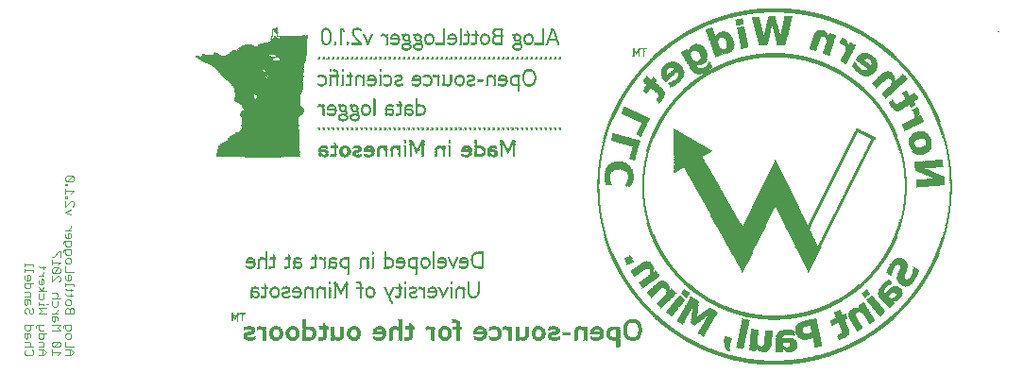
<source format=gbo>
G75*
%MOIN*%
%OFA0B0*%
%FSLAX25Y25*%
%IPPOS*%
%LPD*%
%AMOC8*
5,1,8,0,0,1.08239X$1,22.5*
%
%ADD10C,0.00300*%
%ADD11R,0.00070X0.00066*%
%ADD12R,0.00200X0.00066*%
%ADD13R,0.00130X0.00066*%
%ADD14R,0.00470X0.00066*%
%ADD15R,0.01940X0.00066*%
%ADD16R,0.00540X0.00066*%
%ADD17R,0.00140X0.00066*%
%ADD18R,0.00070X0.00067*%
%ADD19R,0.00060X0.00067*%
%ADD20R,0.00130X0.00067*%
%ADD21R,0.06530X0.00067*%
%ADD22R,0.00200X0.00067*%
%ADD23R,0.08860X0.00067*%
%ADD24R,0.10460X0.00066*%
%ADD25R,0.12200X0.00067*%
%ADD26R,0.13470X0.00067*%
%ADD27R,0.14670X0.00066*%
%ADD28R,0.00060X0.00066*%
%ADD29R,0.15800X0.00067*%
%ADD30R,0.16800X0.00067*%
%ADD31R,0.17730X0.00066*%
%ADD32R,0.18730X0.00067*%
%ADD33R,0.19660X0.00067*%
%ADD34R,0.20400X0.00066*%
%ADD35R,0.21140X0.00067*%
%ADD36R,0.22000X0.00067*%
%ADD37R,0.22740X0.00066*%
%ADD38R,0.23260X0.00067*%
%ADD39R,0.24130X0.00067*%
%ADD40R,0.11730X0.00066*%
%ADD41R,0.00260X0.00066*%
%ADD42R,0.00400X0.00066*%
%ADD43R,0.11860X0.00066*%
%ADD44R,0.10000X0.00067*%
%ADD45R,0.09000X0.00067*%
%ADD46R,0.09060X0.00067*%
%ADD47R,0.08330X0.00066*%
%ADD48R,0.08470X0.00066*%
%ADD49R,0.08000X0.00067*%
%ADD50R,0.07930X0.00067*%
%ADD51R,0.07670X0.00067*%
%ADD52R,0.07270X0.00066*%
%ADD53R,0.07140X0.00066*%
%ADD54R,0.06930X0.00067*%
%ADD55R,0.00140X0.00067*%
%ADD56R,0.06940X0.00067*%
%ADD57R,0.06800X0.00067*%
%ADD58R,0.06660X0.00067*%
%ADD59R,0.06530X0.00066*%
%ADD60R,0.06470X0.00066*%
%ADD61R,0.06340X0.00067*%
%ADD62R,0.06140X0.00067*%
%ADD63R,0.06000X0.00067*%
%ADD64R,0.06000X0.00066*%
%ADD65R,0.06070X0.00066*%
%ADD66R,0.05800X0.00067*%
%ADD67R,0.05600X0.00067*%
%ADD68R,0.05740X0.00067*%
%ADD69R,0.05540X0.00066*%
%ADD70R,0.05600X0.00066*%
%ADD71R,0.05460X0.00067*%
%ADD72R,0.05470X0.00067*%
%ADD73R,0.05330X0.00067*%
%ADD74R,0.05200X0.00066*%
%ADD75R,0.05130X0.00066*%
%ADD76R,0.05130X0.00067*%
%ADD77R,0.05140X0.00067*%
%ADD78R,0.05000X0.00067*%
%ADD79R,0.04870X0.00066*%
%ADD80R,0.04930X0.00066*%
%ADD81R,0.04800X0.00067*%
%ADD82R,0.04660X0.00066*%
%ADD83R,0.04670X0.00067*%
%ADD84R,0.04530X0.00067*%
%ADD85R,0.04460X0.00067*%
%ADD86R,0.04400X0.00066*%
%ADD87R,0.04470X0.00066*%
%ADD88R,0.04260X0.00067*%
%ADD89R,0.04400X0.00067*%
%ADD90R,0.04330X0.00067*%
%ADD91R,0.04270X0.00066*%
%ADD92R,0.04270X0.00067*%
%ADD93R,0.04200X0.00067*%
%ADD94R,0.04060X0.00066*%
%ADD95R,0.04130X0.00066*%
%ADD96R,0.04130X0.00067*%
%ADD97R,0.04070X0.00067*%
%ADD98R,0.04000X0.00067*%
%ADD99R,0.04000X0.00066*%
%ADD100R,0.03930X0.00066*%
%ADD101R,0.03930X0.00067*%
%ADD102R,0.03860X0.00066*%
%ADD103R,0.03800X0.00066*%
%ADD104R,0.03800X0.00067*%
%ADD105R,0.03740X0.00067*%
%ADD106R,0.03740X0.00066*%
%ADD107R,0.03670X0.00067*%
%ADD108R,0.03600X0.00066*%
%ADD109R,0.03600X0.00067*%
%ADD110R,0.03540X0.00067*%
%ADD111R,0.03530X0.00067*%
%ADD112R,0.03540X0.00066*%
%ADD113R,0.00740X0.00066*%
%ADD114R,0.03470X0.00067*%
%ADD115R,0.00860X0.00067*%
%ADD116R,0.01940X0.00067*%
%ADD117R,0.01260X0.00067*%
%ADD118R,0.01600X0.00067*%
%ADD119R,0.02400X0.00067*%
%ADD120R,0.01800X0.00067*%
%ADD121R,0.03400X0.00066*%
%ADD122R,0.02130X0.00066*%
%ADD123R,0.02340X0.00066*%
%ADD124R,0.03400X0.00067*%
%ADD125R,0.02470X0.00067*%
%ADD126R,0.03340X0.00067*%
%ADD127R,0.02800X0.00067*%
%ADD128R,0.02730X0.00067*%
%ADD129R,0.03340X0.00066*%
%ADD130R,0.03000X0.00066*%
%ADD131R,0.02400X0.00066*%
%ADD132R,0.00340X0.00066*%
%ADD133R,0.03330X0.00067*%
%ADD134R,0.03200X0.00067*%
%ADD135R,0.03130X0.00067*%
%ADD136R,0.00600X0.00067*%
%ADD137R,0.03270X0.00067*%
%ADD138R,0.03260X0.00067*%
%ADD139R,0.00800X0.00067*%
%ADD140R,0.03200X0.00066*%
%ADD141R,0.03530X0.00066*%
%ADD142R,0.03460X0.00066*%
%ADD143R,0.01460X0.00066*%
%ADD144R,0.01060X0.00066*%
%ADD145R,0.03260X0.00066*%
%ADD146R,0.02200X0.00067*%
%ADD147R,0.03860X0.00067*%
%ADD148R,0.02330X0.00067*%
%ADD149R,0.01340X0.00067*%
%ADD150R,0.04070X0.00066*%
%ADD151R,0.02330X0.00066*%
%ADD152R,0.01400X0.00066*%
%ADD153R,0.01400X0.00067*%
%ADD154R,0.03140X0.00067*%
%ADD155R,0.04140X0.00067*%
%ADD156R,0.01460X0.00067*%
%ADD157R,0.03070X0.00066*%
%ADD158R,0.04200X0.00066*%
%ADD159R,0.04470X0.00067*%
%ADD160R,0.03060X0.00067*%
%ADD161R,0.07070X0.00067*%
%ADD162R,0.01530X0.00067*%
%ADD163R,0.07060X0.00066*%
%ADD164R,0.04530X0.00066*%
%ADD165R,0.01530X0.00066*%
%ADD166R,0.03000X0.00067*%
%ADD167R,0.07060X0.00067*%
%ADD168R,0.00530X0.00067*%
%ADD169R,0.07200X0.00067*%
%ADD170R,0.00730X0.00067*%
%ADD171R,0.02940X0.00066*%
%ADD172R,0.07200X0.00066*%
%ADD173R,0.04800X0.00066*%
%ADD174R,0.01130X0.00066*%
%ADD175R,0.01600X0.00066*%
%ADD176R,0.07260X0.00067*%
%ADD177R,0.01470X0.00067*%
%ADD178R,0.02930X0.00067*%
%ADD179R,0.07270X0.00067*%
%ADD180R,0.01740X0.00067*%
%ADD181R,0.02930X0.00066*%
%ADD182R,0.07330X0.00066*%
%ADD183R,0.02070X0.00066*%
%ADD184R,0.01660X0.00066*%
%ADD185R,0.02940X0.00067*%
%ADD186R,0.02860X0.00067*%
%ADD187R,0.02340X0.00067*%
%ADD188R,0.01660X0.00067*%
%ADD189R,0.02870X0.00067*%
%ADD190R,0.00470X0.00067*%
%ADD191R,0.07340X0.00067*%
%ADD192R,0.01730X0.00067*%
%ADD193R,0.01140X0.00067*%
%ADD194R,0.02860X0.00066*%
%ADD195R,0.02600X0.00066*%
%ADD196R,0.07340X0.00066*%
%ADD197R,0.02460X0.00066*%
%ADD198R,0.01730X0.00066*%
%ADD199R,0.01140X0.00066*%
%ADD200R,0.01070X0.00067*%
%ADD201R,0.02600X0.00067*%
%ADD202R,0.02530X0.00067*%
%ADD203R,0.02800X0.00066*%
%ADD204R,0.02470X0.00066*%
%ADD205R,0.03470X0.00066*%
%ADD206R,0.02870X0.00066*%
%ADD207R,0.01200X0.00066*%
%ADD208R,0.02000X0.00067*%
%ADD209R,0.01870X0.00067*%
%ADD210R,0.02740X0.00067*%
%ADD211R,0.02660X0.00067*%
%ADD212R,0.02730X0.00066*%
%ADD213R,0.02530X0.00066*%
%ADD214R,0.03140X0.00066*%
%ADD215R,0.01800X0.00066*%
%ADD216R,0.02670X0.00067*%
%ADD217R,0.03070X0.00067*%
%ADD218R,0.01930X0.00067*%
%ADD219R,0.02540X0.00066*%
%ADD220R,0.01860X0.00066*%
%ADD221R,0.02540X0.00067*%
%ADD222R,0.01130X0.00067*%
%ADD223R,0.02660X0.00066*%
%ADD224R,0.01930X0.00066*%
%ADD225R,0.02460X0.00067*%
%ADD226R,0.02070X0.00067*%
%ADD227R,0.02670X0.00066*%
%ADD228R,0.02130X0.00067*%
%ADD229R,0.02200X0.00066*%
%ADD230R,0.01200X0.00067*%
%ADD231R,0.07140X0.00067*%
%ADD232R,0.07130X0.00067*%
%ADD233R,0.07000X0.00067*%
%ADD234R,0.00870X0.00067*%
%ADD235R,0.00270X0.00067*%
%ADD236R,0.00260X0.00067*%
%ADD237R,0.01670X0.00067*%
%ADD238R,0.01270X0.00067*%
%ADD239R,0.01540X0.00067*%
%ADD240R,0.06860X0.00066*%
%ADD241R,0.02270X0.00066*%
%ADD242R,0.01540X0.00066*%
%ADD243R,0.00600X0.00066*%
%ADD244R,0.00270X0.00066*%
%ADD245R,0.00870X0.00066*%
%ADD246R,0.02140X0.00066*%
%ADD247R,0.01740X0.00066*%
%ADD248R,0.00670X0.00066*%
%ADD249R,0.00460X0.00066*%
%ADD250R,0.02000X0.00066*%
%ADD251R,0.01670X0.00066*%
%ADD252R,0.01070X0.00066*%
%ADD253R,0.00330X0.00066*%
%ADD254R,0.00800X0.00066*%
%ADD255R,0.00530X0.00066*%
%ADD256R,0.06730X0.00067*%
%ADD257R,0.06600X0.00066*%
%ADD258R,0.03270X0.00066*%
%ADD259R,0.03330X0.00066*%
%ADD260R,0.02260X0.00066*%
%ADD261R,0.00400X0.00067*%
%ADD262R,0.02270X0.00067*%
%ADD263R,0.02260X0.00067*%
%ADD264R,0.00670X0.00067*%
%ADD265R,0.06400X0.00067*%
%ADD266R,0.03660X0.00067*%
%ADD267R,0.06260X0.00066*%
%ADD268R,0.03870X0.00066*%
%ADD269R,0.03670X0.00066*%
%ADD270R,0.03130X0.00066*%
%ADD271R,0.03730X0.00066*%
%ADD272R,0.03060X0.00066*%
%ADD273R,0.01000X0.00067*%
%ADD274R,0.06060X0.00067*%
%ADD275R,0.03940X0.00067*%
%ADD276R,0.03460X0.00067*%
%ADD277R,0.01330X0.00066*%
%ADD278R,0.04330X0.00066*%
%ADD279R,0.04600X0.00067*%
%ADD280R,0.03870X0.00067*%
%ADD281R,0.01870X0.00066*%
%ADD282R,0.07530X0.00066*%
%ADD283R,0.02740X0.00066*%
%ADD284R,0.01270X0.00066*%
%ADD285R,0.07600X0.00067*%
%ADD286R,0.01330X0.00067*%
%ADD287R,0.00930X0.00067*%
%ADD288R,0.00330X0.00067*%
%ADD289R,0.00740X0.00067*%
%ADD290R,0.00540X0.00067*%
%ADD291R,0.07660X0.00066*%
%ADD292R,0.01470X0.00066*%
%ADD293R,0.01260X0.00066*%
%ADD294R,0.01340X0.00066*%
%ADD295R,0.07800X0.00067*%
%ADD296R,0.07860X0.00067*%
%ADD297R,0.07860X0.00066*%
%ADD298R,0.07940X0.00067*%
%ADD299R,0.08000X0.00066*%
%ADD300R,0.01060X0.00067*%
%ADD301R,0.02140X0.00067*%
%ADD302R,0.08070X0.00067*%
%ADD303R,0.08140X0.00066*%
%ADD304R,0.08130X0.00067*%
%ADD305R,0.08130X0.00066*%
%ADD306R,0.08270X0.00067*%
%ADD307R,0.08200X0.00066*%
%ADD308R,0.06400X0.00066*%
%ADD309R,0.08200X0.00067*%
%ADD310R,0.06330X0.00067*%
%ADD311R,0.08260X0.00067*%
%ADD312R,0.06260X0.00067*%
%ADD313R,0.04460X0.00066*%
%ADD314R,0.03660X0.00066*%
%ADD315R,0.06200X0.00066*%
%ADD316R,0.04740X0.00066*%
%ADD317R,0.04670X0.00066*%
%ADD318R,0.06200X0.00067*%
%ADD319R,0.04730X0.00067*%
%ADD320R,0.06130X0.00067*%
%ADD321R,0.04740X0.00067*%
%ADD322R,0.02060X0.00066*%
%ADD323R,0.06060X0.00066*%
%ADD324R,0.05930X0.00067*%
%ADD325R,0.05860X0.00066*%
%ADD326R,0.04600X0.00066*%
%ADD327R,0.05730X0.00067*%
%ADD328R,0.05530X0.00067*%
%ADD329R,0.02060X0.00067*%
%ADD330R,0.05340X0.00067*%
%ADD331R,0.05330X0.00066*%
%ADD332R,0.04940X0.00067*%
%ADD333R,0.04540X0.00067*%
%ADD334R,0.00660X0.00067*%
%ADD335R,0.03730X0.00067*%
%ADD336R,0.04140X0.00066*%
%ADD337R,0.04060X0.00067*%
%ADD338R,0.01860X0.00067*%
%ADD339R,0.00940X0.00067*%
%ADD340R,0.00460X0.00067*%
%ADD341R,0.00930X0.00066*%
%ADD342R,0.01000X0.00066*%
%ADD343R,0.00340X0.00067*%
%ADD344R,0.07070X0.00066*%
%ADD345R,0.00940X0.00066*%
%ADD346R,0.06800X0.00066*%
%ADD347R,0.00730X0.00066*%
%ADD348R,0.06460X0.00067*%
%ADD349R,0.05270X0.00066*%
%ADD350R,0.05800X0.00066*%
%ADD351R,0.05260X0.00067*%
%ADD352R,0.05670X0.00067*%
%ADD353R,0.05270X0.00067*%
%ADD354R,0.05060X0.00067*%
%ADD355R,0.04930X0.00067*%
%ADD356R,0.05200X0.00067*%
%ADD357R,0.05060X0.00066*%
%ADD358R,0.04870X0.00067*%
%ADD359R,0.05670X0.00066*%
%ADD360R,0.09470X0.00067*%
%ADD361R,0.10400X0.00066*%
%ADD362R,0.11800X0.00067*%
%ADD363R,0.12730X0.00067*%
%ADD364R,0.13730X0.00066*%
%ADD365R,0.14530X0.00067*%
%ADD366R,0.15400X0.00067*%
%ADD367R,0.03940X0.00066*%
%ADD368R,0.16070X0.00066*%
%ADD369R,0.16860X0.00067*%
%ADD370R,0.17670X0.00067*%
%ADD371R,0.18400X0.00066*%
%ADD372R,0.18930X0.00067*%
%ADD373R,0.19600X0.00067*%
%ADD374R,0.20200X0.00066*%
%ADD375R,0.20800X0.00067*%
%ADD376R,0.10140X0.00067*%
%ADD377R,0.08530X0.00066*%
%ADD378R,0.07870X0.00067*%
%ADD379R,0.06940X0.00066*%
%ADD380R,0.06470X0.00067*%
%ADD381R,0.06600X0.00067*%
%ADD382R,0.05660X0.00067*%
%ADD383R,0.05940X0.00066*%
%ADD384R,0.05530X0.00066*%
%ADD385R,0.05400X0.00067*%
%ADD386R,0.05400X0.00066*%
%ADD387R,0.05000X0.00066*%
%ADD388R,0.04860X0.00067*%
%ADD389R,0.05070X0.00066*%
%ADD390R,0.04860X0.00066*%
%ADD391R,0.04340X0.00067*%
%ADD392R,0.04340X0.00066*%
%ADD393R,0.06670X0.00067*%
%ADD394R,0.06140X0.00066*%
%ADD395R,0.05870X0.00067*%
%ADD396R,0.05730X0.00066*%
%ADD397R,0.05070X0.00067*%
%ADD398R,0.06330X0.00066*%
%ADD399R,0.06670X0.00066*%
%ADD400R,0.00660X0.00066*%
%ADD401R,0.00860X0.00066*%
%ADD402R,0.05140X0.00066*%
%ADD403R,0.04660X0.00067*%
%ADD404R,0.06070X0.00067*%
%ADD405R,0.05930X0.00066*%
%ADD406R,0.05470X0.00066*%
%ADD407R,0.05860X0.00067*%
%ADD408R,0.06270X0.00067*%
%ADD409R,0.05660X0.00066*%
%ADD410R,0.05540X0.00067*%
%ADD411R,0.05940X0.00067*%
%ADD412R,0.05870X0.00066*%
%ADD413R,0.06540X0.00066*%
%ADD414R,0.06540X0.00067*%
%ADD415R,0.06660X0.00066*%
%ADD416R,0.06870X0.00067*%
%ADD417R,0.07130X0.00066*%
%ADD418R,0.07400X0.00067*%
%ADD419R,0.07530X0.00067*%
%ADD420R,0.07330X0.00067*%
%ADD421R,0.07470X0.00066*%
%ADD422R,0.07800X0.00066*%
%ADD423R,0.07470X0.00067*%
%ADD424R,0.07600X0.00066*%
%ADD425R,0.07930X0.00066*%
%ADD426R,0.07730X0.00067*%
%ADD427R,0.07870X0.00066*%
%ADD428R,0.08330X0.00067*%
%ADD429R,0.08400X0.00066*%
%ADD430R,0.08470X0.00067*%
%ADD431R,0.08530X0.00067*%
%ADD432R,0.08270X0.00066*%
%ADD433R,0.08600X0.00066*%
%ADD434R,0.08670X0.00067*%
%ADD435R,0.08400X0.00067*%
%ADD436R,0.08800X0.00067*%
%ADD437R,0.08800X0.00066*%
%ADD438R,0.08930X0.00067*%
%ADD439R,0.09070X0.00066*%
%ADD440R,0.09070X0.00067*%
%ADD441R,0.09200X0.00067*%
%ADD442R,0.09270X0.00066*%
%ADD443R,0.09330X0.00067*%
%ADD444R,0.09400X0.00067*%
%ADD445R,0.09470X0.00066*%
%ADD446R,0.09540X0.00067*%
%ADD447R,0.09140X0.00067*%
%ADD448R,0.09600X0.00067*%
%ADD449R,0.09200X0.00066*%
%ADD450R,0.09660X0.00066*%
%ADD451R,0.09730X0.00067*%
%ADD452R,0.09870X0.00067*%
%ADD453R,0.09870X0.00066*%
%ADD454R,0.09940X0.00067*%
%ADD455R,0.10060X0.00067*%
%ADD456R,0.10060X0.00066*%
%ADD457R,0.10200X0.00067*%
%ADD458R,0.10340X0.00066*%
%ADD459R,0.10340X0.00067*%
%ADD460R,0.10460X0.00067*%
%ADD461R,0.10600X0.00067*%
%ADD462R,0.10740X0.00066*%
%ADD463R,0.10800X0.00067*%
%ADD464R,0.10860X0.00067*%
%ADD465R,0.10930X0.00066*%
%ADD466R,0.11000X0.00067*%
%ADD467R,0.11140X0.00067*%
%ADD468R,0.11140X0.00066*%
%ADD469R,0.11200X0.00067*%
%ADD470R,0.11330X0.00067*%
%ADD471R,0.11330X0.00066*%
%ADD472R,0.11470X0.00067*%
%ADD473R,0.11600X0.00066*%
%ADD474R,0.11600X0.00067*%
%ADD475R,0.11730X0.00067*%
%ADD476R,0.11870X0.00067*%
%ADD477R,0.11930X0.00067*%
%ADD478R,0.12000X0.00066*%
%ADD479R,0.12070X0.00067*%
%ADD480R,0.12130X0.00067*%
%ADD481R,0.12200X0.00066*%
%ADD482R,0.12270X0.00067*%
%ADD483R,0.12330X0.00067*%
%ADD484R,0.12400X0.00066*%
%ADD485R,0.12470X0.00067*%
%ADD486R,0.12600X0.00067*%
%ADD487R,0.12600X0.00066*%
%ADD488R,0.12870X0.00066*%
%ADD489R,0.12870X0.00067*%
%ADD490R,0.13000X0.00067*%
%ADD491R,0.13000X0.00066*%
%ADD492R,0.13130X0.00067*%
%ADD493R,0.13200X0.00067*%
%ADD494R,0.13270X0.00066*%
%ADD495R,0.13330X0.00067*%
%ADD496R,0.13400X0.00067*%
%ADD497R,0.13460X0.00066*%
%ADD498R,0.13530X0.00067*%
%ADD499R,0.13600X0.00067*%
%ADD500R,0.13670X0.00066*%
%ADD501R,0.13740X0.00067*%
%ADD502R,0.13860X0.00067*%
%ADD503R,0.13860X0.00066*%
%ADD504R,0.14000X0.00067*%
%ADD505R,0.14140X0.00066*%
%ADD506R,0.14140X0.00067*%
%ADD507R,0.14260X0.00067*%
%ADD508R,0.14260X0.00066*%
%ADD509R,0.14400X0.00067*%
%ADD510R,0.14470X0.00067*%
%ADD511R,0.14540X0.00066*%
%ADD512R,0.14600X0.00067*%
%ADD513R,0.14660X0.00067*%
%ADD514R,0.14730X0.00066*%
%ADD515R,0.14800X0.00067*%
%ADD516R,0.14870X0.00067*%
%ADD517R,0.15000X0.00066*%
%ADD518R,0.15000X0.00067*%
%ADD519R,0.15060X0.00067*%
%ADD520R,0.15130X0.00066*%
%ADD521R,0.15270X0.00067*%
%ADD522R,0.15400X0.00066*%
%ADD523R,0.15470X0.00067*%
%ADD524R,0.15530X0.00067*%
%ADD525R,0.15600X0.00066*%
%ADD526R,0.15670X0.00067*%
%ADD527R,0.15800X0.00066*%
%ADD528R,0.15870X0.00067*%
%ADD529R,0.15930X0.00067*%
%ADD530R,0.16070X0.00067*%
%ADD531R,0.16130X0.00067*%
%ADD532R,0.16200X0.00066*%
%ADD533R,0.16270X0.00067*%
%ADD534R,0.08340X0.00067*%
%ADD535R,0.16400X0.00067*%
%ADD536R,0.08340X0.00066*%
%ADD537R,0.16400X0.00066*%
%ADD538R,0.08460X0.00067*%
%ADD539R,0.16530X0.00067*%
%ADD540R,0.16670X0.00066*%
%ADD541R,0.16670X0.00067*%
%ADD542R,0.16800X0.00066*%
%ADD543R,0.16930X0.00067*%
%ADD544R,0.17000X0.00067*%
%ADD545R,0.09000X0.00066*%
%ADD546R,0.17070X0.00066*%
%ADD547R,0.17140X0.00067*%
%ADD548R,0.17200X0.00067*%
%ADD549R,0.09140X0.00066*%
%ADD550R,0.17260X0.00066*%
%ADD551R,0.08930X0.00066*%
%ADD552R,0.08940X0.00067*%
%ADD553R,0.08940X0.00066*%
%ADD554R,0.08870X0.00067*%
%ADD555R,0.08870X0.00066*%
%ADD556R,0.08860X0.00066*%
%ADD557R,0.16470X0.00066*%
%ADD558R,0.16330X0.00067*%
%ADD559R,0.16270X0.00066*%
%ADD560R,0.16200X0.00067*%
%ADD561R,0.16000X0.00067*%
%ADD562R,0.15870X0.00066*%
%ADD563R,0.15730X0.00067*%
%ADD564R,0.15670X0.00066*%
%ADD565R,0.15600X0.00067*%
%ADD566R,0.15470X0.00066*%
%ADD567R,0.15330X0.00067*%
%ADD568R,0.15270X0.00066*%
%ADD569R,0.15200X0.00067*%
%ADD570R,0.15130X0.00067*%
%ADD571R,0.15070X0.00066*%
%ADD572R,0.14930X0.00067*%
%ADD573R,0.14870X0.00066*%
%ADD574R,0.14730X0.00067*%
%ADD575R,0.14470X0.00066*%
%ADD576R,0.14330X0.00067*%
%ADD577R,0.14270X0.00066*%
%ADD578R,0.14200X0.00067*%
%ADD579R,0.14130X0.00067*%
%ADD580R,0.14070X0.00066*%
%ADD581R,0.13870X0.00067*%
%ADD582R,0.13870X0.00066*%
%ADD583R,0.13800X0.00067*%
%ADD584R,0.13730X0.00067*%
%ADD585R,0.13470X0.00066*%
%ADD586R,0.08730X0.00067*%
%ADD587R,0.13070X0.00066*%
%ADD588R,0.12930X0.00067*%
%ADD589R,0.08740X0.00066*%
%ADD590R,0.12800X0.00067*%
%ADD591R,0.12670X0.00066*%
%ADD592R,0.12530X0.00067*%
%ADD593R,0.12470X0.00066*%
%ADD594R,0.12400X0.00067*%
%ADD595R,0.12270X0.00066*%
%ADD596R,0.08730X0.00066*%
%ADD597R,0.12070X0.00066*%
%ADD598R,0.12000X0.00067*%
%ADD599R,0.11870X0.00066*%
%ADD600R,0.08740X0.00067*%
%ADD601R,0.11670X0.00066*%
%ADD602R,0.11530X0.00067*%
%ADD603R,0.11470X0.00066*%
%ADD604R,0.11400X0.00067*%
%ADD605R,0.11270X0.00066*%
%ADD606R,0.11130X0.00067*%
%ADD607R,0.11070X0.00066*%
%ADD608R,0.10930X0.00067*%
%ADD609R,0.10870X0.00066*%
%ADD610R,0.10730X0.00067*%
%ADD611R,0.10670X0.00066*%
%ADD612R,0.10530X0.00067*%
%ADD613R,0.10470X0.00066*%
%ADD614R,0.10400X0.00067*%
%ADD615R,0.10330X0.00067*%
%ADD616R,0.10270X0.00066*%
%ADD617R,0.10130X0.00067*%
%ADD618R,0.10070X0.00066*%
%ADD619R,0.09930X0.00067*%
%ADD620R,0.08660X0.00066*%
%ADD621R,0.09800X0.00067*%
%ADD622R,0.09670X0.00066*%
%ADD623R,0.09530X0.00067*%
%ADD624R,0.08660X0.00067*%
%ADD625R,0.08670X0.00066*%
%ADD626R,0.09530X0.00066*%
%ADD627R,0.08600X0.00067*%
%ADD628R,0.08070X0.00066*%
%ADD629R,0.09930X0.00066*%
%ADD630R,0.07670X0.00066*%
%ADD631R,0.09860X0.00066*%
%ADD632R,0.09860X0.00067*%
%ADD633R,0.09800X0.00066*%
%ADD634R,0.08140X0.00067*%
%ADD635R,0.07260X0.00066*%
%ADD636R,0.06870X0.00066*%
%ADD637R,0.04940X0.00066*%
%ADD638R,0.06270X0.00066*%
%ADD639R,0.08540X0.00066*%
%ADD640R,0.08540X0.00067*%
%ADD641R,0.04540X0.00066*%
%ADD642R,0.07460X0.00066*%
%ADD643R,0.11860X0.00067*%
%ADD644R,0.11800X0.00066*%
%ADD645R,0.07460X0.00067*%
%ADD646R,0.11660X0.00066*%
%ADD647R,0.11530X0.00066*%
%ADD648R,0.11460X0.00067*%
%ADD649R,0.11400X0.00066*%
%ADD650R,0.11260X0.00067*%
%ADD651R,0.11060X0.00066*%
%ADD652R,0.11000X0.00066*%
%ADD653R,0.10860X0.00066*%
%ADD654R,0.04730X0.00066*%
%ADD655R,0.10800X0.00066*%
%ADD656R,0.10660X0.00067*%
%ADD657R,0.10600X0.00066*%
%ADD658R,0.10670X0.00067*%
%ADD659R,0.10530X0.00066*%
%ADD660R,0.10470X0.00067*%
%ADD661R,0.10260X0.00066*%
%ADD662R,0.10260X0.00067*%
%ADD663R,0.10270X0.00067*%
%ADD664R,0.10130X0.00066*%
%ADD665R,0.17600X0.00067*%
%ADD666R,0.10000X0.00066*%
%ADD667R,0.23330X0.00066*%
%ADD668R,0.27260X0.00067*%
%ADD669R,0.29130X0.00067*%
%ADD670R,0.10330X0.00066*%
%ADD671R,0.29200X0.00066*%
%ADD672R,0.29260X0.00067*%
%ADD673R,0.29200X0.00067*%
%ADD674R,0.10730X0.00066*%
%ADD675R,0.29260X0.00066*%
%ADD676R,0.29140X0.00067*%
%ADD677R,0.29140X0.00066*%
%ADD678R,0.11670X0.00067*%
%ADD679R,0.12130X0.00066*%
%ADD680R,0.29070X0.00067*%
%ADD681R,0.29070X0.00066*%
%ADD682R,0.12800X0.00066*%
%ADD683R,0.13130X0.00066*%
%ADD684R,0.29000X0.00066*%
%ADD685R,0.13270X0.00067*%
%ADD686R,0.29000X0.00067*%
%ADD687R,0.13400X0.00066*%
%ADD688R,0.28930X0.00067*%
%ADD689R,0.12660X0.00066*%
%ADD690R,0.28940X0.00067*%
%ADD691R,0.28870X0.00067*%
%ADD692R,0.12330X0.00066*%
%ADD693R,0.28940X0.00066*%
%ADD694R,0.12060X0.00067*%
%ADD695R,0.28800X0.00067*%
%ADD696R,0.07000X0.00066*%
%ADD697R,0.28800X0.00066*%
%ADD698R,0.28730X0.00066*%
%ADD699R,0.28730X0.00067*%
%ADD700R,0.11260X0.00066*%
%ADD701R,0.28670X0.00067*%
%ADD702R,0.11060X0.00067*%
%ADD703R,0.28740X0.00066*%
%ADD704R,0.10870X0.00067*%
%ADD705R,0.28600X0.00067*%
%ADD706R,0.28530X0.00066*%
%ADD707R,0.28530X0.00067*%
%ADD708R,0.28470X0.00067*%
%ADD709R,0.10200X0.00066*%
%ADD710R,0.28400X0.00066*%
%ADD711R,0.28330X0.00067*%
%ADD712R,0.28270X0.00067*%
%ADD713R,0.28200X0.00066*%
%ADD714R,0.28070X0.00067*%
%ADD715R,0.09660X0.00067*%
%ADD716R,0.27930X0.00067*%
%ADD717R,0.27870X0.00066*%
%ADD718R,0.27730X0.00067*%
%ADD719R,0.09260X0.00067*%
%ADD720R,0.27600X0.00067*%
%ADD721R,0.27530X0.00066*%
%ADD722R,0.09130X0.00067*%
%ADD723R,0.27400X0.00067*%
%ADD724R,0.27270X0.00067*%
%ADD725R,0.27070X0.00066*%
%ADD726R,0.27000X0.00067*%
%ADD727R,0.26800X0.00067*%
%ADD728R,0.08460X0.00066*%
%ADD729R,0.26670X0.00066*%
%ADD730R,0.26460X0.00067*%
%ADD731R,0.26400X0.00067*%
%ADD732R,0.26270X0.00066*%
%ADD733R,0.26130X0.00067*%
%ADD734R,0.26070X0.00067*%
%ADD735R,0.25930X0.00066*%
%ADD736R,0.25930X0.00067*%
%ADD737R,0.25800X0.00067*%
%ADD738R,0.25660X0.00066*%
%ADD739R,0.09460X0.00067*%
%ADD740R,0.25670X0.00067*%
%ADD741R,0.25530X0.00067*%
%ADD742R,0.25600X0.00066*%
%ADD743R,0.25460X0.00067*%
%ADD744R,0.25400X0.00067*%
%ADD745R,0.06730X0.00066*%
%ADD746R,0.09060X0.00066*%
%ADD747R,0.25470X0.00066*%
%ADD748R,0.25330X0.00067*%
%ADD749R,0.25330X0.00066*%
%ADD750R,0.25260X0.00067*%
%ADD751R,0.25200X0.00067*%
%ADD752R,0.07540X0.00066*%
%ADD753R,0.25130X0.00066*%
%ADD754R,0.25060X0.00067*%
%ADD755R,0.25000X0.00067*%
%ADD756R,0.25000X0.00066*%
%ADD757R,0.24860X0.00067*%
%ADD758R,0.24800X0.00067*%
%ADD759R,0.24730X0.00066*%
%ADD760R,0.24730X0.00067*%
%ADD761R,0.24600X0.00067*%
%ADD762R,0.24530X0.00066*%
%ADD763R,0.24460X0.00067*%
%ADD764R,0.24330X0.00066*%
%ADD765R,0.24260X0.00067*%
%ADD766R,0.24060X0.00066*%
%ADD767R,0.23930X0.00067*%
%ADD768R,0.23860X0.00067*%
%ADD769R,0.23530X0.00066*%
%ADD770R,0.23270X0.00067*%
%ADD771R,0.23200X0.00067*%
%ADD772R,0.23130X0.00066*%
%ADD773R,0.23000X0.00067*%
%ADD774R,0.22870X0.00067*%
%ADD775R,0.22860X0.00066*%
%ADD776R,0.22800X0.00067*%
%ADD777R,0.22730X0.00067*%
%ADD778R,0.22730X0.00066*%
%ADD779R,0.22660X0.00067*%
%ADD780R,0.22540X0.00067*%
%ADD781R,0.22470X0.00066*%
%ADD782R,0.22400X0.00067*%
%ADD783R,0.22200X0.00067*%
%ADD784R,0.22130X0.00066*%
%ADD785R,0.21670X0.00067*%
%ADD786R,0.21540X0.00067*%
%ADD787R,0.21460X0.00066*%
%ADD788R,0.21270X0.00067*%
%ADD789R,0.21070X0.00066*%
%ADD790R,0.21000X0.00067*%
%ADD791R,0.20870X0.00067*%
%ADD792R,0.20800X0.00066*%
%ADD793R,0.20740X0.00067*%
%ADD794R,0.20670X0.00067*%
%ADD795R,0.20600X0.00066*%
%ADD796R,0.20540X0.00067*%
%ADD797R,0.20400X0.00067*%
%ADD798R,0.20340X0.00066*%
%ADD799R,0.20340X0.00067*%
%ADD800R,0.20270X0.00067*%
%ADD801R,0.20270X0.00066*%
%ADD802R,0.20200X0.00067*%
%ADD803R,0.20130X0.00067*%
%ADD804R,0.04260X0.00066*%
%ADD805R,0.20130X0.00066*%
%ADD806R,0.20260X0.00067*%
%ADD807R,0.20260X0.00066*%
%ADD808R,0.20330X0.00067*%
%ADD809R,0.20540X0.00066*%
%ADD810R,0.20660X0.00067*%
%ADD811R,0.20730X0.00066*%
%ADD812R,0.21000X0.00066*%
%ADD813R,0.21200X0.00067*%
%ADD814R,0.21340X0.00066*%
%ADD815R,0.21400X0.00067*%
%ADD816R,0.21670X0.00066*%
%ADD817R,0.21800X0.00067*%
%ADD818R,0.21870X0.00067*%
%ADD819R,0.21870X0.00066*%
%ADD820R,0.21930X0.00067*%
%ADD821R,0.22000X0.00066*%
%ADD822R,0.22060X0.00067*%
%ADD823R,0.21730X0.00067*%
%ADD824R,0.21540X0.00066*%
%ADD825R,0.21460X0.00067*%
%ADD826R,0.21530X0.00066*%
%ADD827R,0.21470X0.00067*%
%ADD828R,0.21470X0.00066*%
%ADD829R,0.21340X0.00067*%
%ADD830R,0.21330X0.00066*%
%ADD831R,0.21330X0.00067*%
%ADD832R,0.21130X0.00066*%
%ADD833R,0.21130X0.00067*%
%ADD834R,0.20870X0.00066*%
%ADD835R,0.20930X0.00067*%
%ADD836R,0.20730X0.00067*%
%ADD837R,0.20940X0.00066*%
%ADD838R,0.20860X0.00066*%
%ADD839R,0.20860X0.00067*%
%ADD840R,0.06340X0.00066*%
%ADD841R,0.21070X0.00067*%
%ADD842R,0.21200X0.00066*%
%ADD843R,0.21400X0.00066*%
%ADD844R,0.21530X0.00067*%
%ADD845R,0.21600X0.00067*%
%ADD846R,0.21730X0.00066*%
%ADD847R,0.22070X0.00066*%
%ADD848R,0.22130X0.00067*%
%ADD849R,0.22400X0.00066*%
%ADD850R,0.22600X0.00067*%
%ADD851R,0.22800X0.00066*%
%ADD852R,0.22930X0.00066*%
%ADD853R,0.23070X0.00067*%
%ADD854R,0.23070X0.00066*%
%ADD855R,0.15530X0.00066*%
%ADD856R,0.06740X0.00067*%
%ADD857R,0.15200X0.00066*%
%ADD858R,0.15140X0.00067*%
%ADD859R,0.15070X0.00067*%
%ADD860R,0.14940X0.00067*%
%ADD861R,0.14930X0.00066*%
%ADD862R,0.14860X0.00067*%
%ADD863R,0.23330X0.00067*%
%ADD864R,0.23400X0.00067*%
%ADD865R,0.23400X0.00066*%
%ADD866R,0.23470X0.00067*%
%ADD867R,0.23530X0.00067*%
%ADD868R,0.23600X0.00067*%
%ADD869R,0.23600X0.00066*%
%ADD870R,0.23670X0.00067*%
%ADD871R,0.23670X0.00066*%
%ADD872R,0.23730X0.00067*%
%ADD873R,0.23800X0.00067*%
%ADD874R,0.23800X0.00066*%
%ADD875R,0.23870X0.00067*%
%ADD876R,0.23870X0.00066*%
%ADD877R,0.23860X0.00066*%
%ADD878R,0.23930X0.00066*%
%ADD879R,0.24000X0.00067*%
%ADD880R,0.24000X0.00066*%
%ADD881R,0.24070X0.00067*%
%ADD882R,0.24340X0.00066*%
%ADD883R,0.24400X0.00067*%
%ADD884R,0.24470X0.00066*%
%ADD885R,0.24540X0.00067*%
%ADD886R,0.24600X0.00066*%
%ADD887R,0.24670X0.00067*%
%ADD888R,0.24740X0.00067*%
%ADD889R,0.24800X0.00066*%
%ADD890R,0.24870X0.00067*%
%ADD891R,0.25070X0.00066*%
%ADD892R,0.25140X0.00067*%
%ADD893R,0.25270X0.00066*%
%ADD894R,0.25270X0.00067*%
%ADD895R,0.25600X0.00067*%
%ADD896R,0.25670X0.00066*%
%ADD897R,0.25730X0.00067*%
%ADD898R,0.25870X0.00066*%
%ADD899R,0.26060X0.00066*%
%ADD900R,0.26200X0.00067*%
%ADD901R,0.26330X0.00066*%
%ADD902R,0.26600X0.00067*%
%ADD903R,0.26730X0.00066*%
%ADD904R,0.26860X0.00067*%
%ADD905R,0.27000X0.00066*%
%ADD906R,0.27130X0.00067*%
%ADD907R,0.27200X0.00066*%
%ADD908R,0.27330X0.00067*%
%ADD909R,0.14400X0.00066*%
%ADD910R,0.12660X0.00067*%
%ADD911R,0.12670X0.00067*%
%ADD912R,0.14340X0.00067*%
%ADD913R,0.14340X0.00066*%
%ADD914R,0.12530X0.00066*%
%ADD915R,0.15260X0.00066*%
%ADD916R,0.15260X0.00067*%
%ADD917R,0.15340X0.00067*%
%ADD918R,0.15330X0.00066*%
%ADD919R,0.15460X0.00066*%
%ADD920R,0.15540X0.00066*%
%ADD921R,0.29270X0.00066*%
%ADD922R,0.29330X0.00067*%
%ADD923R,0.29400X0.00067*%
%ADD924R,0.29470X0.00066*%
%ADD925R,0.29470X0.00067*%
%ADD926R,0.29530X0.00067*%
%ADD927R,0.29600X0.00066*%
%ADD928R,0.29670X0.00067*%
%ADD929R,0.13670X0.00067*%
%ADD930R,0.15860X0.00067*%
%ADD931R,0.13530X0.00066*%
%ADD932R,0.15930X0.00066*%
%ADD933R,0.16060X0.00066*%
%ADD934R,0.15730X0.00066*%
%ADD935R,0.13540X0.00067*%
%ADD936R,0.13600X0.00066*%
%ADD937R,0.16000X0.00066*%
%ADD938R,0.30740X0.00066*%
%ADD939R,0.30800X0.00067*%
%ADD940R,0.30870X0.00067*%
%ADD941R,0.06930X0.00066*%
%ADD942R,0.30940X0.00066*%
%ADD943R,0.30940X0.00067*%
%ADD944R,0.30930X0.00067*%
%ADD945R,0.31000X0.00066*%
%ADD946R,0.31140X0.00067*%
%ADD947R,0.31200X0.00067*%
%ADD948R,0.31270X0.00066*%
%ADD949R,0.31330X0.00067*%
%ADD950R,0.31470X0.00067*%
%ADD951R,0.31470X0.00066*%
%ADD952R,0.31530X0.00067*%
%ADD953R,0.31740X0.00067*%
%ADD954R,0.06130X0.00066*%
%ADD955R,0.31800X0.00066*%
%ADD956R,0.31940X0.00067*%
%ADD957R,0.32060X0.00067*%
%ADD958R,0.32200X0.00066*%
%ADD959R,0.32260X0.00067*%
%ADD960R,0.32470X0.00067*%
%ADD961R,0.32530X0.00066*%
%ADD962R,0.32670X0.00067*%
%ADD963R,0.32730X0.00067*%
%ADD964R,0.32940X0.00066*%
%ADD965R,0.33000X0.00067*%
%ADD966R,0.33140X0.00067*%
%ADD967R,0.05260X0.00066*%
%ADD968R,0.33330X0.00066*%
%ADD969R,0.33530X0.00067*%
%ADD970R,0.33660X0.00067*%
%ADD971R,0.33930X0.00066*%
%ADD972R,0.34070X0.00067*%
%ADD973R,0.34200X0.00067*%
%ADD974R,0.34470X0.00066*%
%ADD975R,0.34600X0.00067*%
%ADD976R,0.34860X0.00067*%
%ADD977R,0.35000X0.00066*%
%ADD978R,0.35130X0.00067*%
%ADD979R,0.35400X0.00067*%
%ADD980R,0.35530X0.00066*%
%ADD981R,0.35670X0.00067*%
%ADD982R,0.35870X0.00067*%
%ADD983R,0.36000X0.00066*%
%ADD984R,0.36140X0.00067*%
%ADD985R,0.36270X0.00067*%
%ADD986R,0.25130X0.00067*%
%ADD987R,0.25200X0.00066*%
%ADD988R,0.25340X0.00067*%
%ADD989R,0.25470X0.00067*%
%ADD990R,0.09130X0.00066*%
%ADD991R,0.25800X0.00066*%
%ADD992R,0.26000X0.00067*%
%ADD993R,0.09340X0.00066*%
%ADD994R,0.26140X0.00066*%
%ADD995R,0.09340X0.00067*%
%ADD996R,0.26530X0.00067*%
%ADD997R,0.26870X0.00067*%
%ADD998R,0.09400X0.00066*%
%ADD999R,0.27740X0.00067*%
%ADD1000R,0.07400X0.00066*%
%ADD1001R,0.27860X0.00066*%
%ADD1002R,0.28000X0.00067*%
%ADD1003R,0.24930X0.00066*%
%ADD1004R,0.20530X0.00067*%
%ADD1005R,0.24530X0.00067*%
%ADD1006R,0.19930X0.00067*%
%ADD1007R,0.07540X0.00067*%
%ADD1008R,0.19200X0.00066*%
%ADD1009R,0.15860X0.00066*%
%ADD1010R,0.18600X0.00067*%
%ADD1011R,0.15740X0.00067*%
%ADD1012R,0.18000X0.00067*%
%ADD1013R,0.17270X0.00066*%
%ADD1014R,0.16600X0.00067*%
%ADD1015R,0.14670X0.00067*%
%ADD1016R,0.11070X0.00067*%
%ADD1017R,0.12140X0.00067*%
%ADD1018R,0.12540X0.00066*%
%ADD1019R,0.14600X0.00066*%
%ADD1020R,0.27540X0.00067*%
%ADD1021R,0.27270X0.00066*%
%ADD1022R,0.27340X0.00067*%
%ADD1023R,0.27200X0.00067*%
%ADD1024R,0.26940X0.00066*%
%ADD1025R,0.24470X0.00067*%
%ADD1026R,0.24400X0.00066*%
%ADD1027R,0.24330X0.00067*%
%ADD1028R,0.24140X0.00067*%
%ADD1029R,0.24070X0.00066*%
%ADD1030R,0.24270X0.00067*%
%ADD1031R,0.24200X0.00067*%
%ADD1032R,0.24200X0.00066*%
%ADD1033R,0.21600X0.00066*%
%ADD1034R,0.17600X0.00066*%
%ADD1035R,0.17470X0.00067*%
%ADD1036R,0.17340X0.00067*%
%ADD1037R,0.17070X0.00067*%
%ADD1038R,0.16930X0.00066*%
%ADD1039R,0.16730X0.00067*%
%ADD1040R,0.16460X0.00067*%
%ADD1041R,0.13260X0.00067*%
%ADD1042R,0.12740X0.00066*%
%ADD1043R,0.12740X0.00067*%
%ADD1044R,0.12730X0.00066*%
%ADD1045R,0.12060X0.00066*%
%ADD1046R,0.09670X0.00067*%
%ADD1047R,0.09740X0.00067*%
%ADD1048R,0.09740X0.00066*%
%ADD1049R,0.05340X0.00066*%
%ADD1050R,0.09330X0.00066*%
%ADD1051R,0.05460X0.00066*%
%ADD1052R,0.21260X0.00067*%
%ADD1053R,0.20460X0.00066*%
%ADD1054R,0.19530X0.00067*%
%ADD1055R,0.18740X0.00067*%
%ADD1056R,0.17800X0.00066*%
%ADD1057R,0.16740X0.00067*%
%ADD1058R,0.12260X0.00067*%
%ADD1059R,0.10660X0.00066*%
D10*
X0010584Y0031550D02*
X0010100Y0032034D01*
X0010100Y0033001D01*
X0010584Y0033485D01*
X0010100Y0034497D02*
X0013002Y0034497D01*
X0012035Y0034980D02*
X0012035Y0035948D01*
X0011551Y0036431D01*
X0010100Y0036431D01*
X0010584Y0037443D02*
X0011067Y0037927D01*
X0011067Y0039378D01*
X0011551Y0039378D02*
X0010100Y0039378D01*
X0010100Y0037927D01*
X0010584Y0037443D01*
X0012035Y0037927D02*
X0012035Y0038894D01*
X0011551Y0039378D01*
X0011551Y0040390D02*
X0012035Y0040873D01*
X0012035Y0042325D01*
X0013002Y0042325D02*
X0010100Y0042325D01*
X0010100Y0040873D01*
X0010584Y0040390D01*
X0011551Y0040390D01*
X0013933Y0041357D02*
X0013933Y0041841D01*
X0014416Y0042325D01*
X0016835Y0042325D01*
X0014900Y0042325D02*
X0014900Y0040873D01*
X0015384Y0040390D01*
X0016835Y0040390D01*
X0016835Y0039378D02*
X0016835Y0037927D01*
X0016351Y0037443D01*
X0015384Y0037443D01*
X0014900Y0037927D01*
X0014900Y0039378D01*
X0017802Y0039378D01*
X0019700Y0040390D02*
X0022602Y0040390D01*
X0021635Y0041357D01*
X0022602Y0042325D01*
X0019700Y0042325D01*
X0020184Y0043336D02*
X0020667Y0043820D01*
X0020667Y0045271D01*
X0021151Y0045271D02*
X0019700Y0045271D01*
X0019700Y0043820D01*
X0020184Y0043336D01*
X0021635Y0043820D02*
X0021635Y0044787D01*
X0021151Y0045271D01*
X0020667Y0046283D02*
X0021635Y0047250D01*
X0021635Y0047734D01*
X0021151Y0048738D02*
X0020184Y0048738D01*
X0019700Y0049222D01*
X0019700Y0050673D01*
X0019700Y0051685D02*
X0022602Y0051685D01*
X0021635Y0052168D02*
X0021635Y0053136D01*
X0021151Y0053620D01*
X0019700Y0053620D01*
X0017802Y0054140D02*
X0014900Y0054140D01*
X0015867Y0054140D02*
X0016835Y0055591D01*
X0016351Y0056595D02*
X0015384Y0056595D01*
X0014900Y0057079D01*
X0014900Y0058047D01*
X0015867Y0058530D02*
X0015867Y0056595D01*
X0016351Y0056595D02*
X0016835Y0057079D01*
X0016835Y0058047D01*
X0016351Y0058530D01*
X0015867Y0058530D01*
X0015867Y0059542D02*
X0016835Y0060509D01*
X0016835Y0060993D01*
X0016835Y0061997D02*
X0016835Y0062965D01*
X0017319Y0062481D02*
X0015384Y0062481D01*
X0014900Y0062965D01*
X0013002Y0062980D02*
X0013002Y0063463D01*
X0010100Y0063463D01*
X0010100Y0062980D02*
X0010100Y0063947D01*
X0010100Y0061983D02*
X0010100Y0061015D01*
X0010100Y0061499D02*
X0013002Y0061499D01*
X0013002Y0061015D01*
X0011551Y0060004D02*
X0011067Y0060004D01*
X0011067Y0058069D01*
X0010584Y0058069D02*
X0011551Y0058069D01*
X0012035Y0058552D01*
X0012035Y0059520D01*
X0011551Y0060004D01*
X0010100Y0059520D02*
X0010100Y0058552D01*
X0010584Y0058069D01*
X0010100Y0057057D02*
X0010100Y0055606D01*
X0010584Y0055122D01*
X0011551Y0055122D01*
X0012035Y0055606D01*
X0012035Y0057057D01*
X0013002Y0057057D02*
X0010100Y0057057D01*
X0014900Y0055591D02*
X0015867Y0054140D01*
X0014900Y0053128D02*
X0014900Y0051677D01*
X0015384Y0051193D01*
X0016351Y0051193D01*
X0016835Y0051677D01*
X0016835Y0053128D01*
X0021151Y0051685D02*
X0021635Y0052168D01*
X0021635Y0050673D02*
X0021635Y0049222D01*
X0021151Y0048738D01*
X0021635Y0046283D02*
X0019700Y0046283D01*
X0017802Y0046283D02*
X0014900Y0046283D01*
X0015867Y0047250D01*
X0014900Y0048218D01*
X0017802Y0048218D01*
X0016835Y0049229D02*
X0016835Y0049713D01*
X0014900Y0049713D01*
X0014900Y0049229D02*
X0014900Y0050197D01*
X0012035Y0050680D02*
X0011551Y0051164D01*
X0010100Y0051164D01*
X0010100Y0049713D01*
X0010584Y0049229D01*
X0011067Y0049713D01*
X0011067Y0051164D01*
X0012035Y0050680D02*
X0012035Y0049713D01*
X0012519Y0048218D02*
X0013002Y0047734D01*
X0013002Y0046766D01*
X0012519Y0046283D01*
X0012035Y0046283D01*
X0011551Y0046766D01*
X0011551Y0047734D01*
X0011067Y0048218D01*
X0010584Y0048218D01*
X0010100Y0047734D01*
X0010100Y0046766D01*
X0010584Y0046283D01*
X0017802Y0049713D02*
X0018286Y0049713D01*
X0024500Y0049713D02*
X0024984Y0049229D01*
X0025951Y0049229D01*
X0026435Y0049713D01*
X0026435Y0050680D01*
X0025951Y0051164D01*
X0024984Y0051164D01*
X0024500Y0050680D01*
X0024500Y0049713D01*
X0024984Y0048218D02*
X0024500Y0047734D01*
X0024500Y0046283D01*
X0027402Y0046283D01*
X0027402Y0047734D01*
X0026919Y0048218D01*
X0026435Y0048218D01*
X0025951Y0047734D01*
X0025951Y0046283D01*
X0025951Y0047734D02*
X0025467Y0048218D01*
X0024984Y0048218D01*
X0026435Y0052176D02*
X0026435Y0053143D01*
X0026919Y0052659D02*
X0024984Y0052659D01*
X0024500Y0053143D01*
X0024984Y0054624D02*
X0024500Y0055107D01*
X0024984Y0054624D02*
X0026919Y0054624D01*
X0026435Y0055107D02*
X0026435Y0054140D01*
X0027402Y0056104D02*
X0027402Y0056588D01*
X0024500Y0056588D01*
X0024500Y0056104D02*
X0024500Y0057072D01*
X0024984Y0058069D02*
X0025951Y0058069D01*
X0026435Y0058552D01*
X0026435Y0059520D01*
X0025951Y0060004D01*
X0025467Y0060004D01*
X0025467Y0058069D01*
X0024984Y0058069D02*
X0024500Y0058552D01*
X0024500Y0059520D01*
X0024500Y0061015D02*
X0024500Y0062950D01*
X0024984Y0063962D02*
X0024500Y0064445D01*
X0024500Y0065413D01*
X0024984Y0065897D01*
X0025951Y0065897D01*
X0026435Y0065413D01*
X0026435Y0064445D01*
X0025951Y0063962D01*
X0024984Y0063962D01*
X0022602Y0064438D02*
X0021635Y0063471D01*
X0022119Y0062459D02*
X0020184Y0060524D01*
X0019700Y0061008D01*
X0019700Y0061975D01*
X0020184Y0062459D01*
X0022119Y0062459D01*
X0022602Y0061975D01*
X0022602Y0061008D01*
X0022119Y0060524D01*
X0020184Y0060524D01*
X0019700Y0059513D02*
X0019700Y0057578D01*
X0021635Y0059513D01*
X0022119Y0059513D01*
X0022602Y0059029D01*
X0022602Y0058061D01*
X0022119Y0057578D01*
X0016835Y0059542D02*
X0014900Y0059542D01*
X0019700Y0063471D02*
X0019700Y0065406D01*
X0019700Y0064438D02*
X0022602Y0064438D01*
X0022602Y0066417D02*
X0022602Y0068352D01*
X0022119Y0068352D01*
X0020184Y0066417D01*
X0019700Y0066417D01*
X0023533Y0067876D02*
X0023533Y0068359D01*
X0024016Y0068843D01*
X0026435Y0068843D01*
X0026435Y0067392D01*
X0025951Y0066908D01*
X0024984Y0066908D01*
X0024500Y0067392D01*
X0024500Y0068843D01*
X0024984Y0069855D02*
X0024500Y0070338D01*
X0024500Y0071790D01*
X0024016Y0071790D02*
X0026435Y0071790D01*
X0026435Y0070338D01*
X0025951Y0069855D01*
X0024984Y0069855D01*
X0023533Y0070822D02*
X0023533Y0071306D01*
X0024016Y0071790D01*
X0024984Y0072801D02*
X0024500Y0073285D01*
X0024500Y0074252D01*
X0025467Y0074736D02*
X0025467Y0072801D01*
X0024984Y0072801D02*
X0025951Y0072801D01*
X0026435Y0073285D01*
X0026435Y0074252D01*
X0025951Y0074736D01*
X0025467Y0074736D01*
X0025467Y0075748D02*
X0026435Y0076715D01*
X0026435Y0077199D01*
X0026435Y0075748D02*
X0024500Y0075748D01*
X0026435Y0081150D02*
X0024500Y0082117D01*
X0026435Y0083085D01*
X0026919Y0084096D02*
X0027402Y0084580D01*
X0027402Y0085547D01*
X0026919Y0086031D01*
X0026435Y0086031D01*
X0024500Y0084096D01*
X0024500Y0086031D01*
X0024500Y0087043D02*
X0024500Y0087526D01*
X0024984Y0087526D01*
X0024984Y0087043D01*
X0024500Y0087043D01*
X0024500Y0088516D02*
X0024500Y0090451D01*
X0024500Y0089483D02*
X0027402Y0089483D01*
X0026435Y0088516D01*
X0024984Y0091463D02*
X0024984Y0091946D01*
X0024500Y0091946D01*
X0024500Y0091463D01*
X0024984Y0091463D01*
X0024984Y0092936D02*
X0026919Y0094871D01*
X0024984Y0094871D01*
X0024500Y0094387D01*
X0024500Y0093420D01*
X0024984Y0092936D01*
X0026919Y0092936D01*
X0027402Y0093420D01*
X0027402Y0094387D01*
X0026919Y0094871D01*
X0027402Y0061015D02*
X0024500Y0061015D01*
X0012035Y0053627D02*
X0011551Y0054111D01*
X0010100Y0054111D01*
X0010100Y0052176D02*
X0012035Y0052176D01*
X0012035Y0053627D01*
X0023533Y0041841D02*
X0024016Y0042325D01*
X0026435Y0042325D01*
X0026435Y0040873D01*
X0025951Y0040390D01*
X0024984Y0040390D01*
X0024500Y0040873D01*
X0024500Y0042325D01*
X0023533Y0041841D02*
X0023533Y0041357D01*
X0024984Y0039378D02*
X0025951Y0039378D01*
X0026435Y0038894D01*
X0026435Y0037927D01*
X0025951Y0037443D01*
X0024984Y0037443D01*
X0024500Y0037927D01*
X0024500Y0038894D01*
X0024984Y0039378D01*
X0024500Y0036431D02*
X0024500Y0034497D01*
X0027402Y0034497D01*
X0026435Y0033485D02*
X0024500Y0033485D01*
X0025951Y0033485D02*
X0025951Y0031550D01*
X0026435Y0031550D02*
X0027402Y0032517D01*
X0026435Y0033485D01*
X0026435Y0031550D02*
X0024500Y0031550D01*
X0022602Y0032517D02*
X0019700Y0032517D01*
X0019700Y0031550D02*
X0019700Y0033485D01*
X0020184Y0034497D02*
X0022119Y0036431D01*
X0020184Y0036431D01*
X0019700Y0035948D01*
X0019700Y0034980D01*
X0020184Y0034497D01*
X0022119Y0034497D01*
X0022602Y0034980D01*
X0022602Y0035948D01*
X0022119Y0036431D01*
X0016835Y0035948D02*
X0016835Y0034497D01*
X0014900Y0034497D01*
X0014900Y0033485D02*
X0016835Y0033485D01*
X0017802Y0032517D01*
X0016835Y0031550D01*
X0014900Y0031550D01*
X0016351Y0031550D02*
X0016351Y0033485D01*
X0016835Y0035948D02*
X0016351Y0036431D01*
X0014900Y0036431D01*
X0012035Y0034980D02*
X0011551Y0034497D01*
X0012519Y0033485D02*
X0013002Y0033001D01*
X0013002Y0032034D01*
X0012519Y0031550D01*
X0010584Y0031550D01*
X0021635Y0031550D02*
X0022602Y0032517D01*
D11*
X0088427Y0040529D03*
X0089427Y0041529D03*
X0092957Y0040529D03*
X0091357Y0037929D03*
X0089827Y0037529D03*
X0098827Y0041529D03*
X0104627Y0041529D03*
X0104827Y0040529D03*
X0108627Y0043929D03*
X0108827Y0043929D03*
X0109027Y0043929D03*
X0109227Y0043929D03*
X0106227Y0052129D03*
X0105557Y0052129D03*
X0105557Y0053529D03*
X0105427Y0053529D03*
X0105157Y0053529D03*
X0105027Y0053529D03*
X0104757Y0053529D03*
X0105827Y0053529D03*
X0105957Y0053529D03*
X0106227Y0053529D03*
X0106357Y0053529D03*
X0106627Y0053529D03*
X0106757Y0053529D03*
X0110227Y0054929D03*
X0114427Y0054929D03*
X0114757Y0054929D03*
X0098427Y0052129D03*
X0098157Y0052129D03*
X0091757Y0054929D03*
X0089157Y0063929D03*
X0088357Y0063929D03*
X0093827Y0065929D03*
X0097227Y0065329D03*
X0097357Y0065329D03*
X0098557Y0065329D03*
X0098757Y0065329D03*
X0105557Y0063929D03*
X0106027Y0063929D03*
X0106227Y0063929D03*
X0106357Y0063929D03*
X0106227Y0065329D03*
X0111357Y0065329D03*
X0111757Y0065329D03*
X0112157Y0065329D03*
X0113427Y0065329D03*
X0114827Y0065329D03*
X0118027Y0063929D03*
X0118157Y0063929D03*
X0118427Y0063929D03*
X0118557Y0063929D03*
X0119027Y0065929D03*
X0129557Y0065929D03*
X0142427Y0062529D03*
X0142557Y0062529D03*
X0142757Y0065929D03*
X0151427Y0065929D03*
X0157157Y0062529D03*
X0163827Y0063929D03*
X0164357Y0063929D03*
X0165427Y0063929D03*
X0165957Y0063929D03*
X0165027Y0062529D03*
X0164557Y0062529D03*
X0147357Y0054929D03*
X0152827Y0053529D03*
X0152957Y0053529D03*
X0153227Y0053529D03*
X0153357Y0053529D03*
X0153627Y0053529D03*
X0153757Y0053529D03*
X0154027Y0053529D03*
X0154157Y0053529D03*
X0154427Y0053529D03*
X0154557Y0053529D03*
X0154827Y0053529D03*
X0154027Y0052129D03*
X0153357Y0052129D03*
X0153227Y0052129D03*
X0161427Y0043929D03*
X0161557Y0043929D03*
X0161827Y0043929D03*
X0158357Y0041529D03*
X0158227Y0041529D03*
X0158557Y0040529D03*
X0168757Y0037929D03*
X0170357Y0037529D03*
X0170627Y0041529D03*
X0170757Y0041529D03*
X0175357Y0041529D03*
X0175557Y0041529D03*
X0175757Y0041529D03*
X0175957Y0041529D03*
X0191427Y0041529D03*
X0191557Y0041529D03*
X0196757Y0041529D03*
X0200157Y0038729D03*
X0200827Y0038729D03*
X0201627Y0038729D03*
X0202427Y0038729D03*
X0198757Y0037929D03*
X0197357Y0037529D03*
X0197157Y0037529D03*
X0196757Y0037529D03*
X0205827Y0041529D03*
X0205957Y0041529D03*
X0209957Y0037929D03*
X0212027Y0041529D03*
X0212157Y0041529D03*
X0168757Y0051529D03*
X0168557Y0051529D03*
X0168427Y0051529D03*
X0142757Y0043929D03*
X0142357Y0043929D03*
X0142157Y0043929D03*
X0140757Y0041529D03*
X0140627Y0041529D03*
X0140427Y0041529D03*
X0140957Y0040529D03*
X0135157Y0041529D03*
X0134957Y0041529D03*
X0133227Y0037929D03*
X0135027Y0037529D03*
X0126357Y0041529D03*
X0126227Y0041529D03*
X0125957Y0041529D03*
X0115157Y0036729D03*
X0145357Y0036729D03*
X0132227Y0052129D03*
X0222227Y0091129D03*
X0175627Y0101329D03*
X0165957Y0101329D03*
X0140827Y0104529D03*
X0131757Y0101329D03*
X0127557Y0101329D03*
X0127027Y0104529D03*
X0115427Y0102129D03*
X0118027Y0115929D03*
X0118157Y0115929D03*
X0118427Y0115929D03*
X0130357Y0115929D03*
X0139027Y0115929D03*
X0139157Y0115929D03*
X0146227Y0115929D03*
X0147827Y0126929D03*
X0148027Y0126929D03*
X0147827Y0128329D03*
X0148627Y0128329D03*
X0148627Y0129729D03*
X0147027Y0128329D03*
X0151627Y0129729D03*
X0151757Y0129729D03*
X0141427Y0129729D03*
X0137557Y0129729D03*
X0133427Y0128329D03*
X0133027Y0128329D03*
X0132557Y0128329D03*
X0131827Y0128329D03*
X0130957Y0128329D03*
X0132227Y0126929D03*
X0137427Y0126929D03*
X0115027Y0129729D03*
X0099627Y0135329D03*
X0098157Y0135329D03*
X0098027Y0135329D03*
X0096957Y0137729D03*
X0096827Y0137729D03*
X0094827Y0141529D03*
X0097557Y0144129D03*
X0097757Y0146129D03*
X0088627Y0140929D03*
X0077427Y0138129D03*
X0095827Y0129529D03*
X0108227Y0144129D03*
X0108427Y0144129D03*
X0108627Y0144129D03*
X0109027Y0144129D03*
X0131157Y0140929D03*
X0143957Y0144729D03*
X0147827Y0144729D03*
X0152427Y0140929D03*
X0160157Y0140929D03*
X0167757Y0141529D03*
X0167957Y0141529D03*
X0168157Y0141529D03*
X0168427Y0141529D03*
X0177027Y0144329D03*
X0177427Y0144329D03*
X0177557Y0144329D03*
X0177957Y0144329D03*
X0184027Y0139529D03*
X0187427Y0140929D03*
X0187957Y0131729D03*
X0187957Y0126329D03*
X0188227Y0126329D03*
X0179027Y0128329D03*
X0178227Y0128329D03*
X0177757Y0128329D03*
X0177627Y0128329D03*
X0177357Y0128329D03*
X0177227Y0128329D03*
X0178227Y0126929D03*
X0174627Y0129729D03*
X0174357Y0129729D03*
X0174227Y0129729D03*
X0166957Y0129729D03*
X0163557Y0129729D03*
X0144627Y0139529D03*
X0225957Y0137529D03*
X0237957Y0132929D03*
X0256627Y0139329D03*
X0267557Y0136129D03*
X0268957Y0136329D03*
X0268427Y0137529D03*
X0270157Y0137729D03*
X0270357Y0137729D03*
X0270957Y0136529D03*
X0273557Y0137929D03*
X0273827Y0137929D03*
X0273957Y0137929D03*
X0274157Y0137929D03*
X0274357Y0137929D03*
X0274827Y0137929D03*
X0274957Y0137929D03*
X0275157Y0137929D03*
X0278957Y0137729D03*
X0271757Y0140929D03*
X0271557Y0140929D03*
X0271357Y0140929D03*
X0271227Y0140929D03*
X0270757Y0140929D03*
X0263757Y0147329D03*
X0262027Y0147929D03*
X0267957Y0150729D03*
X0268157Y0150729D03*
X0269957Y0152329D03*
X0272227Y0153729D03*
X0272427Y0153729D03*
X0272627Y0153729D03*
X0272957Y0153729D03*
X0277027Y0153729D03*
X0279557Y0152329D03*
X0280027Y0153529D03*
X0280157Y0153529D03*
X0281427Y0152129D03*
X0281627Y0152129D03*
X0283227Y0151929D03*
X0283627Y0153129D03*
X0284557Y0151729D03*
X0285757Y0151529D03*
X0287757Y0151129D03*
X0298627Y0143329D03*
X0306557Y0137929D03*
X0307027Y0137929D03*
X0287227Y0134929D03*
X0317827Y0119929D03*
X0318027Y0117529D03*
X0322957Y0118929D03*
X0325827Y0110329D03*
X0326357Y0107929D03*
X0326627Y0099729D03*
X0326757Y0099729D03*
X0331557Y0100129D03*
X0331827Y0097729D03*
X0329427Y0093529D03*
X0327157Y0093329D03*
X0326957Y0093329D03*
X0332227Y0091329D03*
X0334427Y0091529D03*
X0334557Y0091529D03*
X0329757Y0091129D03*
X0325027Y0090729D03*
X0303757Y0111329D03*
X0274957Y0100129D03*
X0306157Y0049929D03*
X0315427Y0048129D03*
X0316427Y0050529D03*
X0282757Y0044729D03*
X0279357Y0045529D03*
X0277957Y0044129D03*
X0276757Y0045329D03*
X0272627Y0045329D03*
X0272357Y0045329D03*
X0271627Y0044129D03*
X0271357Y0044129D03*
X0269757Y0045529D03*
X0268227Y0045729D03*
X0263827Y0044129D03*
X0266557Y0040529D03*
X0268757Y0040329D03*
X0266557Y0033129D03*
X0266427Y0033129D03*
X0270827Y0032529D03*
X0270957Y0032529D03*
X0269957Y0029529D03*
X0267757Y0029729D03*
X0266157Y0029929D03*
X0265757Y0028729D03*
X0264427Y0028929D03*
X0260427Y0029729D03*
X0272227Y0028129D03*
X0272427Y0028129D03*
X0272557Y0028129D03*
X0272957Y0028129D03*
X0276827Y0028129D03*
X0276957Y0028129D03*
X0277157Y0028129D03*
X0279357Y0029529D03*
X0279557Y0029529D03*
X0280027Y0028329D03*
X0280227Y0028329D03*
X0281557Y0029729D03*
X0282157Y0028529D03*
X0276357Y0032529D03*
X0281157Y0040129D03*
X0082227Y0101529D03*
X0081957Y0101529D03*
X0081757Y0101529D03*
X0081627Y0101529D03*
D12*
X0082422Y0101529D03*
X0116962Y0116729D03*
X0108022Y0118729D03*
X0113692Y0127129D03*
X0096422Y0129729D03*
X0095022Y0129729D03*
X0097822Y0136729D03*
X0108822Y0144129D03*
X0098022Y0146529D03*
X0122892Y0145529D03*
X0132892Y0144729D03*
X0136162Y0144129D03*
X0136822Y0129529D03*
X0182692Y0144729D03*
X0251822Y0134729D03*
X0257292Y0137929D03*
X0257562Y0137929D03*
X0270362Y0140929D03*
X0273162Y0153729D03*
X0321022Y0124729D03*
X0320762Y0110729D03*
X0263362Y0060729D03*
X0245222Y0051929D03*
X0243562Y0051729D03*
X0231222Y0051729D03*
X0228222Y0055129D03*
X0232822Y0061129D03*
X0201892Y0038729D03*
X0201092Y0038729D03*
X0204222Y0036729D03*
X0211762Y0037529D03*
X0217892Y0036729D03*
X0180892Y0036729D03*
X0170562Y0037529D03*
X0162562Y0036729D03*
X0142162Y0036729D03*
X0114962Y0036729D03*
X0087692Y0040329D03*
X0090622Y0053529D03*
X0101022Y0054729D03*
X0121692Y0052929D03*
X0141222Y0054929D03*
X0152492Y0053529D03*
X0157822Y0051729D03*
X0161222Y0062129D03*
X0120092Y0065129D03*
X0148492Y0102729D03*
X0180562Y0102729D03*
X0307222Y0054529D03*
X0306622Y0051729D03*
X0281692Y0038329D03*
X0263492Y0033729D03*
X0257362Y0037929D03*
X0276562Y0028129D03*
D13*
X0276327Y0028129D03*
X0275257Y0029329D03*
X0274727Y0029329D03*
X0269327Y0028329D03*
X0269327Y0044329D03*
X0277057Y0045329D03*
X0277527Y0044129D03*
X0277727Y0044129D03*
X0309057Y0052329D03*
X0320927Y0055729D03*
X0329327Y0097529D03*
X0334057Y0097929D03*
X0326257Y0115929D03*
X0310657Y0125729D03*
X0301327Y0141729D03*
X0275727Y0137929D03*
X0275327Y0137929D03*
X0274657Y0137929D03*
X0270927Y0140929D03*
X0270127Y0140929D03*
X0257057Y0137929D03*
X0268657Y0150729D03*
X0269057Y0150729D03*
X0267727Y0152129D03*
X0266127Y0151929D03*
X0276327Y0153729D03*
X0276657Y0153729D03*
X0188257Y0131729D03*
X0179327Y0128329D03*
X0178527Y0128329D03*
X0166327Y0129529D03*
X0154327Y0129529D03*
X0150927Y0129529D03*
X0148927Y0128329D03*
X0148127Y0128329D03*
X0147327Y0128329D03*
X0150857Y0127129D03*
X0132127Y0128329D03*
X0131327Y0128329D03*
X0113727Y0129529D03*
X0098727Y0136729D03*
X0097057Y0142929D03*
X0097257Y0143329D03*
X0097327Y0143529D03*
X0097527Y0143929D03*
X0097657Y0144529D03*
X0097657Y0144729D03*
X0097727Y0144929D03*
X0097727Y0145129D03*
X0097727Y0145329D03*
X0097727Y0145529D03*
X0099327Y0145129D03*
X0099327Y0144929D03*
X0099327Y0144729D03*
X0099327Y0144529D03*
X0099327Y0144329D03*
X0099327Y0144129D03*
X0085457Y0139129D03*
X0126527Y0117129D03*
X0130527Y0115929D03*
X0145927Y0115929D03*
X0156657Y0104529D03*
X0166127Y0104529D03*
X0131457Y0101329D03*
X0126057Y0104329D03*
X0123057Y0101329D03*
X0106927Y0101529D03*
X0106727Y0101529D03*
X0106527Y0101529D03*
X0102927Y0065329D03*
X0102527Y0065329D03*
X0102127Y0065329D03*
X0105857Y0063929D03*
X0107657Y0065129D03*
X0097057Y0065329D03*
X0106927Y0053529D03*
X0084327Y0044129D03*
X0089057Y0041529D03*
X0092327Y0040329D03*
X0098657Y0041529D03*
X0118727Y0036729D03*
X0134857Y0037529D03*
X0151857Y0040329D03*
X0181127Y0036729D03*
X0181857Y0036729D03*
X0195127Y0040329D03*
X0196527Y0041529D03*
X0200327Y0038729D03*
X0200657Y0038729D03*
X0201457Y0038729D03*
X0202257Y0038729D03*
X0202657Y0038729D03*
X0207457Y0036729D03*
X0156927Y0062529D03*
X0156727Y0062529D03*
X0151457Y0062529D03*
X0142257Y0062529D03*
X0145927Y0054729D03*
X0149257Y0054729D03*
X0239327Y0111129D03*
X0165057Y0141529D03*
X0159457Y0141729D03*
X0147657Y0144729D03*
X0147457Y0144729D03*
X0139327Y0141729D03*
X0176527Y0146729D03*
X0177727Y0144329D03*
X0183057Y0144729D03*
D14*
X0182827Y0143529D03*
X0182827Y0143329D03*
X0149827Y0143729D03*
X0147827Y0143729D03*
X0145757Y0143729D03*
X0145757Y0143529D03*
X0145957Y0142129D03*
X0146027Y0141929D03*
X0135557Y0132129D03*
X0135557Y0131529D03*
X0122427Y0131529D03*
X0122427Y0132129D03*
X0117957Y0131529D03*
X0095427Y0130329D03*
X0086357Y0139929D03*
X0085757Y0139529D03*
X0099957Y0143929D03*
X0121427Y0118929D03*
X0121357Y0118729D03*
X0121357Y0118329D03*
X0123427Y0118329D03*
X0123427Y0118529D03*
X0123427Y0118729D03*
X0125427Y0118529D03*
X0127557Y0118529D03*
X0127757Y0117129D03*
X0127757Y0116929D03*
X0142557Y0120329D03*
X0180557Y0102929D03*
X0251827Y0134529D03*
X0226957Y0139529D03*
X0274957Y0099729D03*
X0323027Y0119129D03*
X0241227Y0052129D03*
X0242157Y0042529D03*
X0275957Y0028129D03*
X0315427Y0048329D03*
X0184357Y0036729D03*
X0163357Y0036729D03*
X0144357Y0036729D03*
X0139357Y0036729D03*
X0142427Y0055929D03*
X0144427Y0056729D03*
X0144427Y0057329D03*
X0132957Y0067129D03*
X0132957Y0067729D03*
X0112627Y0066329D03*
X0103357Y0066329D03*
X0103357Y0066129D03*
X0097957Y0066329D03*
X0117827Y0057329D03*
X0117827Y0056729D03*
X0085357Y0046129D03*
D15*
X0102092Y0055329D03*
X0147092Y0053529D03*
X0176892Y0037529D03*
X0186692Y0037529D03*
X0228492Y0055929D03*
X0237692Y0040929D03*
X0238492Y0040329D03*
X0274692Y0028129D03*
X0310892Y0040329D03*
X0311692Y0040929D03*
X0312092Y0046129D03*
X0312292Y0054129D03*
X0312492Y0054529D03*
X0301892Y0053529D03*
X0223492Y0092129D03*
X0223892Y0094929D03*
X0223892Y0095129D03*
X0215692Y0095129D03*
X0224492Y0100929D03*
X0234692Y0122729D03*
X0229292Y0124729D03*
X0236292Y0128729D03*
X0248092Y0128929D03*
X0238492Y0141529D03*
X0237692Y0140929D03*
X0183892Y0142529D03*
X0170892Y0128329D03*
X0170892Y0128129D03*
X0167492Y0128329D03*
X0116492Y0146529D03*
X0077692Y0137529D03*
X0301492Y0128729D03*
X0309692Y0135129D03*
X0311692Y0140929D03*
X0310892Y0141529D03*
X0320692Y0123929D03*
X0305692Y0109929D03*
X0329092Y0105729D03*
D16*
X0319992Y0130329D03*
X0274192Y0152529D03*
X0225992Y0137929D03*
X0184792Y0143929D03*
X0159592Y0143529D03*
X0151392Y0142729D03*
X0149792Y0143929D03*
X0147792Y0143529D03*
X0147792Y0143329D03*
X0145792Y0143329D03*
X0143792Y0143929D03*
X0130592Y0142729D03*
X0130392Y0143129D03*
X0117992Y0143329D03*
X0114992Y0143129D03*
X0114992Y0144529D03*
X0089992Y0140929D03*
X0131192Y0128929D03*
X0142592Y0120129D03*
X0144392Y0117729D03*
X0144392Y0116129D03*
X0123392Y0118129D03*
X0121392Y0118129D03*
X0181592Y0128329D03*
X0095392Y0067529D03*
X0097992Y0066129D03*
X0095392Y0063929D03*
X0105192Y0063729D03*
X0105192Y0064529D03*
X0105192Y0062129D03*
X0120592Y0055529D03*
X0137592Y0054329D03*
X0137792Y0053929D03*
X0138192Y0052929D03*
X0138992Y0051129D03*
X0150992Y0053129D03*
X0152592Y0054329D03*
X0156392Y0055129D03*
X0156592Y0054729D03*
X0156792Y0054329D03*
X0158192Y0052929D03*
X0159792Y0065529D03*
X0141392Y0064529D03*
X0092592Y0053129D03*
X0083392Y0045929D03*
X0168992Y0037729D03*
X0234792Y0048329D03*
X0273392Y0028129D03*
X0308992Y0052129D03*
D17*
X0314992Y0057929D03*
X0315792Y0059529D03*
X0308192Y0042529D03*
X0279992Y0044329D03*
X0277592Y0035929D03*
X0276192Y0032529D03*
X0272792Y0028129D03*
X0234792Y0048129D03*
X0241192Y0052329D03*
X0242992Y0054529D03*
X0327192Y0090929D03*
X0329592Y0091129D03*
X0319992Y0130529D03*
X0294192Y0144929D03*
X0272792Y0153729D03*
X0263192Y0150129D03*
X0257192Y0145529D03*
X0270592Y0140929D03*
X0270792Y0136529D03*
X0179592Y0128329D03*
X0178792Y0128329D03*
X0177992Y0128329D03*
X0149192Y0128329D03*
X0148392Y0128329D03*
X0147592Y0128329D03*
X0146792Y0128329D03*
X0140792Y0129529D03*
X0136792Y0127129D03*
X0133192Y0128329D03*
X0132792Y0128329D03*
X0132392Y0128329D03*
X0131592Y0128329D03*
X0139192Y0119329D03*
X0122392Y0117129D03*
X0113792Y0119129D03*
X0107792Y0118929D03*
X0083992Y0138929D03*
X0089592Y0140929D03*
X0097192Y0143129D03*
X0097392Y0143729D03*
X0097592Y0144329D03*
X0097792Y0145729D03*
X0097792Y0145929D03*
X0097792Y0146329D03*
X0143192Y0144729D03*
X0143392Y0144729D03*
X0143592Y0144729D03*
X0143792Y0144729D03*
X0147992Y0144729D03*
X0148192Y0144729D03*
X0167992Y0144729D03*
X0177192Y0144329D03*
X0118792Y0063929D03*
X0114192Y0065129D03*
X0113192Y0065329D03*
X0111992Y0065329D03*
X0111592Y0065329D03*
X0096792Y0065329D03*
X0104592Y0053529D03*
X0089992Y0037529D03*
D18*
X0089757Y0036595D03*
X0089627Y0036595D03*
X0089157Y0036595D03*
X0089427Y0040595D03*
X0085427Y0043395D03*
X0085957Y0045995D03*
X0086227Y0045995D03*
X0086357Y0045995D03*
X0087357Y0045995D03*
X0087627Y0045995D03*
X0087757Y0045995D03*
X0088027Y0045995D03*
X0093627Y0052195D03*
X0094227Y0052195D03*
X0094557Y0051662D03*
X0092627Y0054662D03*
X0093827Y0055395D03*
X0093957Y0055395D03*
X0105757Y0054062D03*
X0106827Y0054062D03*
X0109357Y0051662D03*
X0116357Y0051662D03*
X0117757Y0057395D03*
X0124027Y0060062D03*
X0124157Y0060062D03*
X0127227Y0056862D03*
X0127957Y0057395D03*
X0127357Y0055395D03*
X0141157Y0055395D03*
X0141827Y0051662D03*
X0141957Y0051662D03*
X0148227Y0051662D03*
X0148557Y0052395D03*
X0153157Y0051595D03*
X0157827Y0051595D03*
X0159627Y0055395D03*
X0156027Y0055395D03*
X0149757Y0055462D03*
X0148157Y0060062D03*
X0147957Y0062062D03*
X0147827Y0062062D03*
X0147627Y0062062D03*
X0147427Y0062062D03*
X0146957Y0062062D03*
X0147627Y0065262D03*
X0147827Y0065262D03*
X0143557Y0064462D03*
X0143427Y0064462D03*
X0142757Y0064462D03*
X0142627Y0064462D03*
X0141957Y0064462D03*
X0141827Y0064462D03*
X0138557Y0062062D03*
X0138427Y0062062D03*
X0138157Y0062062D03*
X0138027Y0062062D03*
X0137757Y0062062D03*
X0137627Y0062062D03*
X0137357Y0062062D03*
X0137227Y0062062D03*
X0136957Y0062062D03*
X0137827Y0065262D03*
X0133157Y0062062D03*
X0133027Y0062062D03*
X0131427Y0062062D03*
X0130957Y0062062D03*
X0128757Y0062062D03*
X0128627Y0062062D03*
X0128357Y0062062D03*
X0123827Y0062062D03*
X0123627Y0062062D03*
X0123427Y0062062D03*
X0123157Y0062062D03*
X0123027Y0062062D03*
X0123027Y0065262D03*
X0123227Y0065262D03*
X0123427Y0065262D03*
X0123627Y0065262D03*
X0123827Y0065262D03*
X0120157Y0065062D03*
X0118227Y0064462D03*
X0117757Y0062062D03*
X0117427Y0062062D03*
X0115957Y0062062D03*
X0111757Y0062062D03*
X0111627Y0062062D03*
X0111357Y0062062D03*
X0111227Y0062062D03*
X0111357Y0062595D03*
X0106027Y0064462D03*
X0105427Y0062062D03*
X0104957Y0062062D03*
X0102627Y0062062D03*
X0102357Y0062062D03*
X0102227Y0062062D03*
X0102027Y0062062D03*
X0102227Y0062595D03*
X0097157Y0062062D03*
X0097027Y0062062D03*
X0096757Y0062062D03*
X0096557Y0062062D03*
X0096427Y0062062D03*
X0097027Y0062595D03*
X0095557Y0062062D03*
X0095427Y0062062D03*
X0095157Y0062062D03*
X0093027Y0062062D03*
X0092627Y0062062D03*
X0090757Y0064462D03*
X0090557Y0064462D03*
X0090227Y0064462D03*
X0089957Y0064462D03*
X0089827Y0064462D03*
X0089557Y0064462D03*
X0089427Y0064462D03*
X0089157Y0064462D03*
X0089027Y0064462D03*
X0110827Y0041395D03*
X0114427Y0041463D03*
X0114557Y0041463D03*
X0114757Y0041463D03*
X0115227Y0041463D03*
X0116627Y0041463D03*
X0116957Y0041463D03*
X0120627Y0036595D03*
X0120757Y0036595D03*
X0126027Y0036595D03*
X0126157Y0036595D03*
X0134227Y0036663D03*
X0134827Y0036595D03*
X0134957Y0036595D03*
X0135357Y0036595D03*
X0135227Y0038863D03*
X0134157Y0038863D03*
X0144627Y0041463D03*
X0144827Y0041463D03*
X0144957Y0041463D03*
X0145157Y0041463D03*
X0145627Y0041463D03*
X0147027Y0041463D03*
X0147357Y0041463D03*
X0153627Y0041395D03*
X0154227Y0041395D03*
X0157757Y0041463D03*
X0161357Y0042995D03*
X0168757Y0038863D03*
X0170027Y0038863D03*
X0170357Y0038863D03*
X0171627Y0038863D03*
X0170427Y0036595D03*
X0174157Y0037863D03*
X0174157Y0040263D03*
X0175627Y0040595D03*
X0180027Y0041463D03*
X0180827Y0041395D03*
X0181027Y0041395D03*
X0181157Y0041395D03*
X0190827Y0041463D03*
X0191357Y0036595D03*
X0196627Y0036595D03*
X0196427Y0040595D03*
X0195827Y0041463D03*
X0208027Y0041395D03*
X0208157Y0041395D03*
X0209757Y0038863D03*
X0210227Y0038863D03*
X0210557Y0038863D03*
X0211227Y0038863D03*
X0211827Y0038863D03*
X0212157Y0038863D03*
X0212827Y0038863D03*
X0212157Y0036595D03*
X0212027Y0036595D03*
X0211557Y0036595D03*
X0210427Y0036795D03*
X0217827Y0037663D03*
X0218827Y0037663D03*
X0224027Y0036595D03*
X0225157Y0036595D03*
X0219757Y0034195D03*
X0219627Y0034195D03*
X0219357Y0034195D03*
X0219227Y0034195D03*
X0219027Y0034195D03*
X0234757Y0048062D03*
X0243627Y0051662D03*
X0245157Y0051995D03*
X0238357Y0054862D03*
X0235027Y0057595D03*
X0228157Y0055062D03*
X0229557Y0064462D03*
X0263357Y0060595D03*
X0263427Y0046662D03*
X0264157Y0045195D03*
X0264757Y0045062D03*
X0266157Y0044795D03*
X0271357Y0045395D03*
X0272627Y0044062D03*
X0272957Y0044062D03*
X0276427Y0044062D03*
X0276557Y0044062D03*
X0276757Y0044062D03*
X0278557Y0044195D03*
X0278827Y0045462D03*
X0281027Y0044462D03*
X0282357Y0044662D03*
X0282757Y0045995D03*
X0286957Y0043795D03*
X0279357Y0040263D03*
X0279157Y0040263D03*
X0279027Y0040263D03*
X0280157Y0038663D03*
X0280157Y0037395D03*
X0278627Y0037395D03*
X0278357Y0037395D03*
X0281757Y0038263D03*
X0281627Y0040063D03*
X0285627Y0036995D03*
X0290357Y0034463D03*
X0289757Y0031195D03*
X0290357Y0030062D03*
X0286427Y0029195D03*
X0285757Y0029062D03*
X0282157Y0029795D03*
X0281557Y0028462D03*
X0281027Y0028395D03*
X0280157Y0029595D03*
X0278557Y0028195D03*
X0277157Y0029395D03*
X0277357Y0032595D03*
X0272357Y0029395D03*
X0272157Y0029395D03*
X0272027Y0029395D03*
X0271157Y0028195D03*
X0271027Y0028195D03*
X0270157Y0028262D03*
X0270027Y0028262D03*
X0269027Y0029595D03*
X0267757Y0028462D03*
X0266227Y0028662D03*
X0265227Y0028795D03*
X0264027Y0028995D03*
X0262957Y0029195D03*
X0265227Y0030062D03*
X0266627Y0029862D03*
X0267027Y0033063D03*
X0267227Y0033063D03*
X0272227Y0039995D03*
X0268027Y0040395D03*
X0267427Y0040463D03*
X0267227Y0040463D03*
X0297557Y0036863D03*
X0303827Y0047995D03*
X0306627Y0051662D03*
X0307227Y0054595D03*
X0323827Y0062462D03*
X0318957Y0065595D03*
X0326357Y0090862D03*
X0328027Y0090995D03*
X0328827Y0091062D03*
X0330627Y0091195D03*
X0332827Y0091395D03*
X0332957Y0091395D03*
X0333757Y0091462D03*
X0331027Y0093662D03*
X0330357Y0093595D03*
X0330157Y0093595D03*
X0328627Y0093462D03*
X0327827Y0093395D03*
X0326227Y0093262D03*
X0325427Y0093195D03*
X0327757Y0097395D03*
X0328627Y0097462D03*
X0328427Y0099862D03*
X0330757Y0100062D03*
X0325957Y0099662D03*
X0325157Y0099595D03*
X0325357Y0102195D03*
X0325957Y0104595D03*
X0325027Y0118795D03*
X0314027Y0121995D03*
X0307427Y0129862D03*
X0307027Y0129862D03*
X0303157Y0134863D03*
X0305757Y0137795D03*
X0282557Y0135995D03*
X0281757Y0137395D03*
X0279827Y0136395D03*
X0279027Y0136463D03*
X0278427Y0137795D03*
X0277227Y0137863D03*
X0277357Y0136595D03*
X0275957Y0136663D03*
X0275827Y0136663D03*
X0275557Y0136663D03*
X0275427Y0136663D03*
X0275227Y0136663D03*
X0274957Y0136663D03*
X0274557Y0136663D03*
X0274157Y0136663D03*
X0273557Y0136663D03*
X0273427Y0136663D03*
X0273227Y0136663D03*
X0271957Y0137863D03*
X0270957Y0137795D03*
X0269557Y0137663D03*
X0269027Y0137595D03*
X0268427Y0136263D03*
X0270227Y0136463D03*
X0275827Y0140995D03*
X0276027Y0140995D03*
X0276227Y0140995D03*
X0276427Y0140995D03*
X0262427Y0147063D03*
X0261357Y0147795D03*
X0262957Y0152663D03*
X0266227Y0153195D03*
X0267757Y0153395D03*
X0268357Y0152195D03*
X0269157Y0152263D03*
X0269957Y0153595D03*
X0270157Y0153595D03*
X0270957Y0153663D03*
X0270957Y0152395D03*
X0270827Y0152395D03*
X0272627Y0152463D03*
X0272957Y0150795D03*
X0273427Y0150795D03*
X0273557Y0150795D03*
X0273827Y0150795D03*
X0273957Y0150795D03*
X0276957Y0152463D03*
X0277357Y0152463D03*
X0278427Y0152395D03*
X0278227Y0153663D03*
X0279427Y0153595D03*
X0280227Y0152263D03*
X0282627Y0153263D03*
X0283157Y0153195D03*
X0287427Y0152463D03*
X0289757Y0150663D03*
X0291557Y0151463D03*
X0292627Y0149863D03*
X0251827Y0134863D03*
X0251827Y0134795D03*
X0248427Y0133863D03*
X0247227Y0135063D03*
X0239357Y0134863D03*
X0247757Y0130662D03*
X0248027Y0130662D03*
X0248157Y0130662D03*
X0238157Y0126062D03*
X0231957Y0129462D03*
X0229627Y0129862D03*
X0228557Y0136863D03*
X0226957Y0136863D03*
X0225957Y0137463D03*
X0224827Y0136863D03*
X0229757Y0139463D03*
X0198827Y0140995D03*
X0198227Y0140995D03*
X0192427Y0141595D03*
X0192027Y0141595D03*
X0191557Y0141595D03*
X0191027Y0141595D03*
X0190757Y0141595D03*
X0190557Y0141595D03*
X0190427Y0141595D03*
X0190157Y0141595D03*
X0187957Y0141463D03*
X0187757Y0141463D03*
X0183757Y0141595D03*
X0184157Y0138995D03*
X0183757Y0135795D03*
X0182627Y0135795D03*
X0180757Y0135795D03*
X0180157Y0135795D03*
X0186827Y0135795D03*
X0186957Y0135795D03*
X0188557Y0135795D03*
X0193557Y0135795D03*
X0195957Y0135795D03*
X0198557Y0135795D03*
X0188627Y0132263D03*
X0183757Y0129662D03*
X0183557Y0126995D03*
X0178227Y0128862D03*
X0172957Y0126462D03*
X0170427Y0128062D03*
X0169957Y0128595D03*
X0168557Y0126462D03*
X0166557Y0130195D03*
X0160757Y0130195D03*
X0157627Y0130195D03*
X0155027Y0130262D03*
X0154827Y0130262D03*
X0150827Y0129462D03*
X0148827Y0128862D03*
X0148757Y0130262D03*
X0148027Y0130262D03*
X0142027Y0128662D03*
X0141357Y0130262D03*
X0137427Y0130262D03*
X0132827Y0128862D03*
X0132157Y0130262D03*
X0131827Y0126395D03*
X0125827Y0130195D03*
X0124157Y0126995D03*
X0123827Y0126995D03*
X0124427Y0126462D03*
X0114357Y0130262D03*
X0113627Y0129462D03*
X0113557Y0135795D03*
X0116827Y0135795D03*
X0120227Y0135795D03*
X0125757Y0135795D03*
X0126827Y0135795D03*
X0127427Y0135795D03*
X0128557Y0135795D03*
X0133627Y0135795D03*
X0135227Y0135795D03*
X0140227Y0135795D03*
X0140757Y0135795D03*
X0142627Y0135795D03*
X0143557Y0135795D03*
X0145227Y0135795D03*
X0150227Y0135795D03*
X0149227Y0138995D03*
X0148757Y0138995D03*
X0144627Y0138995D03*
X0144627Y0141595D03*
X0145027Y0141595D03*
X0141757Y0142863D03*
X0141627Y0142863D03*
X0141427Y0142863D03*
X0141227Y0142863D03*
X0140957Y0142863D03*
X0140827Y0142863D03*
X0140627Y0142863D03*
X0140427Y0142863D03*
X0140157Y0142863D03*
X0140027Y0142863D03*
X0139827Y0142863D03*
X0139627Y0142863D03*
X0139357Y0142863D03*
X0139227Y0142863D03*
X0139957Y0143395D03*
X0140757Y0143395D03*
X0141557Y0143395D03*
X0140827Y0141463D03*
X0140357Y0141463D03*
X0140227Y0141463D03*
X0144627Y0144263D03*
X0147357Y0144263D03*
X0147557Y0144263D03*
X0148557Y0144795D03*
X0149027Y0144795D03*
X0148957Y0144263D03*
X0152827Y0144263D03*
X0152957Y0141463D03*
X0155157Y0141595D03*
X0155757Y0141595D03*
X0156227Y0141595D03*
X0156357Y0141595D03*
X0156557Y0141595D03*
X0156827Y0141595D03*
X0156957Y0141595D03*
X0157227Y0141595D03*
X0157027Y0140995D03*
X0159557Y0142863D03*
X0159757Y0142863D03*
X0160157Y0142863D03*
X0160357Y0142863D03*
X0160557Y0142863D03*
X0160827Y0142863D03*
X0160957Y0142863D03*
X0161157Y0142863D03*
X0161357Y0142863D03*
X0161757Y0142863D03*
X0160827Y0143395D03*
X0160027Y0143395D03*
X0160357Y0141463D03*
X0164157Y0140995D03*
X0165757Y0140995D03*
X0168357Y0140995D03*
X0172427Y0141463D03*
X0176427Y0140995D03*
X0176557Y0140995D03*
X0172427Y0144263D03*
X0167957Y0144263D03*
X0183557Y0144795D03*
X0173557Y0135795D03*
X0160157Y0135795D03*
X0148757Y0121795D03*
X0148627Y0121795D03*
X0148357Y0121795D03*
X0148227Y0121795D03*
X0149027Y0119795D03*
X0149557Y0119795D03*
X0150027Y0119195D03*
X0145957Y0119862D03*
X0145557Y0119862D03*
X0145427Y0119862D03*
X0145357Y0118395D03*
X0145027Y0118395D03*
X0145757Y0116462D03*
X0139157Y0116462D03*
X0139027Y0116462D03*
X0139027Y0118395D03*
X0138627Y0118395D03*
X0138557Y0119862D03*
X0139227Y0119862D03*
X0141557Y0119795D03*
X0142227Y0119795D03*
X0133557Y0121795D03*
X0133427Y0121795D03*
X0130227Y0119862D03*
X0126227Y0119862D03*
X0122427Y0119862D03*
X0121357Y0119795D03*
X0118227Y0119862D03*
X0115757Y0119795D03*
X0115557Y0119795D03*
X0115427Y0119795D03*
X0115227Y0119795D03*
X0113957Y0119795D03*
X0113757Y0119062D03*
X0126227Y0114595D03*
X0126627Y0116662D03*
X0125227Y0111595D03*
X0128557Y0111595D03*
X0130157Y0111595D03*
X0132627Y0111595D03*
X0133557Y0111595D03*
X0139227Y0111595D03*
X0140227Y0111595D03*
X0145157Y0110795D03*
X0145227Y0111595D03*
X0145957Y0111595D03*
X0146827Y0110795D03*
X0150157Y0111595D03*
X0150957Y0111595D03*
X0155227Y0111595D03*
X0160957Y0111595D03*
X0162627Y0111595D03*
X0163557Y0110795D03*
X0165157Y0110795D03*
X0167157Y0111595D03*
X0168557Y0111595D03*
X0170227Y0111595D03*
X0170357Y0111595D03*
X0173557Y0111595D03*
X0177557Y0111595D03*
X0180227Y0111595D03*
X0181827Y0111595D03*
X0188557Y0111595D03*
X0195227Y0111595D03*
X0178157Y0107195D03*
X0180557Y0102595D03*
X0170957Y0105195D03*
X0170627Y0105195D03*
X0170357Y0105195D03*
X0170227Y0105195D03*
X0169957Y0105195D03*
X0164427Y0102395D03*
X0160357Y0105195D03*
X0160227Y0105195D03*
X0159957Y0105195D03*
X0159827Y0105195D03*
X0160027Y0106262D03*
X0160157Y0107195D03*
X0158357Y0105195D03*
X0158227Y0105195D03*
X0158027Y0105195D03*
X0157827Y0105195D03*
X0157627Y0105195D03*
X0156757Y0105262D03*
X0146757Y0107195D03*
X0145957Y0107195D03*
X0144357Y0107195D03*
X0144157Y0107195D03*
X0144227Y0105195D03*
X0144357Y0105195D03*
X0142557Y0105195D03*
X0142357Y0105195D03*
X0141957Y0105195D03*
X0141827Y0105195D03*
X0137827Y0105195D03*
X0137627Y0105195D03*
X0137157Y0105195D03*
X0131227Y0105262D03*
X0128957Y0102395D03*
X0128027Y0103062D03*
X0126827Y0105262D03*
X0118557Y0105262D03*
X0116957Y0104262D03*
X0115957Y0103862D03*
X0115627Y0103195D03*
X0115357Y0103195D03*
X0115227Y0103195D03*
X0114957Y0103195D03*
X0114827Y0103195D03*
X0104957Y0101462D03*
X0104557Y0101462D03*
X0104357Y0101462D03*
X0100827Y0101395D03*
X0099757Y0101395D03*
X0099357Y0101395D03*
X0090427Y0101395D03*
X0089157Y0101395D03*
X0089027Y0101395D03*
X0088827Y0101395D03*
X0088427Y0101395D03*
X0088157Y0101395D03*
X0085227Y0101462D03*
X0084757Y0101462D03*
X0084627Y0101462D03*
X0084427Y0101462D03*
X0084157Y0101462D03*
X0083757Y0101462D03*
X0115227Y0111595D03*
X0117027Y0111595D03*
X0118627Y0111595D03*
X0120227Y0111595D03*
X0091157Y0123462D03*
X0096227Y0129662D03*
X0080427Y0136863D03*
X0080157Y0136863D03*
X0076227Y0137395D03*
X0073227Y0137595D03*
X0085427Y0139063D03*
X0086757Y0139595D03*
X0087427Y0140395D03*
X0087757Y0140595D03*
X0088557Y0141063D03*
X0097557Y0144195D03*
X0097627Y0144595D03*
X0097757Y0145595D03*
X0097757Y0145663D03*
X0097757Y0145863D03*
X0097757Y0146263D03*
X0099357Y0144263D03*
X0099357Y0143995D03*
X0098627Y0143795D03*
X0102827Y0143995D03*
X0103357Y0143995D03*
X0103827Y0143995D03*
X0103957Y0143995D03*
X0106027Y0144063D03*
X0106227Y0144063D03*
X0116427Y0146863D03*
X0116557Y0146863D03*
X0125957Y0141595D03*
X0126227Y0141595D03*
X0126627Y0141595D03*
X0126827Y0141595D03*
X0126957Y0141595D03*
X0127557Y0141595D03*
X0127757Y0141595D03*
X0127957Y0141595D03*
X0128757Y0145795D03*
X0127427Y0146263D03*
X0224757Y0100462D03*
X0220427Y0099662D03*
X0219427Y0097062D03*
X0216357Y0091595D03*
X0222827Y0091062D03*
X0223827Y0090995D03*
X0239227Y0111195D03*
X0234027Y0120395D03*
X0169827Y0067795D03*
X0170427Y0067263D03*
X0171227Y0067263D03*
X0171157Y0062062D03*
X0171027Y0062062D03*
X0170757Y0062062D03*
X0170627Y0062062D03*
X0170427Y0062062D03*
X0170227Y0062062D03*
X0171427Y0062062D03*
X0171557Y0062062D03*
X0171827Y0062062D03*
X0165957Y0064462D03*
X0165827Y0064462D03*
X0165157Y0064462D03*
X0165027Y0064462D03*
X0164757Y0064462D03*
X0164627Y0064462D03*
X0164357Y0064462D03*
X0164227Y0064462D03*
X0161227Y0062062D03*
X0161227Y0061995D03*
X0164427Y0061995D03*
X0157957Y0064462D03*
X0157757Y0064462D03*
X0157427Y0064462D03*
X0157157Y0064462D03*
X0156957Y0064462D03*
X0156627Y0064462D03*
X0156357Y0064462D03*
X0154757Y0062062D03*
X0154557Y0062062D03*
X0154427Y0062062D03*
X0156627Y0061995D03*
X0165357Y0055395D03*
X0164827Y0051662D03*
X0158557Y0036595D03*
X0110427Y0037663D03*
X0110027Y0037663D03*
X0104557Y0036595D03*
X0104427Y0036595D03*
X0099027Y0036595D03*
X0353965Y0145534D03*
D19*
X0307092Y0136063D03*
X0299892Y0134195D03*
X0291892Y0143995D03*
X0291692Y0143995D03*
X0290492Y0146063D03*
X0284492Y0152995D03*
X0282692Y0151995D03*
X0281492Y0153395D03*
X0279292Y0153595D03*
X0277092Y0152463D03*
X0274692Y0150795D03*
X0273692Y0150795D03*
X0273292Y0150795D03*
X0273092Y0150795D03*
X0267892Y0153395D03*
X0266692Y0153263D03*
X0265692Y0151863D03*
X0255892Y0149595D03*
X0275692Y0140995D03*
X0276692Y0140995D03*
X0279692Y0137663D03*
X0280292Y0137595D03*
X0277492Y0136595D03*
X0275692Y0136663D03*
X0273892Y0136663D03*
X0273692Y0136663D03*
X0273092Y0136663D03*
X0270092Y0136463D03*
X0269492Y0136395D03*
X0267092Y0136063D03*
X0264092Y0139863D03*
X0263092Y0139663D03*
X0247892Y0130662D03*
X0229092Y0139463D03*
X0228092Y0139463D03*
X0198692Y0135795D03*
X0194092Y0135795D03*
X0192292Y0141595D03*
X0191892Y0141595D03*
X0191692Y0141595D03*
X0191292Y0141595D03*
X0184092Y0141063D03*
X0182692Y0144263D03*
X0182292Y0144263D03*
X0178692Y0140995D03*
X0176492Y0141595D03*
X0175892Y0135795D03*
X0181892Y0135795D03*
X0183692Y0130195D03*
X0183692Y0126995D03*
X0177292Y0127195D03*
X0166892Y0130262D03*
X0161892Y0135795D03*
X0160292Y0135795D03*
X0156892Y0135795D03*
X0155492Y0135795D03*
X0153892Y0135795D03*
X0152292Y0135795D03*
X0150692Y0135795D03*
X0145892Y0135795D03*
X0145092Y0138995D03*
X0144892Y0141063D03*
X0144692Y0141063D03*
X0144692Y0142663D03*
X0141092Y0142863D03*
X0141092Y0143395D03*
X0139492Y0142863D03*
X0148892Y0142663D03*
X0155292Y0141595D03*
X0155492Y0141595D03*
X0155892Y0141595D03*
X0157092Y0141595D03*
X0157492Y0141595D03*
X0159292Y0142863D03*
X0159892Y0142863D03*
X0160692Y0142863D03*
X0160492Y0143395D03*
X0161292Y0143395D03*
X0161492Y0142863D03*
X0160492Y0141463D03*
X0165892Y0140995D03*
X0141492Y0130262D03*
X0142692Y0126395D03*
X0137092Y0126462D03*
X0133692Y0121795D03*
X0133292Y0121795D03*
X0126492Y0119862D03*
X0125692Y0119795D03*
X0122292Y0119862D03*
X0121692Y0119795D03*
X0120892Y0119795D03*
X0122892Y0117195D03*
X0122492Y0116662D03*
X0121892Y0116595D03*
X0116892Y0116795D03*
X0116892Y0111595D03*
X0118492Y0111595D03*
X0129292Y0111595D03*
X0136892Y0110795D03*
X0138492Y0110795D03*
X0141892Y0111595D03*
X0146892Y0111595D03*
X0153492Y0110795D03*
X0156092Y0105262D03*
X0159692Y0105195D03*
X0160092Y0105195D03*
X0160492Y0105195D03*
X0170092Y0105195D03*
X0170492Y0105195D03*
X0174692Y0103195D03*
X0175292Y0103195D03*
X0176892Y0110795D03*
X0178492Y0110795D03*
X0183492Y0111595D03*
X0163492Y0111595D03*
X0149292Y0116595D03*
X0145892Y0116462D03*
X0139092Y0117862D03*
X0138692Y0119862D03*
X0141292Y0119795D03*
X0142092Y0119795D03*
X0143092Y0119795D03*
X0143292Y0119795D03*
X0142492Y0120862D03*
X0148492Y0121795D03*
X0133492Y0135795D03*
X0125892Y0135795D03*
X0123492Y0135795D03*
X0115692Y0135795D03*
X0114092Y0135795D03*
X0120092Y0140995D03*
X0124492Y0140995D03*
X0125692Y0141595D03*
X0126492Y0141595D03*
X0127292Y0141595D03*
X0127292Y0146263D03*
X0127292Y0146863D03*
X0127892Y0146795D03*
X0105692Y0144063D03*
X0103692Y0143995D03*
X0103492Y0143995D03*
X0098492Y0143795D03*
X0097692Y0144863D03*
X0098692Y0146663D03*
X0087892Y0140595D03*
X0087092Y0139663D03*
X0080292Y0136863D03*
X0073092Y0137595D03*
X0098292Y0136195D03*
X0115292Y0126395D03*
X0085092Y0109995D03*
X0085092Y0101462D03*
X0088692Y0101395D03*
X0089492Y0101395D03*
X0089892Y0101395D03*
X0090292Y0101395D03*
X0100292Y0101395D03*
X0100492Y0101395D03*
X0100692Y0101395D03*
X0101292Y0101395D03*
X0104692Y0101462D03*
X0105492Y0101462D03*
X0115492Y0103195D03*
X0119092Y0101462D03*
X0119092Y0105262D03*
X0119692Y0106262D03*
X0123492Y0105262D03*
X0137292Y0105195D03*
X0137492Y0105195D03*
X0143892Y0105195D03*
X0144092Y0105195D03*
X0144692Y0105195D03*
X0148492Y0102595D03*
X0077892Y0101662D03*
X0114492Y0065863D03*
X0114892Y0065863D03*
X0115692Y0062062D03*
X0116092Y0062062D03*
X0111892Y0062062D03*
X0111492Y0062062D03*
X0111092Y0062062D03*
X0107692Y0065062D03*
X0105292Y0062062D03*
X0105092Y0062062D03*
X0101892Y0062062D03*
X0096892Y0062062D03*
X0096892Y0062595D03*
X0095292Y0062062D03*
X0092892Y0062062D03*
X0092492Y0062062D03*
X0090092Y0061995D03*
X0090092Y0064462D03*
X0089692Y0064462D03*
X0089292Y0064462D03*
X0088892Y0064462D03*
X0095892Y0055395D03*
X0098692Y0055462D03*
X0101692Y0055462D03*
X0103692Y0052395D03*
X0106292Y0054062D03*
X0116292Y0055395D03*
X0118092Y0055395D03*
X0117892Y0057395D03*
X0124292Y0060062D03*
X0127492Y0056862D03*
X0127492Y0055395D03*
X0131692Y0055462D03*
X0136892Y0055395D03*
X0140492Y0055395D03*
X0141292Y0052195D03*
X0153492Y0054062D03*
X0154292Y0054062D03*
X0156492Y0055395D03*
X0148292Y0060062D03*
X0147292Y0062062D03*
X0147092Y0062062D03*
X0147092Y0065262D03*
X0147292Y0065262D03*
X0143692Y0064462D03*
X0143292Y0064462D03*
X0143092Y0064462D03*
X0142492Y0064462D03*
X0142292Y0064462D03*
X0138492Y0065262D03*
X0138292Y0065262D03*
X0138092Y0065262D03*
X0138292Y0062062D03*
X0138692Y0062062D03*
X0137892Y0062062D03*
X0137492Y0062062D03*
X0137092Y0062062D03*
X0132892Y0062062D03*
X0132692Y0062062D03*
X0131292Y0062062D03*
X0131092Y0062062D03*
X0128492Y0062062D03*
X0123292Y0062062D03*
X0122892Y0062062D03*
X0121692Y0052862D03*
X0115092Y0041463D03*
X0114292Y0041463D03*
X0111292Y0036795D03*
X0104292Y0036595D03*
X0098892Y0036595D03*
X0094492Y0041395D03*
X0093292Y0041463D03*
X0092292Y0040263D03*
X0089292Y0040595D03*
X0090292Y0036663D03*
X0087892Y0045995D03*
X0087492Y0045995D03*
X0086492Y0045995D03*
X0086092Y0045995D03*
X0094092Y0052195D03*
X0125892Y0036595D03*
X0133092Y0038863D03*
X0134692Y0036595D03*
X0145492Y0041463D03*
X0152492Y0041463D03*
X0161092Y0042995D03*
X0161492Y0042995D03*
X0169092Y0038863D03*
X0169692Y0038863D03*
X0170692Y0038863D03*
X0171292Y0038863D03*
X0170892Y0036595D03*
X0170292Y0036595D03*
X0175492Y0036595D03*
X0179092Y0040263D03*
X0191492Y0036595D03*
X0191692Y0036595D03*
X0197092Y0036595D03*
X0197292Y0036595D03*
X0200092Y0039395D03*
X0196892Y0040595D03*
X0196692Y0040595D03*
X0206492Y0041463D03*
X0207492Y0041395D03*
X0207892Y0041395D03*
X0209892Y0038863D03*
X0210892Y0038863D03*
X0212492Y0038863D03*
X0211692Y0036595D03*
X0218292Y0037663D03*
X0219492Y0034195D03*
X0219892Y0034195D03*
X0231292Y0051662D03*
X0234892Y0057595D03*
X0225292Y0059195D03*
X0229692Y0064462D03*
X0263492Y0044195D03*
X0265092Y0044995D03*
X0267292Y0044595D03*
X0273092Y0044062D03*
X0276292Y0044062D03*
X0280092Y0045595D03*
X0281492Y0045795D03*
X0280692Y0040195D03*
X0280492Y0040195D03*
X0279492Y0040263D03*
X0278092Y0040195D03*
X0273492Y0039863D03*
X0272092Y0039995D03*
X0278492Y0037395D03*
X0279092Y0035995D03*
X0284892Y0036995D03*
X0285492Y0036995D03*
X0280492Y0032595D03*
X0279092Y0032662D03*
X0278292Y0029462D03*
X0277292Y0029395D03*
X0276692Y0029395D03*
X0278292Y0028195D03*
X0275492Y0032462D03*
X0270892Y0029462D03*
X0266692Y0028595D03*
X0267892Y0032995D03*
X0265892Y0033195D03*
X0303892Y0039795D03*
X0303692Y0047995D03*
X0326492Y0090862D03*
X0329092Y0091062D03*
X0330892Y0097662D03*
X0331092Y0097662D03*
X0329892Y0099995D03*
X0332292Y0100195D03*
X0327492Y0099795D03*
X0320692Y0110662D03*
X0221692Y0119062D03*
X0220892Y0099595D03*
X0219892Y0097062D03*
X0219692Y0097062D03*
X0170892Y0067263D03*
X0165692Y0064462D03*
X0165492Y0064462D03*
X0164892Y0064462D03*
X0164492Y0064462D03*
X0164092Y0064462D03*
X0170092Y0062662D03*
X0170892Y0062062D03*
X0171292Y0062062D03*
X0157292Y0064462D03*
X0156492Y0064462D03*
X0154292Y0062062D03*
D20*
X0155857Y0062795D03*
X0158127Y0064462D03*
X0165327Y0064462D03*
X0171057Y0067263D03*
X0160457Y0055395D03*
X0159457Y0055395D03*
X0144457Y0057395D03*
X0140057Y0055395D03*
X0137327Y0055395D03*
X0141657Y0051662D03*
X0139927Y0049662D03*
X0129257Y0055395D03*
X0124527Y0060062D03*
X0111727Y0062595D03*
X0111527Y0062595D03*
X0102057Y0062595D03*
X0101857Y0062595D03*
X0096657Y0062595D03*
X0096457Y0062595D03*
X0088327Y0062795D03*
X0094127Y0055395D03*
X0094327Y0055395D03*
X0095727Y0055395D03*
X0086657Y0045995D03*
X0084327Y0044062D03*
X0089057Y0040595D03*
X0094127Y0041395D03*
X0094327Y0041395D03*
X0094657Y0041395D03*
X0094927Y0041395D03*
X0095127Y0041395D03*
X0109857Y0040463D03*
X0110657Y0041395D03*
X0114127Y0041463D03*
X0114927Y0041463D03*
X0120927Y0036595D03*
X0134857Y0038863D03*
X0135057Y0038863D03*
X0145327Y0041463D03*
X0153857Y0041395D03*
X0154057Y0041395D03*
X0154657Y0041395D03*
X0158127Y0036595D03*
X0161727Y0042995D03*
X0168927Y0038863D03*
X0169527Y0038863D03*
X0169857Y0038863D03*
X0170527Y0038863D03*
X0171127Y0038863D03*
X0171457Y0038863D03*
X0181327Y0041395D03*
X0185857Y0036595D03*
X0197727Y0036663D03*
X0200857Y0039395D03*
X0201657Y0039395D03*
X0210057Y0038863D03*
X0210727Y0038863D03*
X0211057Y0038863D03*
X0211657Y0038863D03*
X0212327Y0038863D03*
X0212657Y0038863D03*
X0211857Y0036595D03*
X0218127Y0040463D03*
X0218657Y0040463D03*
X0217457Y0041395D03*
X0263327Y0060662D03*
X0286527Y0060662D03*
X0286527Y0060595D03*
X0318257Y0065595D03*
X0323857Y0062395D03*
X0311927Y0045262D03*
X0285327Y0036995D03*
X0278927Y0035995D03*
X0278657Y0035995D03*
X0278657Y0029462D03*
X0278127Y0028195D03*
X0271327Y0028195D03*
X0268527Y0028395D03*
X0268057Y0032995D03*
X0270657Y0044195D03*
X0274657Y0045262D03*
X0331327Y0091262D03*
X0330127Y0097595D03*
X0332527Y0097795D03*
X0333327Y0097862D03*
X0324127Y0123862D03*
X0303127Y0134795D03*
X0293927Y0137263D03*
X0278127Y0137795D03*
X0277057Y0137863D03*
X0277657Y0136595D03*
X0276127Y0136663D03*
X0272127Y0137863D03*
X0271727Y0136595D03*
X0253927Y0136663D03*
X0243657Y0139263D03*
X0227927Y0139463D03*
X0198657Y0140995D03*
X0194127Y0140995D03*
X0193257Y0140995D03*
X0193057Y0140995D03*
X0184127Y0141595D03*
X0183927Y0141595D03*
X0183857Y0141063D03*
X0183727Y0138995D03*
X0183927Y0135795D03*
X0185527Y0135795D03*
X0187127Y0135795D03*
X0188727Y0135795D03*
X0190927Y0135795D03*
X0191927Y0135795D03*
X0194257Y0135795D03*
X0195257Y0135795D03*
X0195457Y0135795D03*
X0196927Y0135795D03*
X0197127Y0135795D03*
X0197327Y0135795D03*
X0183327Y0129662D03*
X0183857Y0126995D03*
X0182927Y0126462D03*
X0171727Y0128062D03*
X0171457Y0128062D03*
X0170927Y0128062D03*
X0170657Y0128062D03*
X0170257Y0128062D03*
X0171127Y0128595D03*
X0171727Y0128595D03*
X0168927Y0127195D03*
X0163857Y0130262D03*
X0160327Y0130195D03*
X0160457Y0135795D03*
X0162057Y0135795D03*
X0163657Y0135795D03*
X0164257Y0135795D03*
X0165257Y0135795D03*
X0166927Y0135795D03*
X0168857Y0135795D03*
X0170327Y0135795D03*
X0170927Y0135795D03*
X0172257Y0135795D03*
X0175257Y0135795D03*
X0175457Y0135795D03*
X0176927Y0135795D03*
X0177127Y0135795D03*
X0180927Y0135795D03*
X0178527Y0140995D03*
X0178327Y0140995D03*
X0178127Y0140995D03*
X0177927Y0140995D03*
X0177727Y0140995D03*
X0177527Y0140995D03*
X0177327Y0140995D03*
X0177127Y0140995D03*
X0176927Y0140995D03*
X0176727Y0140995D03*
X0182527Y0144263D03*
X0168527Y0140995D03*
X0167257Y0144263D03*
X0165257Y0144263D03*
X0157857Y0140995D03*
X0156857Y0140995D03*
X0156657Y0140995D03*
X0156457Y0140995D03*
X0156257Y0140995D03*
X0149057Y0141063D03*
X0143457Y0144263D03*
X0140257Y0143395D03*
X0137857Y0140995D03*
X0137657Y0140995D03*
X0136127Y0144063D03*
X0136657Y0144795D03*
X0128727Y0140995D03*
X0128527Y0140995D03*
X0128327Y0140995D03*
X0128127Y0140995D03*
X0127927Y0140995D03*
X0127727Y0140995D03*
X0127527Y0140995D03*
X0127327Y0140995D03*
X0127127Y0140995D03*
X0126927Y0140995D03*
X0126727Y0140995D03*
X0126527Y0140995D03*
X0126327Y0140995D03*
X0126127Y0140995D03*
X0121527Y0140995D03*
X0119927Y0140995D03*
X0119727Y0140995D03*
X0116527Y0140863D03*
X0115857Y0135795D03*
X0115257Y0135795D03*
X0114257Y0135795D03*
X0118927Y0135795D03*
X0121927Y0135795D03*
X0122127Y0135795D03*
X0122327Y0135795D03*
X0122527Y0135795D03*
X0124257Y0135795D03*
X0128727Y0135795D03*
X0130257Y0135795D03*
X0130457Y0135795D03*
X0130657Y0135795D03*
X0130857Y0135795D03*
X0131927Y0135795D03*
X0132527Y0135795D03*
X0135927Y0136595D03*
X0138527Y0136595D03*
X0138927Y0135795D03*
X0140927Y0135795D03*
X0150857Y0135795D03*
X0154057Y0135795D03*
X0154257Y0135795D03*
X0155657Y0135795D03*
X0155857Y0135795D03*
X0157057Y0135795D03*
X0157257Y0135795D03*
X0158857Y0135795D03*
X0146927Y0127195D03*
X0143457Y0127195D03*
X0135327Y0126462D03*
X0131057Y0127195D03*
X0129857Y0126462D03*
X0122327Y0126462D03*
X0122127Y0126462D03*
X0117727Y0126462D03*
X0114527Y0130262D03*
X0122657Y0130195D03*
X0125327Y0119795D03*
X0138127Y0118395D03*
X0138857Y0119862D03*
X0139057Y0119862D03*
X0140127Y0119062D03*
X0141727Y0119795D03*
X0146927Y0119062D03*
X0149727Y0119795D03*
X0154257Y0111595D03*
X0150927Y0110795D03*
X0150457Y0107195D03*
X0150257Y0107195D03*
X0144527Y0105195D03*
X0142127Y0105195D03*
X0130057Y0102395D03*
X0120527Y0104595D03*
X0119527Y0106262D03*
X0119327Y0106262D03*
X0125257Y0110795D03*
X0126927Y0111595D03*
X0122527Y0111595D03*
X0114257Y0111595D03*
X0107927Y0118795D03*
X0107657Y0119062D03*
X0132457Y0111595D03*
X0135857Y0111595D03*
X0143657Y0111595D03*
X0160527Y0111595D03*
X0161927Y0111595D03*
X0162127Y0111595D03*
X0164257Y0111595D03*
X0169257Y0110795D03*
X0171927Y0111595D03*
X0174257Y0110795D03*
X0175257Y0110795D03*
X0175927Y0111595D03*
X0180857Y0111595D03*
X0181927Y0110795D03*
X0184257Y0111595D03*
X0186927Y0111595D03*
X0187127Y0111595D03*
X0194257Y0111595D03*
X0183127Y0107195D03*
X0182927Y0107195D03*
X0182727Y0107195D03*
X0180527Y0102662D03*
X0174927Y0103195D03*
X0170327Y0102195D03*
X0217727Y0109595D03*
X0218927Y0099662D03*
X0219127Y0097062D03*
X0239257Y0095795D03*
X0274927Y0100062D03*
X0229527Y0123862D03*
X0274127Y0150795D03*
X0274327Y0150795D03*
X0274527Y0150795D03*
X0274857Y0150795D03*
X0278727Y0150863D03*
X0278657Y0152395D03*
X0281057Y0152195D03*
X0268527Y0153463D03*
X0104127Y0101462D03*
X0098927Y0101395D03*
X0097927Y0101395D03*
X0090127Y0101395D03*
X0089727Y0101395D03*
X0089327Y0101395D03*
X0085657Y0101462D03*
X0084927Y0101462D03*
X0079727Y0101595D03*
X0079457Y0101595D03*
X0097857Y0136195D03*
X0087127Y0139595D03*
X0086257Y0139595D03*
X0097127Y0142995D03*
X0097127Y0143063D03*
X0097257Y0143395D03*
X0097327Y0143463D03*
X0097457Y0143795D03*
X0097457Y0143863D03*
X0097527Y0143995D03*
X0097527Y0144063D03*
X0097657Y0144663D03*
X0097727Y0144795D03*
X0097727Y0144995D03*
X0097727Y0145063D03*
X0097727Y0145195D03*
X0097727Y0145263D03*
X0097727Y0145395D03*
X0097727Y0145463D03*
X0099127Y0145063D03*
X0099327Y0145063D03*
X0099327Y0144995D03*
X0099327Y0144863D03*
X0099327Y0144795D03*
X0099327Y0144663D03*
X0099327Y0144595D03*
X0099327Y0144463D03*
X0099327Y0144395D03*
X0099327Y0144195D03*
X0099327Y0144063D03*
X0099327Y0145195D03*
X0099327Y0145263D03*
X0132927Y0067063D03*
X0141257Y0062795D03*
X0142127Y0064462D03*
X0142927Y0064462D03*
X0119857Y0051662D03*
D21*
X0223657Y0106262D03*
X0274927Y0093662D03*
X0327527Y0097662D03*
X0286527Y0067063D03*
X0286527Y0066995D03*
X0304727Y0047062D03*
X0278257Y0036995D03*
X0274727Y0028195D03*
X0306857Y0131595D03*
X0256327Y0138863D03*
X0246927Y0134795D03*
X0238727Y0133063D03*
D22*
X0229622Y0129795D03*
X0229562Y0139463D03*
X0229292Y0139463D03*
X0228292Y0139463D03*
X0227692Y0139463D03*
X0252492Y0146995D03*
X0271222Y0153663D03*
X0278492Y0150863D03*
X0278962Y0150863D03*
X0298692Y0143263D03*
X0322962Y0118995D03*
X0274962Y0099995D03*
X0234022Y0120462D03*
X0227562Y0108662D03*
X0198892Y0111595D03*
X0197562Y0111595D03*
X0197292Y0111595D03*
X0195822Y0111595D03*
X0194022Y0111595D03*
X0191962Y0111595D03*
X0190892Y0111595D03*
X0190622Y0111595D03*
X0190362Y0111595D03*
X0188762Y0111595D03*
X0187362Y0111595D03*
X0185562Y0111595D03*
X0185292Y0111595D03*
X0183692Y0111595D03*
X0182492Y0111595D03*
X0176962Y0111595D03*
X0175362Y0111595D03*
X0173762Y0111595D03*
X0172162Y0111595D03*
X0170822Y0111595D03*
X0170562Y0111595D03*
X0167362Y0111595D03*
X0166962Y0111595D03*
X0165822Y0111595D03*
X0165562Y0111595D03*
X0165292Y0111595D03*
X0163692Y0111595D03*
X0161892Y0110795D03*
X0160762Y0111595D03*
X0160292Y0111595D03*
X0159222Y0110795D03*
X0158892Y0111595D03*
X0158622Y0111595D03*
X0157492Y0111595D03*
X0157222Y0111595D03*
X0154022Y0111595D03*
X0152492Y0111595D03*
X0152222Y0111595D03*
X0151962Y0111595D03*
X0150362Y0111595D03*
X0148962Y0111595D03*
X0148692Y0111595D03*
X0147092Y0111595D03*
X0145762Y0111595D03*
X0145492Y0111595D03*
X0144162Y0111595D03*
X0143892Y0111595D03*
X0140822Y0111595D03*
X0136962Y0111595D03*
X0135622Y0111595D03*
X0135362Y0111595D03*
X0135222Y0110795D03*
X0133762Y0111595D03*
X0132222Y0111595D03*
X0131962Y0111595D03*
X0130362Y0111595D03*
X0128762Y0111595D03*
X0127162Y0111595D03*
X0125892Y0111595D03*
X0125622Y0111595D03*
X0124222Y0111595D03*
X0123622Y0111595D03*
X0122292Y0111595D03*
X0122022Y0111595D03*
X0120422Y0111595D03*
X0118822Y0111595D03*
X0117492Y0111595D03*
X0117222Y0111595D03*
X0114022Y0111595D03*
X0113822Y0119195D03*
X0123962Y0126462D03*
X0124222Y0126462D03*
X0126892Y0126462D03*
X0129622Y0126462D03*
X0124562Y0130195D03*
X0124292Y0130195D03*
X0122422Y0130195D03*
X0121162Y0130195D03*
X0119162Y0130195D03*
X0118362Y0130195D03*
X0117762Y0130195D03*
X0117962Y0132195D03*
X0119162Y0135795D03*
X0120822Y0135795D03*
X0124022Y0135795D03*
X0125292Y0135795D03*
X0125562Y0135795D03*
X0127222Y0135795D03*
X0122422Y0132195D03*
X0115492Y0135795D03*
X0119492Y0140995D03*
X0121762Y0140995D03*
X0124292Y0140995D03*
X0125622Y0140995D03*
X0125892Y0140995D03*
X0131162Y0141063D03*
X0138092Y0140995D03*
X0144822Y0141595D03*
X0144822Y0144795D03*
X0144562Y0144795D03*
X0156022Y0140995D03*
X0157622Y0140995D03*
X0163762Y0140995D03*
X0165492Y0144263D03*
X0165822Y0135795D03*
X0167492Y0135795D03*
X0168622Y0135795D03*
X0172492Y0135795D03*
X0174162Y0135795D03*
X0175692Y0135795D03*
X0177362Y0135795D03*
X0178622Y0135795D03*
X0180362Y0135795D03*
X0182422Y0135795D03*
X0185292Y0135795D03*
X0190692Y0135795D03*
X0192492Y0135795D03*
X0195762Y0135795D03*
X0197562Y0135795D03*
X0198892Y0135795D03*
X0199162Y0135795D03*
X0198422Y0140995D03*
X0194362Y0140995D03*
X0192822Y0140995D03*
X0190162Y0140995D03*
X0183962Y0138995D03*
X0183762Y0144795D03*
X0158622Y0135795D03*
X0155292Y0135795D03*
X0152492Y0135795D03*
X0149162Y0135795D03*
X0148892Y0135795D03*
X0148622Y0135795D03*
X0146962Y0135795D03*
X0143762Y0135795D03*
X0142362Y0135795D03*
X0139162Y0135795D03*
X0135562Y0132195D03*
X0135762Y0130195D03*
X0155892Y0126462D03*
X0157822Y0126462D03*
X0158092Y0126462D03*
X0160562Y0130195D03*
X0170162Y0128595D03*
X0171162Y0128062D03*
X0173162Y0126462D03*
X0173422Y0126462D03*
X0176022Y0126462D03*
X0182962Y0130195D03*
X0183222Y0130195D03*
X0183492Y0130195D03*
X0183562Y0129662D03*
X0184622Y0130195D03*
X0145762Y0119862D03*
X0145622Y0118395D03*
X0142092Y0116062D03*
X0138362Y0118395D03*
X0130622Y0119862D03*
X0146162Y0107195D03*
X0148492Y0102662D03*
X0169622Y0107195D03*
X0118962Y0104595D03*
X0118692Y0104595D03*
X0118422Y0104595D03*
X0103892Y0101462D03*
X0099162Y0101395D03*
X0098692Y0101395D03*
X0098422Y0101395D03*
X0098162Y0101395D03*
X0091222Y0101395D03*
X0085422Y0101462D03*
X0091222Y0121795D03*
X0096292Y0129595D03*
X0094162Y0131863D03*
X0098622Y0136663D03*
X0089362Y0140995D03*
X0086422Y0140063D03*
X0085762Y0139663D03*
X0085692Y0139595D03*
X0097092Y0142863D03*
X0097762Y0146195D03*
X0097892Y0146395D03*
X0097962Y0146463D03*
X0104162Y0143995D03*
X0122822Y0145595D03*
X0128762Y0145863D03*
X0114692Y0065863D03*
X0114222Y0065195D03*
X0111492Y0055395D03*
X0117622Y0055395D03*
X0117892Y0055395D03*
X0121692Y0052995D03*
X0128022Y0055395D03*
X0129492Y0055395D03*
X0137092Y0055395D03*
X0140292Y0055395D03*
X0141362Y0055395D03*
X0148562Y0060062D03*
X0151222Y0055395D03*
X0159222Y0055395D03*
X0160692Y0057395D03*
X0162222Y0051662D03*
X0163622Y0062795D03*
X0170622Y0067263D03*
X0223822Y0066463D03*
X0241222Y0052262D03*
X0251822Y0048062D03*
X0246562Y0042063D03*
X0242222Y0042395D03*
X0258822Y0032863D03*
X0279292Y0028262D03*
X0285092Y0036995D03*
X0295022Y0041995D03*
X0297692Y0047262D03*
X0299622Y0045862D03*
X0303492Y0047995D03*
X0309022Y0052262D03*
X0315422Y0048195D03*
X0289222Y0044262D03*
X0275222Y0045262D03*
X0274422Y0045262D03*
X0211422Y0038863D03*
X0207692Y0041395D03*
X0187692Y0041395D03*
X0186092Y0036595D03*
X0181822Y0041395D03*
X0175692Y0036595D03*
X0174222Y0037795D03*
X0170892Y0038863D03*
X0169292Y0038863D03*
X0168822Y0037863D03*
X0170692Y0036595D03*
X0151892Y0040395D03*
X0136222Y0038863D03*
X0135962Y0038863D03*
X0135692Y0038863D03*
X0135422Y0038863D03*
X0134622Y0038863D03*
X0134362Y0038863D03*
X0133562Y0038863D03*
X0133292Y0038863D03*
X0110222Y0037663D03*
X0110092Y0040463D03*
X0109622Y0040463D03*
X0098692Y0036595D03*
X0092362Y0040395D03*
X0084362Y0044195D03*
X0090292Y0051662D03*
D23*
X0221492Y0107395D03*
X0253892Y0085595D03*
X0254092Y0085195D03*
X0254292Y0084863D03*
X0254692Y0084195D03*
X0254892Y0083795D03*
X0255092Y0083463D03*
X0255292Y0083063D03*
X0255692Y0082395D03*
X0282892Y0076663D03*
X0282892Y0076595D03*
X0274692Y0028262D03*
X0274692Y0153595D03*
D24*
X0263092Y0070529D03*
X0274692Y0028329D03*
D25*
X0274762Y0028395D03*
X0274962Y0087995D03*
X0245362Y0102795D03*
X0103622Y0142863D03*
D26*
X0101657Y0131395D03*
X0274657Y0028462D03*
D27*
X0274727Y0028529D03*
X0274927Y0085529D03*
X0274657Y0153329D03*
X0087457Y0129729D03*
D28*
X0098292Y0135329D03*
X0098492Y0135329D03*
X0096692Y0137729D03*
X0091492Y0140329D03*
X0114492Y0129729D03*
X0128092Y0129729D03*
X0131092Y0128329D03*
X0118292Y0119329D03*
X0118292Y0115929D03*
X0139292Y0115929D03*
X0146092Y0115929D03*
X0145692Y0119329D03*
X0131492Y0104529D03*
X0130892Y0102129D03*
X0128092Y0102129D03*
X0127292Y0101329D03*
X0115892Y0101329D03*
X0082092Y0101529D03*
X0106492Y0065929D03*
X0106492Y0063929D03*
X0105692Y0063929D03*
X0106292Y0062529D03*
X0104092Y0065329D03*
X0103892Y0065329D03*
X0102692Y0065329D03*
X0102292Y0065329D03*
X0097492Y0065329D03*
X0089692Y0063929D03*
X0089692Y0062529D03*
X0089492Y0062529D03*
X0098292Y0054929D03*
X0104892Y0053529D03*
X0105292Y0053529D03*
X0105692Y0053529D03*
X0106092Y0053529D03*
X0106492Y0053529D03*
X0108292Y0043929D03*
X0108492Y0043929D03*
X0104492Y0041529D03*
X0099092Y0041529D03*
X0108292Y0036729D03*
X0110892Y0036729D03*
X0115292Y0036729D03*
X0135292Y0041529D03*
X0142492Y0043929D03*
X0142892Y0043929D03*
X0143092Y0043929D03*
X0158492Y0041529D03*
X0161092Y0043929D03*
X0161292Y0043929D03*
X0161692Y0043929D03*
X0171092Y0041529D03*
X0175292Y0037529D03*
X0175492Y0037529D03*
X0179092Y0040329D03*
X0191292Y0041529D03*
X0196892Y0041529D03*
X0200492Y0038729D03*
X0201292Y0038729D03*
X0202092Y0038729D03*
X0206092Y0041529D03*
X0211892Y0041529D03*
X0225492Y0043929D03*
X0266492Y0044729D03*
X0266892Y0045929D03*
X0271492Y0044129D03*
X0272492Y0045329D03*
X0276892Y0045329D03*
X0266692Y0040529D03*
X0272892Y0039929D03*
X0270692Y0032529D03*
X0267292Y0028529D03*
X0289492Y0031129D03*
X0317292Y0050529D03*
X0321092Y0055729D03*
X0324892Y0090729D03*
X0327492Y0090929D03*
X0329092Y0099929D03*
X0326692Y0110329D03*
X0278292Y0136529D03*
X0279092Y0137729D03*
X0282092Y0137329D03*
X0284292Y0136929D03*
X0275492Y0137929D03*
X0274492Y0137929D03*
X0273692Y0137929D03*
X0271892Y0140929D03*
X0271092Y0140929D03*
X0256292Y0145529D03*
X0268292Y0150729D03*
X0268492Y0150729D03*
X0268892Y0150729D03*
X0274892Y0152529D03*
X0276492Y0153729D03*
X0276892Y0153729D03*
X0269092Y0153529D03*
X0282092Y0153329D03*
X0306692Y0137929D03*
X0306892Y0137929D03*
X0238292Y0132929D03*
X0188092Y0126329D03*
X0178892Y0129729D03*
X0177492Y0128329D03*
X0184292Y0139529D03*
X0182892Y0144729D03*
X0170092Y0144729D03*
X0165692Y0141529D03*
X0165492Y0141529D03*
X0165292Y0141529D03*
X0161292Y0140929D03*
X0148692Y0139529D03*
X0147292Y0144729D03*
X0129892Y0144729D03*
X0165692Y0101329D03*
X0217092Y0091529D03*
X0225292Y0100329D03*
X0157292Y0065929D03*
X0164892Y0063929D03*
X0164892Y0062529D03*
X0164692Y0062529D03*
X0163492Y0054929D03*
X0168292Y0051529D03*
X0154692Y0053529D03*
X0154292Y0053529D03*
X0153892Y0053529D03*
X0153492Y0053529D03*
X0153092Y0053529D03*
X0152692Y0053529D03*
X0152292Y0053529D03*
X0153692Y0051529D03*
X0147292Y0051529D03*
X0132092Y0054929D03*
X0119292Y0062529D03*
X0118292Y0063929D03*
X0118692Y0065929D03*
X0112292Y0065329D03*
X0089292Y0041529D03*
X0089492Y0037529D03*
X0145492Y0036729D03*
X0145692Y0036729D03*
D29*
X0274692Y0028595D03*
X0274962Y0084395D03*
X0274622Y0137263D03*
X0086422Y0131463D03*
X0085892Y0131995D03*
D30*
X0262922Y0076463D03*
X0274722Y0028662D03*
D31*
X0274727Y0028729D03*
D32*
X0274757Y0028795D03*
D33*
X0274692Y0028862D03*
D34*
X0274722Y0028929D03*
D35*
X0274692Y0028995D03*
X0096292Y0110262D03*
X0097692Y0118595D03*
D36*
X0097522Y0117195D03*
X0097392Y0116995D03*
X0097262Y0116795D03*
X0097192Y0116662D03*
X0274662Y0029062D03*
D37*
X0274692Y0029129D03*
X0274692Y0152729D03*
D38*
X0274692Y0029195D03*
D39*
X0274657Y0029262D03*
X0094857Y0108662D03*
D40*
X0102527Y0129529D03*
X0102527Y0129729D03*
X0245127Y0102529D03*
X0263057Y0071729D03*
X0281257Y0029329D03*
D41*
X0274992Y0029329D03*
X0297592Y0036929D03*
X0263592Y0044129D03*
X0249592Y0038129D03*
X0217592Y0036729D03*
X0222792Y0063329D03*
X0139792Y0036729D03*
X0092592Y0054729D03*
X0086992Y0045929D03*
X0086992Y0045729D03*
X0086992Y0045329D03*
X0086992Y0044929D03*
X0086992Y0044129D03*
X0086992Y0043729D03*
X0083792Y0045329D03*
X0176592Y0104329D03*
X0146992Y0127129D03*
X0143392Y0127129D03*
X0125792Y0129729D03*
X0131192Y0141129D03*
X0132592Y0144729D03*
X0100392Y0143929D03*
X0166392Y0145729D03*
X0169192Y0145729D03*
X0182392Y0144729D03*
X0225792Y0138129D03*
X0226392Y0138529D03*
X0226592Y0138929D03*
X0231992Y0129329D03*
X0253992Y0136729D03*
X0324992Y0118729D03*
D42*
X0324062Y0123729D03*
X0316322Y0121329D03*
X0263262Y0139729D03*
X0252392Y0146929D03*
X0243592Y0139129D03*
X0224992Y0139529D03*
X0224922Y0138929D03*
X0224922Y0137329D03*
X0236192Y0127929D03*
X0221792Y0118929D03*
X0217862Y0109529D03*
X0169262Y0145329D03*
X0166462Y0145329D03*
X0166462Y0145529D03*
X0131192Y0141329D03*
X0129592Y0144729D03*
X0122722Y0145729D03*
X0099462Y0143929D03*
X0086262Y0139529D03*
X0117992Y0132129D03*
X0125062Y0130929D03*
X0125062Y0130729D03*
X0142522Y0120529D03*
X0118262Y0117929D03*
X0082792Y0101529D03*
X0097922Y0066529D03*
X0103322Y0066529D03*
X0112592Y0066529D03*
X0093922Y0054929D03*
X0083322Y0046129D03*
X0084322Y0044329D03*
X0109462Y0036729D03*
X0118392Y0036729D03*
X0142522Y0036729D03*
X0142992Y0036729D03*
X0139792Y0049729D03*
X0142392Y0056129D03*
X0174322Y0037729D03*
X0218262Y0036729D03*
X0225322Y0059329D03*
X0263322Y0060929D03*
X0286522Y0060929D03*
X0274392Y0029329D03*
D43*
X0268192Y0029329D03*
X0245192Y0097929D03*
D44*
X0244262Y0101195D03*
X0244262Y0105462D03*
X0274922Y0090195D03*
X0280392Y0045262D03*
X0282392Y0029395D03*
X0266922Y0029395D03*
D45*
X0283292Y0029462D03*
X0282892Y0076795D03*
X0258762Y0076995D03*
X0258622Y0077195D03*
X0258622Y0077263D03*
X0258492Y0077463D03*
X0258422Y0077595D03*
X0258362Y0077663D03*
X0258292Y0077795D03*
X0258162Y0077995D03*
X0258162Y0078063D03*
X0258092Y0078195D03*
X0258022Y0078263D03*
X0257962Y0078395D03*
X0257892Y0078463D03*
X0257822Y0078595D03*
X0257822Y0078663D03*
X0257692Y0078863D03*
X0257622Y0078995D03*
X0257562Y0079063D03*
X0257492Y0079195D03*
X0257362Y0079463D03*
X0257292Y0079595D03*
X0257162Y0079795D03*
X0257022Y0079995D03*
X0256822Y0080395D03*
X0274962Y0091195D03*
X0219822Y0097195D03*
X0104622Y0135663D03*
X0104562Y0135795D03*
X0283292Y0152395D03*
D46*
X0266192Y0152395D03*
X0104592Y0135863D03*
X0104592Y0135595D03*
X0104592Y0135463D03*
X0266192Y0029462D03*
D47*
X0283827Y0029529D03*
X0219827Y0097729D03*
X0221227Y0107529D03*
D48*
X0274957Y0091729D03*
X0281427Y0045329D03*
X0265557Y0029529D03*
X0265557Y0152329D03*
D49*
X0264992Y0152263D03*
X0284322Y0152263D03*
X0274922Y0092195D03*
X0286522Y0068463D03*
X0286662Y0038195D03*
X0284322Y0029595D03*
D50*
X0286757Y0037995D03*
X0264957Y0029595D03*
X0263157Y0068063D03*
X0274957Y0092262D03*
X0243227Y0106662D03*
X0219827Y0097995D03*
X0281757Y0136595D03*
X0328757Y0091395D03*
D51*
X0263157Y0067863D03*
X0263157Y0067795D03*
X0274627Y0044195D03*
X0286957Y0037663D03*
X0284827Y0029662D03*
X0264557Y0029662D03*
D52*
X0285357Y0029729D03*
X0274957Y0092929D03*
X0328427Y0091329D03*
X0219827Y0098329D03*
X0087757Y0121729D03*
D53*
X0264092Y0029729D03*
D54*
X0278527Y0036663D03*
X0286327Y0042263D03*
X0304727Y0046862D03*
X0285727Y0029795D03*
X0286527Y0067395D03*
X0286527Y0067463D03*
X0274927Y0093262D03*
X0242657Y0107262D03*
X0220657Y0107862D03*
X0274527Y0137795D03*
D55*
X0289192Y0138863D03*
X0271992Y0152463D03*
X0278392Y0153663D03*
X0225992Y0137595D03*
X0231992Y0129395D03*
X0236192Y0127795D03*
X0194592Y0140995D03*
X0192592Y0140995D03*
X0192392Y0140995D03*
X0192192Y0140995D03*
X0191992Y0140995D03*
X0191792Y0140995D03*
X0191592Y0140995D03*
X0191392Y0140995D03*
X0191192Y0140995D03*
X0190992Y0140995D03*
X0190792Y0140995D03*
X0190592Y0140995D03*
X0190392Y0140995D03*
X0183992Y0144795D03*
X0168192Y0140995D03*
X0167992Y0140995D03*
X0167792Y0140995D03*
X0165592Y0140995D03*
X0165392Y0140995D03*
X0165192Y0140995D03*
X0164992Y0140995D03*
X0163992Y0140995D03*
X0161592Y0143395D03*
X0157392Y0140995D03*
X0157192Y0140995D03*
X0155792Y0140995D03*
X0155592Y0140995D03*
X0155392Y0140995D03*
X0155192Y0140995D03*
X0148992Y0141595D03*
X0148792Y0141595D03*
X0148792Y0141063D03*
X0143192Y0144263D03*
X0131192Y0140995D03*
X0133792Y0135795D03*
X0135392Y0135795D03*
X0136992Y0135795D03*
X0137592Y0135795D03*
X0143992Y0135795D03*
X0144192Y0135795D03*
X0145392Y0135795D03*
X0147192Y0135795D03*
X0147392Y0135795D03*
X0147592Y0135795D03*
X0157792Y0130195D03*
X0157592Y0126462D03*
X0169992Y0128062D03*
X0170392Y0128595D03*
X0170592Y0128595D03*
X0183192Y0126995D03*
X0183392Y0126995D03*
X0183592Y0135795D03*
X0180592Y0135795D03*
X0179192Y0135795D03*
X0177592Y0135795D03*
X0162592Y0136595D03*
X0129392Y0126462D03*
X0122192Y0130195D03*
X0119392Y0130195D03*
X0118592Y0130195D03*
X0117592Y0135795D03*
X0116992Y0135795D03*
X0121992Y0140995D03*
X0126992Y0135795D03*
X0127592Y0135795D03*
X0106592Y0144063D03*
X0106392Y0144063D03*
X0103192Y0143995D03*
X0097792Y0145795D03*
X0097792Y0145995D03*
X0097792Y0146063D03*
X0097592Y0144463D03*
X0097592Y0144395D03*
X0097592Y0144263D03*
X0097392Y0143663D03*
X0097392Y0143595D03*
X0097192Y0143263D03*
X0097192Y0143195D03*
X0088792Y0140863D03*
X0085392Y0138995D03*
X0094992Y0131863D03*
X0096392Y0129662D03*
X0118392Y0119862D03*
X0118592Y0119862D03*
X0130392Y0119862D03*
X0138792Y0118395D03*
X0145192Y0118395D03*
X0149192Y0119795D03*
X0149192Y0111595D03*
X0147592Y0110795D03*
X0152592Y0110795D03*
X0153592Y0111595D03*
X0153792Y0111595D03*
X0156992Y0111595D03*
X0150992Y0107195D03*
X0146592Y0107195D03*
X0146392Y0107195D03*
X0142592Y0110795D03*
X0138592Y0111595D03*
X0127592Y0110795D03*
X0125392Y0111595D03*
X0115592Y0111595D03*
X0115392Y0111595D03*
X0113792Y0111595D03*
X0113592Y0111595D03*
X0118192Y0104595D03*
X0099992Y0101395D03*
X0099592Y0101395D03*
X0090592Y0101395D03*
X0079192Y0101595D03*
X0090392Y0064462D03*
X0102392Y0062595D03*
X0111192Y0062595D03*
X0117592Y0062062D03*
X0104592Y0052395D03*
X0094392Y0051662D03*
X0116792Y0041463D03*
X0126392Y0036595D03*
X0133792Y0038863D03*
X0133992Y0038863D03*
X0135192Y0040595D03*
X0135192Y0036595D03*
X0147192Y0041463D03*
X0154392Y0041395D03*
X0158392Y0036595D03*
X0168592Y0038863D03*
X0170192Y0038863D03*
X0171792Y0038863D03*
X0170792Y0040595D03*
X0175792Y0040595D03*
X0181592Y0041395D03*
X0175992Y0036595D03*
X0191192Y0036595D03*
X0202592Y0039395D03*
X0208392Y0041395D03*
X0210392Y0038863D03*
X0211992Y0038863D03*
X0211992Y0040595D03*
X0238392Y0045195D03*
X0249592Y0038063D03*
X0267192Y0029795D03*
X0278792Y0038663D03*
X0277992Y0045395D03*
X0274192Y0045262D03*
X0272792Y0044062D03*
X0270392Y0045462D03*
X0288992Y0034195D03*
X0238392Y0054795D03*
X0235192Y0057595D03*
X0157792Y0051662D03*
X0152392Y0052395D03*
X0151192Y0051662D03*
X0144192Y0055395D03*
X0143192Y0055395D03*
X0141592Y0055395D03*
X0156792Y0064462D03*
X0157592Y0064462D03*
X0104792Y0036595D03*
X0170792Y0105195D03*
X0169392Y0107195D03*
X0177992Y0107195D03*
X0178592Y0111595D03*
X0179192Y0111595D03*
X0167592Y0111595D03*
X0187592Y0111595D03*
X0192592Y0111595D03*
X0316392Y0121462D03*
X0353800Y0145534D03*
X0331192Y0093662D03*
X0333592Y0091462D03*
D56*
X0325992Y0108262D03*
X0256392Y0139195D03*
X0256392Y0139263D03*
X0263592Y0029795D03*
D57*
X0278462Y0036795D03*
X0286122Y0029862D03*
X0228662Y0062062D03*
X0263192Y0066995D03*
X0286522Y0067263D03*
X0274922Y0093395D03*
X0325992Y0108395D03*
X0325992Y0108462D03*
X0248522Y0132463D03*
X0087592Y0122862D03*
X0087592Y0122795D03*
X0087592Y0122595D03*
X0087522Y0123262D03*
X0087522Y0121795D03*
D58*
X0246992Y0134863D03*
X0263192Y0066863D03*
X0286392Y0042463D03*
X0263192Y0029862D03*
D59*
X0286527Y0029929D03*
X0087457Y0121929D03*
X0256327Y0138929D03*
D60*
X0246957Y0134729D03*
X0286557Y0151929D03*
X0318827Y0119729D03*
X0304757Y0047129D03*
X0262827Y0029929D03*
D61*
X0262492Y0029995D03*
X0286892Y0029995D03*
X0286492Y0042663D03*
X0265492Y0045662D03*
D62*
X0286592Y0042795D03*
X0287192Y0030062D03*
X0263192Y0066395D03*
X0326192Y0103595D03*
D63*
X0274922Y0094195D03*
X0227462Y0114995D03*
X0226862Y0115262D03*
X0226592Y0115395D03*
X0225992Y0115662D03*
X0225722Y0115795D03*
X0225592Y0115862D03*
X0225322Y0115995D03*
X0225122Y0116062D03*
X0224722Y0116262D03*
X0224462Y0116395D03*
X0224322Y0116462D03*
X0219792Y0098862D03*
X0248392Y0131995D03*
X0246862Y0134463D03*
X0238722Y0133395D03*
X0306862Y0136395D03*
X0314062Y0129262D03*
X0286522Y0066463D03*
X0263192Y0066263D03*
X0304792Y0047395D03*
X0315392Y0050995D03*
X0320992Y0057795D03*
X0286662Y0042863D03*
X0278722Y0039195D03*
X0262122Y0030062D03*
D64*
X0287592Y0030129D03*
X0284192Y0045729D03*
X0286522Y0066529D03*
X0227122Y0115129D03*
X0226722Y0115329D03*
X0226322Y0115529D03*
X0225462Y0115929D03*
X0224592Y0116329D03*
X0224192Y0116529D03*
X0256192Y0138529D03*
X0261862Y0151729D03*
X0318722Y0119529D03*
D65*
X0326027Y0108929D03*
X0326227Y0103529D03*
X0274957Y0094129D03*
X0263227Y0066329D03*
X0228957Y0062529D03*
X0261827Y0030129D03*
X0321027Y0057929D03*
D66*
X0320962Y0057595D03*
X0318492Y0063595D03*
X0278822Y0039395D03*
X0277962Y0037263D03*
X0287892Y0030195D03*
X0261492Y0030195D03*
X0251092Y0045462D03*
X0264762Y0045795D03*
X0229022Y0062662D03*
X0263222Y0066063D03*
X0274962Y0094395D03*
X0326222Y0103395D03*
X0314162Y0129462D03*
X0261422Y0151663D03*
X0247362Y0139195D03*
X0246822Y0134395D03*
X0223562Y0116862D03*
X0223962Y0106062D03*
D67*
X0219792Y0098995D03*
X0242062Y0107995D03*
X0274922Y0094595D03*
X0326192Y0103262D03*
X0321262Y0120195D03*
X0256862Y0143663D03*
X0247322Y0139395D03*
X0246792Y0134263D03*
X0238722Y0133595D03*
X0107122Y0143995D03*
X0263192Y0065863D03*
X0286522Y0066063D03*
X0318522Y0063795D03*
X0320922Y0057462D03*
X0304922Y0047595D03*
X0284862Y0045862D03*
X0264462Y0045862D03*
X0234722Y0055595D03*
X0288262Y0030262D03*
D68*
X0261192Y0030262D03*
X0331592Y0093462D03*
X0261192Y0151595D03*
D69*
X0278892Y0039529D03*
X0288492Y0030329D03*
D70*
X0260862Y0030329D03*
X0286522Y0066129D03*
X0318662Y0119329D03*
X0306922Y0131129D03*
D71*
X0318592Y0119262D03*
X0323792Y0113462D03*
X0324192Y0113662D03*
X0322392Y0112795D03*
X0284992Y0136063D03*
X0219992Y0108262D03*
X0316992Y0053662D03*
X0288792Y0030395D03*
D72*
X0260527Y0030395D03*
X0234727Y0055662D03*
X0229127Y0062862D03*
X0286527Y0065995D03*
X0320927Y0057395D03*
X0331257Y0099862D03*
X0324057Y0113595D03*
X0323657Y0113395D03*
X0306927Y0131062D03*
X0264257Y0136063D03*
X0248327Y0131795D03*
X0224127Y0105995D03*
D73*
X0274927Y0094862D03*
X0286527Y0065863D03*
X0286527Y0065795D03*
X0317057Y0053795D03*
X0320927Y0057262D03*
X0289127Y0030462D03*
X0260257Y0030462D03*
X0251657Y0046062D03*
X0094057Y0101395D03*
X0260257Y0151395D03*
X0289127Y0151395D03*
X0285327Y0135995D03*
D74*
X0285592Y0135929D03*
X0291122Y0144129D03*
X0263662Y0135929D03*
X0247262Y0139729D03*
X0306922Y0130929D03*
X0324662Y0113929D03*
X0286522Y0065729D03*
X0318592Y0064129D03*
X0315322Y0050729D03*
X0289462Y0030529D03*
X0234792Y0055929D03*
D75*
X0259957Y0030529D03*
X0219757Y0099129D03*
X0318557Y0119129D03*
X0289427Y0151329D03*
X0259957Y0151329D03*
D76*
X0263427Y0135863D03*
X0231757Y0126062D03*
X0274957Y0095062D03*
X0326157Y0103062D03*
X0263227Y0065462D03*
X0263227Y0065395D03*
X0229157Y0062995D03*
X0279157Y0039795D03*
X0289627Y0030595D03*
D77*
X0259692Y0030595D03*
X0322292Y0112662D03*
X0314292Y0129862D03*
X0285892Y0135863D03*
X0291092Y0144195D03*
X0289692Y0151263D03*
X0259692Y0151263D03*
X0227892Y0114595D03*
D78*
X0223292Y0117195D03*
X0224362Y0105862D03*
X0274962Y0095195D03*
X0322222Y0112595D03*
X0318492Y0119062D03*
X0306962Y0130862D03*
X0291092Y0144395D03*
X0259422Y0151195D03*
X0256822Y0144195D03*
X0248292Y0131595D03*
X0263222Y0065262D03*
X0234822Y0055995D03*
X0229222Y0063062D03*
X0252092Y0046462D03*
X0259422Y0030662D03*
X0289962Y0030662D03*
X0305022Y0047795D03*
X0317162Y0054062D03*
X0320892Y0057062D03*
X0318622Y0064262D03*
D79*
X0318627Y0064329D03*
X0317157Y0054129D03*
X0290227Y0030729D03*
X0247827Y0044729D03*
X0229227Y0063129D03*
X0263227Y0065129D03*
X0274957Y0095329D03*
X0321427Y0120529D03*
X0286427Y0135729D03*
X0238757Y0133929D03*
X0230627Y0128129D03*
D80*
X0247257Y0139929D03*
X0227927Y0114529D03*
X0326727Y0097529D03*
X0259127Y0030729D03*
D81*
X0258862Y0030795D03*
X0258592Y0030862D03*
X0290522Y0030795D03*
X0290722Y0030862D03*
X0262722Y0046262D03*
X0229262Y0063195D03*
X0286522Y0065262D03*
X0317192Y0054195D03*
X0318592Y0064395D03*
X0274922Y0095395D03*
X0241662Y0108462D03*
X0227992Y0114462D03*
X0231722Y0126195D03*
X0230722Y0128262D03*
X0247262Y0139995D03*
X0262592Y0135663D03*
X0306792Y0136995D03*
X0306992Y0130795D03*
D82*
X0306992Y0130729D03*
X0308592Y0133529D03*
X0314392Y0130129D03*
X0290992Y0150929D03*
X0258392Y0150929D03*
X0230792Y0128529D03*
X0241592Y0108529D03*
X0317192Y0054329D03*
X0286792Y0046329D03*
X0287192Y0043329D03*
X0290992Y0030929D03*
X0258392Y0030929D03*
D83*
X0258127Y0030995D03*
X0270727Y0033795D03*
X0270727Y0033863D03*
X0285727Y0037463D03*
X0291257Y0030995D03*
X0247727Y0044595D03*
X0212057Y0039595D03*
X0212057Y0039463D03*
X0212057Y0039395D03*
X0212057Y0039263D03*
X0212057Y0039195D03*
X0212057Y0039063D03*
X0212057Y0038995D03*
X0170857Y0039063D03*
X0170857Y0039263D03*
X0170857Y0039395D03*
X0135327Y0039395D03*
X0135327Y0039195D03*
X0135327Y0038995D03*
X0263257Y0064995D03*
X0286527Y0065195D03*
X0320927Y0056862D03*
X0331857Y0094462D03*
X0331527Y0094595D03*
X0331057Y0094795D03*
X0330927Y0094862D03*
X0330457Y0095062D03*
X0330127Y0095195D03*
X0329657Y0095395D03*
X0329057Y0095662D03*
X0328727Y0095795D03*
X0328257Y0095995D03*
X0328127Y0096062D03*
X0327657Y0096262D03*
X0327327Y0096395D03*
X0326857Y0096595D03*
X0326727Y0096662D03*
X0322127Y0112462D03*
X0286927Y0135595D03*
X0291257Y0150863D03*
X0247257Y0140063D03*
X0219657Y0108462D03*
X0224457Y0105795D03*
D84*
X0241527Y0108595D03*
X0274927Y0095662D03*
X0322057Y0112395D03*
X0324857Y0114195D03*
X0326127Y0109662D03*
X0326127Y0102862D03*
X0323127Y0121995D03*
X0323127Y0122062D03*
X0322857Y0122462D03*
X0322727Y0122662D03*
X0308657Y0133463D03*
X0291527Y0150795D03*
X0286527Y0065062D03*
X0286527Y0064995D03*
X0263257Y0064862D03*
X0245457Y0048662D03*
X0252057Y0046662D03*
X0224527Y0037395D03*
X0291527Y0031062D03*
X0317257Y0054395D03*
X0320927Y0056795D03*
D85*
X0287292Y0046462D03*
X0257892Y0031062D03*
X0245492Y0048795D03*
X0322892Y0122395D03*
X0318292Y0127862D03*
X0291092Y0144795D03*
X0236892Y0130395D03*
X0231692Y0126395D03*
D86*
X0236862Y0130329D03*
X0238792Y0134129D03*
X0228122Y0114329D03*
X0308722Y0133329D03*
X0286522Y0064929D03*
X0263262Y0064729D03*
X0261722Y0046529D03*
X0287592Y0046529D03*
X0279992Y0033529D03*
X0291792Y0031129D03*
X0320922Y0056729D03*
D87*
X0318627Y0064529D03*
X0284757Y0041929D03*
X0257627Y0031129D03*
X0245557Y0048929D03*
X0274957Y0095729D03*
X0224557Y0105729D03*
X0240427Y0131529D03*
X0256757Y0144529D03*
X0257627Y0150729D03*
X0291757Y0150729D03*
X0306757Y0137129D03*
X0323157Y0121929D03*
D88*
X0318192Y0127662D03*
X0306792Y0137195D03*
X0270592Y0143795D03*
X0318592Y0064662D03*
X0284592Y0041863D03*
X0285592Y0037395D03*
X0291992Y0031195D03*
X0245592Y0049062D03*
X0217992Y0040663D03*
X0110392Y0040595D03*
X0110392Y0037595D03*
D89*
X0217922Y0037595D03*
X0245522Y0048862D03*
X0245592Y0048995D03*
X0247592Y0044395D03*
X0234922Y0056395D03*
X0229322Y0063395D03*
X0263262Y0064662D03*
X0286522Y0064862D03*
X0317262Y0054462D03*
X0297192Y0043795D03*
X0287322Y0043395D03*
X0292192Y0031262D03*
X0257392Y0031195D03*
X0318592Y0064595D03*
X0332192Y0094262D03*
X0326522Y0096795D03*
X0324922Y0114262D03*
X0318262Y0127795D03*
X0308662Y0133395D03*
X0291062Y0144863D03*
X0261862Y0135463D03*
X0261592Y0135395D03*
X0248192Y0131395D03*
X0230592Y0127795D03*
X0223122Y0117395D03*
X0274922Y0095795D03*
X0257392Y0150663D03*
D90*
X0257157Y0150595D03*
X0256757Y0144595D03*
X0247227Y0140263D03*
X0236827Y0130262D03*
X0228157Y0114262D03*
X0222227Y0097062D03*
X0227357Y0061995D03*
X0224557Y0043262D03*
X0257157Y0031262D03*
X0270757Y0033595D03*
X0287757Y0046595D03*
X0313357Y0052995D03*
X0321557Y0120795D03*
X0321627Y0120862D03*
X0321827Y0120995D03*
X0322157Y0121195D03*
X0322227Y0121262D03*
X0322427Y0121395D03*
X0323157Y0121862D03*
X0307027Y0130595D03*
X0292227Y0150595D03*
X0292027Y0150663D03*
D91*
X0292457Y0150529D03*
X0256927Y0150529D03*
X0321727Y0120929D03*
X0322327Y0121329D03*
X0326127Y0109729D03*
X0274927Y0095929D03*
X0286527Y0064729D03*
X0317257Y0054529D03*
X0292457Y0031329D03*
X0256927Y0031329D03*
X0247527Y0044329D03*
X0217927Y0040529D03*
X0217927Y0037529D03*
X0110327Y0037529D03*
D92*
X0110327Y0040663D03*
X0141127Y0040595D03*
X0206457Y0040595D03*
X0234927Y0056462D03*
X0245657Y0049262D03*
X0245657Y0049195D03*
X0279927Y0033463D03*
X0292657Y0031395D03*
X0320927Y0056662D03*
X0286527Y0064795D03*
X0263257Y0064595D03*
X0274927Y0095862D03*
X0241327Y0108795D03*
X0223057Y0117462D03*
X0240527Y0131663D03*
X0287657Y0135395D03*
X0291057Y0144995D03*
X0321927Y0121062D03*
X0322527Y0121462D03*
X0322727Y0121595D03*
X0322857Y0121662D03*
X0323057Y0121795D03*
X0326457Y0096862D03*
D93*
X0326362Y0097462D03*
X0274962Y0095995D03*
X0224692Y0105662D03*
X0236822Y0130195D03*
X0261162Y0135263D03*
X0270622Y0143595D03*
X0277092Y0143663D03*
X0288162Y0135263D03*
X0308762Y0133263D03*
X0314422Y0130395D03*
X0318162Y0127595D03*
X0292892Y0150395D03*
X0292692Y0150463D03*
X0256692Y0150463D03*
X0256492Y0150395D03*
X0256762Y0144663D03*
X0229362Y0063462D03*
X0227092Y0061862D03*
X0245762Y0049395D03*
X0247492Y0044262D03*
X0247422Y0044195D03*
X0224562Y0037263D03*
X0217962Y0037463D03*
X0217962Y0040595D03*
X0206422Y0040663D03*
X0185492Y0037463D03*
X0120292Y0037463D03*
X0120292Y0037395D03*
X0110362Y0037463D03*
X0256492Y0031462D03*
X0256692Y0031395D03*
X0279962Y0033395D03*
X0292892Y0031462D03*
X0288022Y0046662D03*
D94*
X0313292Y0052729D03*
X0293092Y0031529D03*
X0231092Y0058529D03*
X0230492Y0058129D03*
X0229092Y0057129D03*
X0326092Y0102729D03*
X0260692Y0135129D03*
X0293092Y0150329D03*
X0110292Y0037329D03*
D95*
X0120257Y0037329D03*
X0141127Y0040729D03*
X0185457Y0037329D03*
X0206457Y0040729D03*
X0218057Y0037329D03*
X0256257Y0031529D03*
X0288257Y0046729D03*
X0234927Y0056529D03*
X0231927Y0059129D03*
X0229657Y0057529D03*
X0226327Y0061329D03*
X0231657Y0126529D03*
X0240527Y0131729D03*
X0277057Y0143529D03*
X0277057Y0143729D03*
X0256257Y0150329D03*
X0318057Y0127529D03*
D96*
X0314457Y0130462D03*
X0291057Y0145063D03*
X0277057Y0143595D03*
X0260927Y0135195D03*
X0326127Y0109795D03*
X0274927Y0096062D03*
X0286527Y0064662D03*
X0286527Y0064595D03*
X0263257Y0064462D03*
X0245727Y0049462D03*
X0252057Y0046795D03*
X0261257Y0046662D03*
X0279457Y0040063D03*
X0288657Y0046862D03*
X0297257Y0043862D03*
X0313327Y0052795D03*
X0313327Y0052862D03*
X0317257Y0054595D03*
X0320927Y0056595D03*
X0293327Y0031595D03*
X0231457Y0058795D03*
X0230727Y0058262D03*
X0230127Y0057862D03*
X0229857Y0057662D03*
X0226657Y0061595D03*
X0226127Y0061195D03*
X0206527Y0040863D03*
X0185457Y0037395D03*
X0141127Y0040663D03*
X0110257Y0037395D03*
D97*
X0110227Y0040863D03*
X0120227Y0037263D03*
X0141157Y0040795D03*
X0185427Y0037263D03*
X0218027Y0040795D03*
X0224557Y0043395D03*
X0224557Y0037195D03*
X0247357Y0044062D03*
X0245827Y0049662D03*
X0260827Y0046795D03*
X0267957Y0034395D03*
X0270757Y0033395D03*
X0256027Y0031595D03*
X0255827Y0031662D03*
X0297627Y0044062D03*
X0298357Y0044395D03*
X0232027Y0059195D03*
X0231827Y0059062D03*
X0231757Y0058995D03*
X0231557Y0058862D03*
X0231157Y0058595D03*
X0230627Y0058195D03*
X0230427Y0058062D03*
X0230357Y0057995D03*
X0230027Y0057795D03*
X0229757Y0057595D03*
X0229557Y0057462D03*
X0229027Y0057062D03*
X0225957Y0061062D03*
X0219427Y0108595D03*
X0228227Y0114195D03*
X0230627Y0127662D03*
X0236757Y0130062D03*
X0270627Y0143195D03*
X0256027Y0150263D03*
X0255827Y0150195D03*
X0288357Y0135195D03*
X0306757Y0137263D03*
X0318027Y0127462D03*
X0318357Y0118662D03*
X0325027Y0114395D03*
X0321957Y0112262D03*
X0293357Y0150263D03*
D98*
X0293522Y0150195D03*
X0277062Y0143263D03*
X0270592Y0143263D03*
X0260522Y0135063D03*
X0248122Y0131263D03*
X0240592Y0131863D03*
X0238792Y0134263D03*
X0236722Y0129995D03*
X0231662Y0126595D03*
X0253392Y0143395D03*
X0288792Y0135063D03*
X0317992Y0127395D03*
X0318322Y0118595D03*
X0274922Y0096195D03*
X0332462Y0094062D03*
X0332462Y0093595D03*
X0286522Y0064462D03*
X0263262Y0064395D03*
X0234922Y0056595D03*
X0245862Y0049795D03*
X0260592Y0046862D03*
X0288462Y0038995D03*
X0293522Y0031662D03*
X0313262Y0052662D03*
X0218062Y0037263D03*
X0211922Y0037463D03*
X0185392Y0037195D03*
X0170722Y0037463D03*
X0170662Y0037395D03*
X0135122Y0037395D03*
X0120192Y0037195D03*
X0110192Y0037263D03*
D99*
X0206522Y0040929D03*
X0228862Y0056929D03*
X0229392Y0063529D03*
X0263262Y0064329D03*
X0286522Y0064529D03*
X0260392Y0046929D03*
X0293722Y0031729D03*
X0314462Y0130529D03*
X0291062Y0145129D03*
X0277062Y0143329D03*
X0270592Y0143129D03*
D100*
X0255627Y0150129D03*
X0240627Y0131929D03*
X0241227Y0108929D03*
X0306757Y0137329D03*
X0301357Y0140729D03*
X0293757Y0150129D03*
X0317957Y0127329D03*
X0141227Y0040929D03*
X0110227Y0040929D03*
X0255627Y0031729D03*
D101*
X0255427Y0031795D03*
X0255227Y0031862D03*
X0284427Y0041795D03*
X0298357Y0044595D03*
X0314027Y0051395D03*
X0318627Y0064795D03*
X0326757Y0091062D03*
X0325027Y0114462D03*
X0307027Y0130462D03*
X0288957Y0134995D03*
X0301427Y0140663D03*
X0293957Y0150063D03*
X0270627Y0143063D03*
X0270627Y0142995D03*
X0256757Y0144795D03*
X0255227Y0149995D03*
X0255427Y0150063D03*
X0247227Y0140395D03*
X0231627Y0126662D03*
X0230627Y0127595D03*
X0222427Y0096995D03*
X0274957Y0096262D03*
X0232157Y0059395D03*
X0234957Y0056662D03*
X0228827Y0056862D03*
X0245957Y0050062D03*
X0260157Y0046995D03*
X0293957Y0031795D03*
X0294157Y0031862D03*
X0191427Y0040595D03*
X0158357Y0040595D03*
X0135157Y0037463D03*
X0126227Y0040595D03*
X0110227Y0037195D03*
X0104627Y0040595D03*
X0098827Y0040595D03*
X0089427Y0037463D03*
X0089427Y0037395D03*
D102*
X0098792Y0037529D03*
X0104592Y0037529D03*
X0126192Y0037529D03*
X0191392Y0037529D03*
X0245992Y0050129D03*
X0270792Y0033329D03*
X0294392Y0031929D03*
X0298392Y0044529D03*
X0298192Y0044929D03*
X0297992Y0045329D03*
X0270592Y0142929D03*
X0254992Y0149929D03*
X0294392Y0149929D03*
D103*
X0277092Y0142929D03*
X0270622Y0142729D03*
X0301422Y0140529D03*
X0317822Y0127129D03*
X0318292Y0118529D03*
X0325092Y0114529D03*
X0321822Y0112129D03*
X0233092Y0125529D03*
X0231622Y0126729D03*
X0230692Y0127529D03*
X0196422Y0142529D03*
X0131692Y0103529D03*
X0225892Y0060929D03*
X0234962Y0056729D03*
X0246022Y0050329D03*
X0247222Y0043929D03*
X0259762Y0047129D03*
X0255022Y0031929D03*
X0218162Y0037129D03*
X0289492Y0047129D03*
X0313222Y0052529D03*
X0294962Y0032129D03*
D104*
X0294762Y0032062D03*
X0294562Y0031995D03*
X0270762Y0033263D03*
X0254822Y0031995D03*
X0260022Y0047062D03*
X0246022Y0050195D03*
X0246022Y0050262D03*
X0232162Y0059462D03*
X0263292Y0064195D03*
X0218162Y0040995D03*
X0218222Y0037063D03*
X0211822Y0037263D03*
X0196962Y0037195D03*
X0196892Y0037263D03*
X0191422Y0040663D03*
X0170762Y0040663D03*
X0170622Y0037263D03*
X0158362Y0037463D03*
X0158362Y0040663D03*
X0135222Y0040663D03*
X0135092Y0037263D03*
X0135022Y0037195D03*
X0126222Y0037463D03*
X0126222Y0040663D03*
X0104622Y0040663D03*
X0098822Y0040663D03*
X0104622Y0037463D03*
X0089492Y0037263D03*
X0089492Y0037195D03*
X0131692Y0103262D03*
X0131692Y0103395D03*
X0166092Y0103462D03*
X0166092Y0103262D03*
X0230962Y0127262D03*
X0231222Y0127062D03*
X0233022Y0125595D03*
X0248162Y0131195D03*
X0259692Y0134795D03*
X0259892Y0134863D03*
X0248422Y0139063D03*
X0247222Y0140463D03*
X0256762Y0144863D03*
X0254822Y0149863D03*
X0270622Y0142795D03*
X0277092Y0142795D03*
X0277092Y0142863D03*
X0294762Y0149795D03*
X0301422Y0140595D03*
X0308892Y0132995D03*
X0317762Y0127062D03*
X0326162Y0109862D03*
X0327962Y0104595D03*
X0326222Y0097062D03*
X0332492Y0093995D03*
X0274962Y0096395D03*
X0241092Y0109062D03*
X0318622Y0064862D03*
D105*
X0313192Y0052462D03*
X0279992Y0033195D03*
X0254592Y0032062D03*
X0247192Y0043862D03*
X0259392Y0047262D03*
X0259592Y0047195D03*
X0228792Y0056795D03*
X0229392Y0063662D03*
X0211992Y0040663D03*
X0211792Y0037195D03*
X0191392Y0037463D03*
X0175992Y0037463D03*
X0175992Y0040663D03*
X0170592Y0037195D03*
X0098792Y0037463D03*
X0230792Y0127395D03*
X0270592Y0142663D03*
X0254592Y0149795D03*
X0289392Y0134863D03*
X0289592Y0134795D03*
X0308392Y0131795D03*
X0294592Y0149863D03*
D106*
X0294992Y0149729D03*
X0289792Y0134729D03*
X0254392Y0149729D03*
X0238792Y0134329D03*
X0231392Y0126929D03*
X0318592Y0064929D03*
X0254392Y0032129D03*
D107*
X0254227Y0032195D03*
X0254027Y0032262D03*
X0267757Y0034463D03*
X0270827Y0033195D03*
X0288627Y0039063D03*
X0295157Y0032195D03*
X0295357Y0032262D03*
X0313827Y0051462D03*
X0247157Y0043795D03*
X0238227Y0053195D03*
X0218227Y0041063D03*
X0224557Y0037063D03*
X0197027Y0037063D03*
X0191427Y0037395D03*
X0175957Y0037395D03*
X0126227Y0037395D03*
X0110027Y0036995D03*
X0098827Y0037395D03*
X0089427Y0040663D03*
X0089357Y0040795D03*
X0233157Y0125462D03*
X0233227Y0125395D03*
X0236627Y0129795D03*
X0270627Y0142395D03*
X0270627Y0142463D03*
X0270627Y0142595D03*
X0254227Y0149663D03*
X0289957Y0134663D03*
X0290157Y0134595D03*
X0301427Y0140463D03*
X0306757Y0137395D03*
X0312557Y0128995D03*
X0317557Y0126862D03*
X0317557Y0126795D03*
X0324157Y0107862D03*
X0326027Y0102595D03*
X0295357Y0149595D03*
X0295157Y0149663D03*
X0196427Y0142663D03*
X0196427Y0142595D03*
D108*
X0236592Y0129729D03*
X0240722Y0132129D03*
X0248122Y0131129D03*
X0258922Y0134529D03*
X0256722Y0144929D03*
X0253862Y0149529D03*
X0290392Y0134529D03*
X0312262Y0128729D03*
X0312522Y0128929D03*
X0314462Y0130729D03*
X0317462Y0126729D03*
X0326192Y0109929D03*
X0326122Y0097129D03*
X0286522Y0064129D03*
X0306462Y0046729D03*
X0298592Y0038329D03*
X0295522Y0032329D03*
X0259192Y0047329D03*
X0247122Y0043729D03*
X0238192Y0053129D03*
X0233192Y0055129D03*
X0228792Y0056729D03*
X0229462Y0063729D03*
X0218262Y0041129D03*
X0196992Y0037129D03*
X0175922Y0037329D03*
X0175922Y0040729D03*
X0158322Y0037329D03*
X0134992Y0037129D03*
X0098792Y0037329D03*
X0222662Y0096929D03*
X0219192Y0108729D03*
X0241062Y0109129D03*
X0295522Y0149529D03*
X0119462Y0130129D03*
X0119462Y0129729D03*
X0253862Y0032329D03*
D109*
X0253662Y0032395D03*
X0258992Y0047395D03*
X0234922Y0056795D03*
X0233322Y0055195D03*
X0232192Y0059595D03*
X0225862Y0060862D03*
X0263262Y0063995D03*
X0290262Y0047395D03*
X0298792Y0038463D03*
X0295722Y0032395D03*
X0313192Y0052395D03*
X0317322Y0054862D03*
X0274922Y0096595D03*
X0274922Y0096662D03*
X0240992Y0109195D03*
X0228392Y0113995D03*
X0233322Y0125262D03*
X0238792Y0127395D03*
X0245322Y0135063D03*
X0253262Y0143195D03*
X0253662Y0149463D03*
X0253992Y0149595D03*
X0273792Y0148395D03*
X0294392Y0143663D03*
X0301462Y0140395D03*
X0308992Y0132863D03*
X0307062Y0130395D03*
X0311722Y0128262D03*
X0312392Y0128862D03*
X0317392Y0126662D03*
X0318262Y0118395D03*
X0321792Y0112062D03*
X0295722Y0149463D03*
X0119462Y0129995D03*
X0119462Y0129862D03*
X0089322Y0140395D03*
X0135192Y0040795D03*
X0158322Y0037395D03*
X0175862Y0037263D03*
X0175922Y0040795D03*
X0196792Y0040863D03*
X0211722Y0037063D03*
X0211992Y0040795D03*
X0218262Y0036995D03*
X0104592Y0037395D03*
X0089592Y0037063D03*
D110*
X0134892Y0036995D03*
X0170492Y0037063D03*
X0175892Y0040863D03*
X0197092Y0036995D03*
X0233092Y0055062D03*
X0238092Y0053062D03*
X0290492Y0047462D03*
X0298692Y0038395D03*
X0295892Y0032462D03*
X0332692Y0093862D03*
X0328092Y0104662D03*
X0315492Y0124862D03*
X0315692Y0125062D03*
X0316292Y0125595D03*
X0316492Y0125795D03*
X0310892Y0127462D03*
X0311292Y0127862D03*
X0311892Y0128395D03*
X0312092Y0128595D03*
X0277092Y0142195D03*
X0277092Y0142263D03*
X0277092Y0142395D03*
X0295892Y0149395D03*
X0259092Y0134595D03*
X0240692Y0132195D03*
X0253092Y0149263D03*
D111*
X0253427Y0149395D03*
X0270627Y0142263D03*
X0270627Y0142195D03*
X0273757Y0148463D03*
X0291027Y0145395D03*
X0290757Y0134395D03*
X0311227Y0127795D03*
X0311427Y0127995D03*
X0311957Y0128462D03*
X0312157Y0128662D03*
X0312357Y0128795D03*
X0316957Y0126195D03*
X0317157Y0126395D03*
X0317227Y0126462D03*
X0317357Y0126595D03*
X0316357Y0125662D03*
X0316157Y0125462D03*
X0315827Y0125195D03*
X0315627Y0124995D03*
X0315427Y0124795D03*
X0315027Y0124462D03*
X0314827Y0124262D03*
X0314757Y0124195D03*
X0314557Y0123995D03*
X0319357Y0128395D03*
X0319427Y0128462D03*
X0319557Y0128595D03*
X0325157Y0114662D03*
X0258757Y0134463D03*
X0243427Y0138063D03*
X0238827Y0134395D03*
X0233427Y0125195D03*
X0233557Y0125062D03*
X0196427Y0142795D03*
X0196427Y0142863D03*
X0170627Y0104462D03*
X0170227Y0062595D03*
X0170757Y0040795D03*
X0158357Y0040795D03*
X0134957Y0037063D03*
X0126227Y0040795D03*
X0104627Y0040795D03*
X0098827Y0040795D03*
X0089357Y0040863D03*
X0089627Y0036995D03*
X0191427Y0040795D03*
X0196827Y0040795D03*
X0233027Y0054995D03*
X0234957Y0056862D03*
X0238227Y0053262D03*
X0238027Y0052995D03*
X0246027Y0050462D03*
X0252027Y0046995D03*
X0247027Y0043662D03*
X0258827Y0047462D03*
X0253427Y0032462D03*
X0320957Y0056395D03*
X0286557Y0064062D03*
D112*
X0263292Y0063929D03*
X0313692Y0051529D03*
X0296092Y0032529D03*
X0253292Y0032529D03*
X0233492Y0125129D03*
X0277092Y0142329D03*
X0296092Y0149329D03*
X0253292Y0149329D03*
X0310892Y0127529D03*
X0314692Y0124129D03*
X0314892Y0124329D03*
X0316892Y0126129D03*
X0317092Y0126329D03*
X0317292Y0126529D03*
X0319292Y0128329D03*
D113*
X0314092Y0122329D03*
X0303092Y0134329D03*
X0320892Y0110929D03*
X0229692Y0129529D03*
X0225092Y0139129D03*
X0189892Y0127729D03*
X0181892Y0127329D03*
X0181892Y0129329D03*
X0177692Y0129529D03*
X0158892Y0136329D03*
X0152892Y0140929D03*
X0151692Y0143929D03*
X0147492Y0139929D03*
X0145492Y0142729D03*
X0127292Y0142929D03*
X0127092Y0143129D03*
X0126892Y0143329D03*
X0126692Y0143529D03*
X0126092Y0145929D03*
X0137092Y0129729D03*
X0140892Y0127729D03*
X0156092Y0128929D03*
X0144692Y0119129D03*
X0137892Y0119129D03*
X0131692Y0118929D03*
X0129292Y0118929D03*
X0129292Y0116929D03*
X0127892Y0114929D03*
X0125092Y0115129D03*
X0125092Y0115529D03*
X0121092Y0114929D03*
X0115492Y0118529D03*
X0133892Y0111529D03*
X0148492Y0103129D03*
X0168092Y0066329D03*
X0152692Y0064929D03*
X0152492Y0062729D03*
X0150292Y0062929D03*
X0139892Y0064729D03*
X0128492Y0056729D03*
X0130892Y0054529D03*
X0130692Y0052929D03*
X0130892Y0052529D03*
X0133092Y0052329D03*
X0121692Y0053529D03*
X0111692Y0054129D03*
X0109292Y0054729D03*
X0107292Y0052529D03*
X0101292Y0054929D03*
X0099492Y0054529D03*
X0097092Y0054529D03*
X0097092Y0052529D03*
X0103292Y0062729D03*
X0088692Y0065129D03*
X0121692Y0063129D03*
X0155092Y0052529D03*
X0155292Y0053129D03*
X0160692Y0056929D03*
X0146092Y0042729D03*
X0249492Y0038329D03*
X0275692Y0032529D03*
X0289292Y0034329D03*
X0182492Y0139929D03*
X0183892Y0142129D03*
X0186692Y0143929D03*
X0187892Y0140929D03*
X0175692Y0145929D03*
X0168492Y0144729D03*
X0172492Y0140929D03*
D114*
X0238927Y0127462D03*
X0246727Y0132595D03*
X0243457Y0137995D03*
X0248657Y0138995D03*
X0258527Y0134395D03*
X0252927Y0149195D03*
X0290527Y0134463D03*
X0311057Y0127662D03*
X0311527Y0128062D03*
X0311657Y0128195D03*
X0316727Y0125995D03*
X0316057Y0125395D03*
X0315927Y0125262D03*
X0315257Y0124662D03*
X0314327Y0123795D03*
X0318927Y0127995D03*
X0319127Y0128195D03*
X0319657Y0128662D03*
X0319857Y0128862D03*
X0321727Y0111995D03*
X0326057Y0097195D03*
X0286527Y0063995D03*
X0263257Y0063862D03*
X0237927Y0052862D03*
X0237927Y0052795D03*
X0232657Y0054662D03*
X0232857Y0054862D03*
X0228727Y0056662D03*
X0225857Y0060795D03*
X0229457Y0063795D03*
X0258257Y0047662D03*
X0258457Y0047595D03*
X0284127Y0041663D03*
X0290857Y0047595D03*
X0314727Y0050395D03*
X0315327Y0049862D03*
X0296457Y0032662D03*
X0296257Y0032595D03*
X0253127Y0032595D03*
X0252927Y0032662D03*
X0224527Y0036995D03*
X0211657Y0036995D03*
X0191457Y0040863D03*
X0175857Y0037195D03*
X0170457Y0036995D03*
X0153927Y0053595D03*
X0157327Y0064062D03*
X0106127Y0053595D03*
X0126257Y0040863D03*
X0219727Y0099462D03*
X0296257Y0149263D03*
X0296457Y0149195D03*
D115*
X0320892Y0124395D03*
X0314092Y0122395D03*
X0335092Y0105862D03*
X0335292Y0104995D03*
X0335692Y0103062D03*
X0335892Y0102195D03*
X0335892Y0102062D03*
X0336092Y0100995D03*
X0336092Y0100862D03*
X0336092Y0100795D03*
X0336292Y0099662D03*
X0336292Y0099595D03*
X0336292Y0099395D03*
X0336492Y0098262D03*
X0336492Y0098062D03*
X0336492Y0097995D03*
X0336492Y0097795D03*
X0336692Y0096195D03*
X0336692Y0096062D03*
X0336692Y0095995D03*
X0336692Y0095862D03*
X0336692Y0095795D03*
X0336892Y0092862D03*
X0336892Y0092395D03*
X0336892Y0092262D03*
X0336892Y0092195D03*
X0336892Y0092062D03*
X0336892Y0091995D03*
X0336892Y0091862D03*
X0336892Y0091795D03*
X0336892Y0091662D03*
X0336892Y0091595D03*
X0336892Y0091462D03*
X0336892Y0091395D03*
X0336892Y0091262D03*
X0336892Y0091195D03*
X0336892Y0091062D03*
X0336892Y0090995D03*
X0336892Y0090862D03*
X0336892Y0090795D03*
X0336892Y0090662D03*
X0336892Y0090595D03*
X0336892Y0090462D03*
X0336892Y0090395D03*
X0336892Y0090262D03*
X0336892Y0090195D03*
X0336892Y0090062D03*
X0336892Y0089995D03*
X0336892Y0089795D03*
X0336892Y0089662D03*
X0336892Y0089595D03*
X0336892Y0089462D03*
X0336892Y0089062D03*
X0336892Y0088795D03*
X0336692Y0086063D03*
X0336692Y0085995D03*
X0336692Y0085863D03*
X0336692Y0085795D03*
X0336692Y0085663D03*
X0336492Y0084063D03*
X0336492Y0083995D03*
X0336492Y0083863D03*
X0336492Y0083795D03*
X0336492Y0083595D03*
X0336292Y0082463D03*
X0336292Y0082395D03*
X0336292Y0082263D03*
X0336292Y0082195D03*
X0336092Y0080995D03*
X0336092Y0080795D03*
X0335892Y0079795D03*
X0335692Y0078663D03*
X0335492Y0077795D03*
X0335292Y0076863D03*
X0335092Y0076063D03*
X0319492Y0079395D03*
X0319692Y0080263D03*
X0319892Y0081063D03*
X0320092Y0081995D03*
X0320092Y0082063D03*
X0320292Y0083063D03*
X0320492Y0084263D03*
X0320492Y0084395D03*
X0320492Y0084463D03*
X0320692Y0085795D03*
X0320692Y0085863D03*
X0320692Y0085995D03*
X0320692Y0086063D03*
X0320692Y0086195D03*
X0320892Y0087862D03*
X0320892Y0088062D03*
X0320892Y0088195D03*
X0320892Y0088262D03*
X0320892Y0088395D03*
X0320892Y0088462D03*
X0320892Y0088595D03*
X0320892Y0088795D03*
X0320892Y0093062D03*
X0320892Y0093195D03*
X0320892Y0093395D03*
X0320892Y0093462D03*
X0320892Y0093595D03*
X0320892Y0093662D03*
X0320892Y0093795D03*
X0320892Y0093862D03*
X0320892Y0093995D03*
X0320692Y0095862D03*
X0320692Y0095995D03*
X0320692Y0096062D03*
X0320692Y0096195D03*
X0320492Y0097462D03*
X0320492Y0097595D03*
X0320492Y0097662D03*
X0320492Y0097795D03*
X0320292Y0098795D03*
X0320292Y0098862D03*
X0320092Y0099862D03*
X0320092Y0099995D03*
X0319892Y0100862D03*
X0319692Y0101862D03*
X0319492Y0102595D03*
X0229692Y0102262D03*
X0229292Y0100462D03*
X0229292Y0100395D03*
X0229092Y0099462D03*
X0229092Y0099395D03*
X0228892Y0098262D03*
X0228892Y0098195D03*
X0228692Y0097062D03*
X0228692Y0096862D03*
X0228692Y0096795D03*
X0228692Y0096662D03*
X0228492Y0095262D03*
X0228492Y0095062D03*
X0228492Y0094995D03*
X0228492Y0094862D03*
X0228492Y0094795D03*
X0228292Y0091462D03*
X0228292Y0091262D03*
X0228292Y0090862D03*
X0228292Y0090195D03*
X0228492Y0087262D03*
X0228492Y0087195D03*
X0228492Y0087062D03*
X0228492Y0086995D03*
X0228492Y0086862D03*
X0228492Y0086795D03*
X0228692Y0085395D03*
X0228692Y0085263D03*
X0228692Y0085195D03*
X0228692Y0085063D03*
X0228692Y0084995D03*
X0228892Y0083863D03*
X0228892Y0083795D03*
X0228892Y0083595D03*
X0229092Y0082595D03*
X0229492Y0080595D03*
X0214092Y0076863D03*
X0214292Y0076063D03*
X0213892Y0077795D03*
X0213692Y0078663D03*
X0213492Y0079663D03*
X0213492Y0079795D03*
X0213492Y0079863D03*
X0213292Y0080863D03*
X0213292Y0080995D03*
X0213092Y0082195D03*
X0213092Y0082263D03*
X0213092Y0082395D03*
X0213092Y0082463D03*
X0212892Y0083595D03*
X0212892Y0083795D03*
X0212892Y0083863D03*
X0212892Y0083995D03*
X0212892Y0084063D03*
X0212892Y0084195D03*
X0212692Y0085595D03*
X0212692Y0085795D03*
X0212692Y0085863D03*
X0212692Y0085995D03*
X0212692Y0086063D03*
X0212492Y0089195D03*
X0212492Y0089395D03*
X0212492Y0089595D03*
X0212492Y0089662D03*
X0212492Y0089795D03*
X0212492Y0089862D03*
X0212492Y0090062D03*
X0212492Y0090195D03*
X0212492Y0090262D03*
X0212492Y0090395D03*
X0212492Y0090462D03*
X0212492Y0090595D03*
X0212492Y0090662D03*
X0212492Y0090795D03*
X0212492Y0090862D03*
X0212492Y0090995D03*
X0212492Y0091062D03*
X0212492Y0091195D03*
X0212492Y0091262D03*
X0212492Y0091395D03*
X0212492Y0091462D03*
X0212492Y0091595D03*
X0212492Y0091662D03*
X0212492Y0091795D03*
X0212492Y0091862D03*
X0212492Y0091995D03*
X0212492Y0092062D03*
X0212492Y0092262D03*
X0212492Y0092395D03*
X0212492Y0092595D03*
X0212492Y0092795D03*
X0212492Y0092862D03*
X0212692Y0095395D03*
X0212692Y0095595D03*
X0212692Y0095662D03*
X0212692Y0095795D03*
X0212692Y0095862D03*
X0212692Y0095995D03*
X0212692Y0096062D03*
X0212692Y0096195D03*
X0212892Y0097795D03*
X0212892Y0097995D03*
X0212892Y0098062D03*
X0213092Y0099462D03*
X0213092Y0099595D03*
X0213092Y0099662D03*
X0213092Y0099862D03*
X0213292Y0100862D03*
X0213292Y0100995D03*
X0213492Y0102062D03*
X0213492Y0102195D03*
X0213692Y0102995D03*
X0213892Y0104195D03*
X0214092Y0104995D03*
X0214492Y0106662D03*
X0198892Y0110862D03*
X0198892Y0110995D03*
X0198892Y0111062D03*
X0198892Y0111195D03*
X0198892Y0111262D03*
X0198892Y0111395D03*
X0193892Y0111462D03*
X0193892Y0111262D03*
X0193892Y0111062D03*
X0193892Y0110995D03*
X0193892Y0110862D03*
X0188892Y0110862D03*
X0188892Y0111062D03*
X0188892Y0111262D03*
X0188892Y0111462D03*
X0183892Y0111462D03*
X0183892Y0111262D03*
X0183892Y0111062D03*
X0178892Y0111062D03*
X0178892Y0111195D03*
X0178892Y0111262D03*
X0178892Y0111395D03*
X0178892Y0111462D03*
X0173892Y0111395D03*
X0173892Y0111262D03*
X0173892Y0110995D03*
X0173892Y0110862D03*
X0168892Y0110862D03*
X0168892Y0110995D03*
X0168892Y0111195D03*
X0163892Y0111195D03*
X0163892Y0110995D03*
X0163892Y0110862D03*
X0163892Y0111462D03*
X0158892Y0111395D03*
X0158892Y0111262D03*
X0158892Y0111195D03*
X0158892Y0111062D03*
X0158892Y0110995D03*
X0160092Y0106595D03*
X0160092Y0105062D03*
X0160092Y0104862D03*
X0160092Y0104595D03*
X0160092Y0104462D03*
X0160092Y0104395D03*
X0160092Y0104262D03*
X0160092Y0104062D03*
X0160092Y0103795D03*
X0160092Y0103662D03*
X0160092Y0103595D03*
X0160092Y0103462D03*
X0160092Y0103262D03*
X0160092Y0102995D03*
X0160092Y0102862D03*
X0160092Y0102795D03*
X0160092Y0102662D03*
X0160092Y0102462D03*
X0160092Y0102195D03*
X0160092Y0102062D03*
X0160092Y0101995D03*
X0160092Y0101862D03*
X0160092Y0101662D03*
X0160092Y0101462D03*
X0164692Y0103862D03*
X0164692Y0103995D03*
X0174092Y0104062D03*
X0174092Y0104195D03*
X0179492Y0105195D03*
X0179692Y0104862D03*
X0181292Y0104662D03*
X0181692Y0105395D03*
X0153892Y0110862D03*
X0153892Y0110995D03*
X0153892Y0111062D03*
X0153892Y0111262D03*
X0153892Y0111395D03*
X0148892Y0111395D03*
X0148892Y0111462D03*
X0148892Y0111262D03*
X0148892Y0111195D03*
X0148892Y0111062D03*
X0148892Y0110995D03*
X0148892Y0110862D03*
X0143892Y0110862D03*
X0143892Y0110995D03*
X0143892Y0111062D03*
X0143892Y0111195D03*
X0143892Y0111395D03*
X0138892Y0111395D03*
X0138892Y0111462D03*
X0138892Y0111262D03*
X0138892Y0110995D03*
X0138892Y0110862D03*
X0133892Y0110862D03*
X0133892Y0111062D03*
X0133892Y0111195D03*
X0133892Y0111395D03*
X0133892Y0111462D03*
X0128892Y0111462D03*
X0128892Y0111395D03*
X0128892Y0111262D03*
X0128892Y0111195D03*
X0128892Y0111062D03*
X0128892Y0110995D03*
X0128892Y0110795D03*
X0123892Y0110862D03*
X0123892Y0110995D03*
X0123892Y0111062D03*
X0123892Y0111262D03*
X0123892Y0111462D03*
X0125292Y0114795D03*
X0129492Y0116662D03*
X0122292Y0119795D03*
X0119292Y0119262D03*
X0118892Y0111395D03*
X0118892Y0111195D03*
X0118892Y0111062D03*
X0113892Y0111062D03*
X0113892Y0110995D03*
X0113892Y0110795D03*
X0113892Y0111262D03*
X0113892Y0111395D03*
X0113892Y0111462D03*
X0119692Y0104462D03*
X0119692Y0103862D03*
X0119692Y0103395D03*
X0119692Y0102862D03*
X0115892Y0101395D03*
X0114292Y0101462D03*
X0114292Y0101595D03*
X0114292Y0101662D03*
X0114292Y0103062D03*
X0114292Y0103195D03*
X0130292Y0103862D03*
X0144292Y0103862D03*
X0144292Y0103995D03*
X0144292Y0104262D03*
X0144292Y0104395D03*
X0144292Y0104462D03*
X0144292Y0104662D03*
X0144292Y0104795D03*
X0144292Y0104862D03*
X0144292Y0105062D03*
X0144292Y0103662D03*
X0144292Y0103462D03*
X0144292Y0102995D03*
X0144292Y0102662D03*
X0144292Y0102395D03*
X0144292Y0102195D03*
X0144292Y0101995D03*
X0144292Y0101795D03*
X0144292Y0101595D03*
X0144292Y0101462D03*
X0148492Y0103262D03*
X0149092Y0104395D03*
X0147892Y0104395D03*
X0147692Y0104795D03*
X0147292Y0105462D03*
X0144292Y0106595D03*
X0144292Y0106795D03*
X0144292Y0106862D03*
X0150892Y0116795D03*
X0153092Y0127062D03*
X0149292Y0129662D03*
X0148892Y0135863D03*
X0148892Y0136063D03*
X0148892Y0136263D03*
X0148892Y0136463D03*
X0148892Y0136595D03*
X0143892Y0136595D03*
X0143892Y0136463D03*
X0143892Y0136395D03*
X0143892Y0136263D03*
X0143892Y0136195D03*
X0143892Y0135995D03*
X0143892Y0135863D03*
X0138892Y0135995D03*
X0138892Y0136063D03*
X0138892Y0136195D03*
X0138892Y0136263D03*
X0138892Y0136395D03*
X0138892Y0136463D03*
X0133892Y0136395D03*
X0133892Y0136195D03*
X0133892Y0136063D03*
X0133892Y0135995D03*
X0133892Y0136595D03*
X0128892Y0136595D03*
X0128892Y0136463D03*
X0128892Y0136263D03*
X0128892Y0136195D03*
X0128892Y0136063D03*
X0128892Y0135863D03*
X0123892Y0136063D03*
X0123892Y0136195D03*
X0123892Y0136263D03*
X0123892Y0136463D03*
X0118892Y0136463D03*
X0118892Y0136395D03*
X0118892Y0136263D03*
X0118892Y0136195D03*
X0118892Y0136063D03*
X0118892Y0135995D03*
X0118892Y0135863D03*
X0118892Y0136595D03*
X0113892Y0136463D03*
X0113892Y0136395D03*
X0113892Y0136263D03*
X0113892Y0136063D03*
X0113892Y0135863D03*
X0117292Y0141463D03*
X0116492Y0146795D03*
X0121892Y0146595D03*
X0139692Y0141463D03*
X0143492Y0140795D03*
X0147692Y0140863D03*
X0151892Y0141595D03*
X0144092Y0144263D03*
X0161892Y0141595D03*
X0163892Y0136463D03*
X0163892Y0136395D03*
X0163892Y0136263D03*
X0163892Y0136195D03*
X0163892Y0135863D03*
X0168892Y0135863D03*
X0168892Y0135995D03*
X0168892Y0136195D03*
X0168892Y0136395D03*
X0168892Y0136463D03*
X0168892Y0136595D03*
X0173892Y0136595D03*
X0173892Y0136263D03*
X0173892Y0136195D03*
X0173892Y0136063D03*
X0173892Y0135863D03*
X0178892Y0135863D03*
X0178892Y0135995D03*
X0178892Y0136063D03*
X0178892Y0136263D03*
X0178892Y0136395D03*
X0178892Y0136463D03*
X0178892Y0136595D03*
X0183892Y0136595D03*
X0183892Y0136463D03*
X0183892Y0136395D03*
X0183892Y0136263D03*
X0183892Y0136063D03*
X0183892Y0135863D03*
X0188892Y0135863D03*
X0188892Y0135995D03*
X0188892Y0136063D03*
X0188892Y0136195D03*
X0188892Y0136395D03*
X0188892Y0136463D03*
X0188892Y0136595D03*
X0193892Y0136463D03*
X0193892Y0136395D03*
X0193892Y0136195D03*
X0193892Y0136063D03*
X0193892Y0135995D03*
X0193892Y0135863D03*
X0198892Y0135863D03*
X0198892Y0136063D03*
X0198892Y0136263D03*
X0198892Y0136463D03*
X0198892Y0136595D03*
X0189492Y0131463D03*
X0184292Y0129662D03*
X0186692Y0127195D03*
X0179692Y0127062D03*
X0164492Y0129595D03*
X0158892Y0135863D03*
X0158892Y0135995D03*
X0158892Y0136063D03*
X0158892Y0136195D03*
X0158892Y0136263D03*
X0158892Y0136395D03*
X0158892Y0136595D03*
X0153892Y0136463D03*
X0153892Y0136263D03*
X0153892Y0136195D03*
X0153892Y0135995D03*
X0133492Y0127062D03*
X0129492Y0129395D03*
X0115892Y0129595D03*
X0115892Y0127062D03*
X0182692Y0140863D03*
X0186892Y0141595D03*
X0229692Y0129462D03*
X0165092Y0065863D03*
X0157292Y0065863D03*
X0150492Y0065195D03*
X0143692Y0062662D03*
X0131092Y0064862D03*
X0123692Y0056995D03*
X0119692Y0056995D03*
X0121692Y0053662D03*
X0121692Y0053595D03*
X0115892Y0054595D03*
X0107092Y0052262D03*
X0098292Y0051595D03*
X0097292Y0052262D03*
X0091692Y0051595D03*
X0090292Y0052395D03*
X0105292Y0062862D03*
X0131092Y0054795D03*
X0131092Y0052262D03*
X0139692Y0049995D03*
X0148092Y0053995D03*
X0164892Y0054595D03*
X0167292Y0052262D03*
X0169692Y0052262D03*
X0187092Y0041395D03*
X0232692Y0060795D03*
X0243492Y0052062D03*
X0279892Y0032595D03*
X0306692Y0052062D03*
D116*
X0302092Y0053662D03*
X0312292Y0054062D03*
X0324292Y0060395D03*
X0324492Y0060995D03*
X0311492Y0040795D03*
X0310492Y0040063D03*
X0304292Y0040663D03*
X0276292Y0032595D03*
X0238892Y0040063D03*
X0238692Y0040195D03*
X0237892Y0040795D03*
X0223092Y0037595D03*
X0216692Y0040463D03*
X0231292Y0052595D03*
X0247292Y0053595D03*
X0247492Y0053462D03*
X0263292Y0062395D03*
X0223292Y0064062D03*
X0176892Y0040595D03*
X0175692Y0041395D03*
X0106092Y0055195D03*
X0102092Y0053462D03*
X0115892Y0101662D03*
X0123092Y0101595D03*
X0123092Y0105062D03*
X0126492Y0117595D03*
X0130492Y0119595D03*
X0142092Y0128395D03*
X0116492Y0141195D03*
X0170892Y0128462D03*
X0170892Y0128395D03*
X0170892Y0128195D03*
X0225492Y0104595D03*
X0225292Y0103862D03*
X0224892Y0102462D03*
X0224692Y0101662D03*
X0224492Y0100795D03*
X0223892Y0095062D03*
X0223892Y0094995D03*
X0223692Y0092662D03*
X0223492Y0092195D03*
X0216092Y0091862D03*
X0216092Y0091795D03*
X0215692Y0095062D03*
X0215692Y0095195D03*
X0234692Y0122795D03*
X0246892Y0128062D03*
X0247692Y0128662D03*
X0247892Y0128795D03*
X0241492Y0129595D03*
X0241492Y0129662D03*
X0235892Y0132263D03*
X0238692Y0141663D03*
X0238892Y0141795D03*
X0299092Y0142463D03*
X0299692Y0141195D03*
X0310492Y0141795D03*
X0310692Y0141663D03*
X0311492Y0141063D03*
X0309692Y0135195D03*
X0303092Y0133395D03*
X0301292Y0128862D03*
X0324692Y0117262D03*
X0321292Y0111395D03*
X0323092Y0106662D03*
X0329092Y0105795D03*
X0309092Y0108195D03*
X0307492Y0108995D03*
X0307092Y0109195D03*
X0305492Y0109995D03*
X0304292Y0110595D03*
D117*
X0312692Y0117395D03*
X0312492Y0117662D03*
X0312292Y0117995D03*
X0312092Y0118262D03*
X0311692Y0118795D03*
X0311492Y0119062D03*
X0314092Y0122595D03*
X0325092Y0127395D03*
X0324892Y0127662D03*
X0324492Y0128195D03*
X0324292Y0128462D03*
X0323892Y0128995D03*
X0325892Y0126262D03*
X0316492Y0128462D03*
X0324692Y0115662D03*
X0290892Y0145995D03*
X0252092Y0146663D03*
X0226292Y0129995D03*
X0225492Y0128995D03*
X0225092Y0128462D03*
X0224892Y0128195D03*
X0224492Y0127662D03*
X0224292Y0127395D03*
X0223492Y0126262D03*
X0232092Y0128862D03*
X0238692Y0120195D03*
X0237892Y0119195D03*
X0237492Y0118662D03*
X0237292Y0118395D03*
X0237092Y0118062D03*
X0236892Y0117795D03*
X0236492Y0117262D03*
X0239892Y0110462D03*
X0222092Y0118595D03*
X0219692Y0099662D03*
X0239892Y0096462D03*
X0236292Y0064995D03*
X0236692Y0064395D03*
X0237092Y0063862D03*
X0237292Y0063595D03*
X0237692Y0063062D03*
X0237892Y0062795D03*
X0238292Y0062262D03*
X0223092Y0063795D03*
X0223092Y0056195D03*
X0223892Y0054995D03*
X0224292Y0054462D03*
X0224492Y0054195D03*
X0224892Y0053662D03*
X0225092Y0053395D03*
X0225492Y0052862D03*
X0243092Y0053995D03*
X0245492Y0051462D03*
X0227092Y0041463D03*
X0227292Y0040263D03*
X0227092Y0039063D03*
X0222092Y0038863D03*
X0221892Y0039663D03*
X0221892Y0039795D03*
X0221892Y0039863D03*
X0221892Y0039995D03*
X0221892Y0040063D03*
X0221892Y0040195D03*
X0221892Y0040395D03*
X0221892Y0040595D03*
X0221892Y0040663D03*
X0221892Y0040795D03*
X0221892Y0040863D03*
X0221892Y0041063D03*
X0216092Y0038195D03*
X0213692Y0038263D03*
X0207892Y0039995D03*
X0204692Y0039263D03*
X0204692Y0038463D03*
X0204692Y0037663D03*
X0213492Y0040263D03*
X0195692Y0040595D03*
X0193092Y0039863D03*
X0193092Y0039795D03*
X0193092Y0038395D03*
X0193092Y0038263D03*
X0189692Y0038395D03*
X0189692Y0038463D03*
X0189692Y0039595D03*
X0189692Y0039663D03*
X0187092Y0037863D03*
X0187092Y0037795D03*
X0181292Y0039995D03*
X0177692Y0039463D03*
X0177692Y0039395D03*
X0177692Y0039263D03*
X0177692Y0038995D03*
X0177692Y0038863D03*
X0177692Y0038795D03*
X0177692Y0038663D03*
X0177692Y0038595D03*
X0175692Y0041463D03*
X0172292Y0040195D03*
X0172492Y0038395D03*
X0162892Y0042795D03*
X0160092Y0039663D03*
X0160092Y0039595D03*
X0160092Y0039463D03*
X0160092Y0038795D03*
X0160092Y0038663D03*
X0160092Y0038595D03*
X0160092Y0038463D03*
X0159892Y0037995D03*
X0156692Y0038263D03*
X0156692Y0039795D03*
X0156692Y0039863D03*
X0154092Y0039863D03*
X0154092Y0039795D03*
X0139492Y0040195D03*
X0139492Y0040263D03*
X0136692Y0040263D03*
X0136892Y0038263D03*
X0136892Y0038195D03*
X0127892Y0038263D03*
X0127892Y0039795D03*
X0127892Y0039863D03*
X0124492Y0039663D03*
X0124492Y0039595D03*
X0124492Y0038663D03*
X0124492Y0038463D03*
X0124492Y0038395D03*
X0121892Y0037795D03*
X0106292Y0038263D03*
X0106292Y0039795D03*
X0106292Y0039863D03*
X0102892Y0039663D03*
X0102892Y0039595D03*
X0102892Y0038463D03*
X0102892Y0038395D03*
X0100492Y0038263D03*
X0100492Y0039795D03*
X0100492Y0039863D03*
X0097092Y0039663D03*
X0097092Y0039595D03*
X0097092Y0038463D03*
X0097092Y0038395D03*
X0090692Y0039863D03*
X0090692Y0040395D03*
X0087892Y0038195D03*
X0091692Y0051662D03*
X0102892Y0053862D03*
X0119892Y0056262D03*
X0121692Y0053995D03*
X0123492Y0056195D03*
X0123492Y0056262D03*
X0118292Y0065395D03*
X0139292Y0065262D03*
X0168492Y0051595D03*
X0258292Y0033195D03*
X0270892Y0032595D03*
X0299292Y0045462D03*
X0305892Y0049395D03*
X0307092Y0053995D03*
X0314892Y0057462D03*
X0324292Y0053395D03*
X0324492Y0053662D03*
X0324892Y0054195D03*
X0325092Y0054462D03*
X0325892Y0055595D03*
X0326292Y0056195D03*
X0323892Y0052862D03*
X0311092Y0062395D03*
X0311292Y0062662D03*
X0311692Y0063195D03*
X0311892Y0063462D03*
X0312292Y0063995D03*
X0312492Y0064262D03*
X0167092Y0102262D03*
X0150492Y0106595D03*
X0146492Y0106595D03*
X0148492Y0103662D03*
X0124092Y0102195D03*
X0122092Y0102195D03*
X0123092Y0105195D03*
X0114492Y0102262D03*
X0130492Y0116062D03*
X0145692Y0119795D03*
X0166892Y0126862D03*
X0183092Y0141063D03*
X0122092Y0146263D03*
X0116492Y0140995D03*
X0119492Y0131995D03*
D118*
X0124322Y0126662D03*
X0132322Y0126462D03*
X0142192Y0126462D03*
X0148192Y0126462D03*
X0167662Y0126462D03*
X0178592Y0126462D03*
X0188122Y0132195D03*
X0172462Y0141063D03*
X0172462Y0144663D03*
X0165722Y0141195D03*
X0160722Y0140995D03*
X0160922Y0144663D03*
X0152862Y0144663D03*
X0140592Y0140995D03*
X0187862Y0144663D03*
X0230792Y0134995D03*
X0231662Y0135863D03*
X0232262Y0136395D03*
X0232322Y0136463D03*
X0232462Y0136595D03*
X0232522Y0136663D03*
X0232662Y0136795D03*
X0232722Y0136863D03*
X0232992Y0137063D03*
X0233122Y0137195D03*
X0233192Y0137263D03*
X0238862Y0134795D03*
X0243322Y0138595D03*
X0245122Y0138863D03*
X0238522Y0126595D03*
X0242592Y0124395D03*
X0242662Y0124462D03*
X0242862Y0124662D03*
X0242992Y0124795D03*
X0243062Y0124862D03*
X0243192Y0124995D03*
X0243262Y0125062D03*
X0243522Y0125262D03*
X0243662Y0125395D03*
X0222192Y0118462D03*
X0182392Y0106062D03*
X0182392Y0105995D03*
X0178722Y0105995D03*
X0146722Y0105862D03*
X0146662Y0105995D03*
X0141922Y0104462D03*
X0127322Y0105195D03*
X0115592Y0105195D03*
X0141792Y0116262D03*
X0240062Y0096662D03*
X0274922Y0098595D03*
X0316122Y0120795D03*
X0320722Y0124062D03*
X0323792Y0123195D03*
X0316392Y0128795D03*
X0316322Y0128862D03*
X0310722Y0126462D03*
X0306922Y0124195D03*
X0306662Y0124462D03*
X0306462Y0124662D03*
X0306322Y0124795D03*
X0306192Y0124862D03*
X0306062Y0124995D03*
X0305862Y0125195D03*
X0305792Y0125262D03*
X0305592Y0125462D03*
X0324862Y0116595D03*
X0324862Y0116462D03*
X0326322Y0110262D03*
X0318192Y0135395D03*
X0317992Y0135595D03*
X0317722Y0135863D03*
X0317592Y0135995D03*
X0317462Y0136063D03*
X0317322Y0136195D03*
X0317122Y0136395D03*
X0317062Y0136463D03*
X0316922Y0136595D03*
X0316862Y0136663D03*
X0316722Y0136795D03*
X0316392Y0137063D03*
X0316192Y0137263D03*
X0299062Y0142663D03*
X0223462Y0065863D03*
X0231322Y0061662D03*
X0228462Y0055795D03*
X0231262Y0052462D03*
X0236792Y0054995D03*
X0242322Y0057795D03*
X0242522Y0057595D03*
X0242722Y0057395D03*
X0242862Y0057262D03*
X0242922Y0057195D03*
X0243062Y0057062D03*
X0243192Y0056995D03*
X0243322Y0056862D03*
X0243392Y0056795D03*
X0243522Y0056662D03*
X0243592Y0056595D03*
X0243462Y0052395D03*
X0241392Y0051595D03*
X0232122Y0045595D03*
X0231992Y0045662D03*
X0231862Y0045795D03*
X0232262Y0045462D03*
X0232322Y0045395D03*
X0232462Y0045262D03*
X0232522Y0045195D03*
X0232662Y0045062D03*
X0233122Y0044662D03*
X0233192Y0044595D03*
X0231392Y0046262D03*
X0231192Y0046462D03*
X0230662Y0046995D03*
X0226322Y0042795D03*
X0222792Y0042795D03*
X0226322Y0037795D03*
X0211792Y0036663D03*
X0192662Y0040463D03*
X0190192Y0040463D03*
X0190192Y0037663D03*
X0177192Y0037663D03*
X0172062Y0037663D03*
X0161792Y0043795D03*
X0157122Y0040463D03*
X0153922Y0040395D03*
X0152522Y0041263D03*
X0136462Y0037663D03*
X0127392Y0037595D03*
X0124992Y0040463D03*
X0105862Y0040463D03*
X0103392Y0040463D03*
X0100062Y0040463D03*
X0094392Y0040395D03*
X0092992Y0041263D03*
X0089262Y0041463D03*
X0094322Y0051862D03*
X0111862Y0062262D03*
X0141662Y0051862D03*
X0153662Y0051662D03*
X0169192Y0062662D03*
X0258122Y0034063D03*
X0258122Y0033995D03*
X0258122Y0033863D03*
X0279992Y0032662D03*
X0308462Y0043195D03*
X0312062Y0045995D03*
X0316262Y0044662D03*
X0316462Y0044862D03*
X0316862Y0045195D03*
X0316922Y0045262D03*
X0317062Y0045395D03*
X0317122Y0045462D03*
X0317262Y0045595D03*
X0317322Y0045662D03*
X0317462Y0045795D03*
X0317722Y0045995D03*
X0317992Y0046262D03*
X0318322Y0046595D03*
X0318592Y0046862D03*
X0318992Y0047262D03*
X0306792Y0052395D03*
X0305862Y0049262D03*
X0305522Y0056462D03*
X0305722Y0056662D03*
X0305922Y0056795D03*
X0305992Y0056862D03*
X0306192Y0057062D03*
X0306322Y0057195D03*
X0306392Y0057262D03*
X0306522Y0057395D03*
X0306722Y0057595D03*
X0320992Y0055862D03*
X0286522Y0062062D03*
X0263322Y0062062D03*
D119*
X0243262Y0053462D03*
X0245722Y0050995D03*
X0251862Y0050662D03*
X0252192Y0050462D03*
X0252322Y0050395D03*
X0252592Y0050262D03*
X0264522Y0043662D03*
X0264522Y0043595D03*
X0264462Y0043395D03*
X0264462Y0043262D03*
X0264392Y0043063D03*
X0264392Y0042995D03*
X0264322Y0042795D03*
X0264322Y0042663D03*
X0264322Y0042595D03*
X0264262Y0042463D03*
X0264262Y0042395D03*
X0264192Y0042195D03*
X0264192Y0042063D03*
X0264192Y0041995D03*
X0264122Y0041863D03*
X0264122Y0041795D03*
X0264062Y0041463D03*
X0263992Y0041263D03*
X0263992Y0041195D03*
X0263992Y0041063D03*
X0263922Y0040995D03*
X0263922Y0040863D03*
X0263922Y0040795D03*
X0263862Y0040663D03*
X0263862Y0040595D03*
X0263792Y0040263D03*
X0263792Y0040195D03*
X0263722Y0040063D03*
X0263722Y0039995D03*
X0263722Y0039863D03*
X0263662Y0039663D03*
X0263662Y0039595D03*
X0263592Y0039395D03*
X0263592Y0039263D03*
X0263522Y0039195D03*
X0263522Y0039063D03*
X0263522Y0038995D03*
X0263462Y0038863D03*
X0263462Y0038795D03*
X0263462Y0038663D03*
X0263392Y0038463D03*
X0263392Y0038395D03*
X0263322Y0038195D03*
X0263322Y0038063D03*
X0263262Y0037863D03*
X0263262Y0037795D03*
X0263192Y0037595D03*
X0263192Y0037463D03*
X0263122Y0037263D03*
X0263122Y0037195D03*
X0263062Y0036995D03*
X0263062Y0036863D03*
X0262992Y0036663D03*
X0262992Y0036595D03*
X0262922Y0036395D03*
X0262922Y0036263D03*
X0262922Y0036195D03*
X0262862Y0036063D03*
X0262862Y0035995D03*
X0262792Y0035663D03*
X0262722Y0035395D03*
X0262662Y0035195D03*
X0262662Y0035063D03*
X0262662Y0034995D03*
X0262592Y0034863D03*
X0262592Y0034795D03*
X0262522Y0034595D03*
X0262522Y0034463D03*
X0262522Y0034395D03*
X0262462Y0034263D03*
X0266992Y0033663D03*
X0267062Y0033795D03*
X0266992Y0033463D03*
X0266992Y0033263D03*
X0267262Y0035995D03*
X0267262Y0036063D03*
X0267262Y0036195D03*
X0267322Y0036395D03*
X0267322Y0036663D03*
X0267322Y0036795D03*
X0267322Y0036863D03*
X0267322Y0036995D03*
X0267392Y0037263D03*
X0267392Y0037395D03*
X0267392Y0037463D03*
X0267392Y0037595D03*
X0267392Y0037663D03*
X0267462Y0037863D03*
X0267462Y0038195D03*
X0267462Y0038263D03*
X0267522Y0038663D03*
X0267522Y0038795D03*
X0267522Y0038863D03*
X0267522Y0039063D03*
X0267522Y0039195D03*
X0267592Y0039395D03*
X0267592Y0039595D03*
X0267592Y0039663D03*
X0267592Y0039863D03*
X0267662Y0040063D03*
X0267662Y0040195D03*
X0267662Y0040263D03*
X0272662Y0039795D03*
X0272662Y0039663D03*
X0272662Y0039595D03*
X0272662Y0039463D03*
X0272592Y0039063D03*
X0272592Y0038995D03*
X0272592Y0038795D03*
X0272592Y0038663D03*
X0272522Y0038395D03*
X0272522Y0038195D03*
X0272522Y0038063D03*
X0272522Y0037995D03*
X0272462Y0037663D03*
X0272462Y0037595D03*
X0272462Y0037395D03*
X0272462Y0037263D03*
X0272392Y0036995D03*
X0272392Y0036863D03*
X0272392Y0036795D03*
X0272392Y0036663D03*
X0272322Y0036263D03*
X0272322Y0036063D03*
X0272322Y0035995D03*
X0272322Y0035863D03*
X0272262Y0035595D03*
X0272262Y0035463D03*
X0272262Y0035395D03*
X0272192Y0035063D03*
X0276322Y0035395D03*
X0276322Y0035463D03*
X0276322Y0035663D03*
X0276392Y0035063D03*
X0276462Y0033463D03*
X0276462Y0033195D03*
X0276462Y0033063D03*
X0276462Y0032995D03*
X0276462Y0032863D03*
X0276462Y0032795D03*
X0276462Y0032662D03*
X0281392Y0034663D03*
X0281392Y0034795D03*
X0281392Y0034995D03*
X0281462Y0035063D03*
X0281392Y0035195D03*
X0281392Y0035263D03*
X0281392Y0035395D03*
X0276322Y0038063D03*
X0276392Y0038195D03*
X0288262Y0043795D03*
X0296992Y0046462D03*
X0296722Y0050262D03*
X0296992Y0050395D03*
X0297062Y0050462D03*
X0297322Y0050595D03*
X0297462Y0050662D03*
X0297792Y0050862D03*
X0302062Y0045995D03*
X0302062Y0045862D03*
X0301992Y0045795D03*
X0301992Y0045662D03*
X0301992Y0045595D03*
X0302062Y0045262D03*
X0304392Y0040863D03*
X0299792Y0039863D03*
X0299792Y0039795D03*
X0299792Y0039663D03*
X0299792Y0039595D03*
X0299792Y0039463D03*
X0299792Y0039395D03*
X0304992Y0036595D03*
X0305122Y0036663D03*
X0305322Y0036795D03*
X0305462Y0036863D03*
X0304722Y0036463D03*
X0304592Y0036395D03*
X0304392Y0036263D03*
X0315392Y0049262D03*
X0306862Y0052795D03*
X0313992Y0056195D03*
X0314062Y0056262D03*
X0319192Y0059062D03*
X0319192Y0059195D03*
X0319192Y0059262D03*
X0319262Y0059462D03*
X0319322Y0059662D03*
X0319392Y0059862D03*
X0319462Y0060062D03*
X0319522Y0060195D03*
X0319522Y0060262D03*
X0319592Y0060395D03*
X0319592Y0060462D03*
X0319662Y0060595D03*
X0319722Y0060795D03*
X0319792Y0060862D03*
X0319862Y0061062D03*
X0319922Y0061195D03*
X0319922Y0061262D03*
X0320062Y0061595D03*
X0320322Y0062862D03*
X0320262Y0062995D03*
X0316522Y0063195D03*
X0286522Y0062862D03*
X0249062Y0039063D03*
X0244392Y0036595D03*
X0244262Y0036663D03*
X0244062Y0036795D03*
X0243922Y0036863D03*
X0231262Y0052862D03*
X0234992Y0057262D03*
X0225662Y0060262D03*
X0185992Y0036995D03*
X0170722Y0041263D03*
X0162192Y0043063D03*
X0145322Y0037063D03*
X0135192Y0041263D03*
X0120792Y0036995D03*
X0114922Y0037063D03*
X0098262Y0052062D03*
X0090992Y0053862D03*
X0118522Y0064262D03*
X0118992Y0065595D03*
X0123462Y0065663D03*
X0147522Y0065663D03*
X0151462Y0065462D03*
X0151462Y0062462D03*
X0147522Y0062195D03*
X0157262Y0065462D03*
X0165062Y0065462D03*
X0127192Y0103195D03*
X0149392Y0116195D03*
X0163522Y0126862D03*
X0167392Y0129995D03*
X0178722Y0129795D03*
X0183522Y0130062D03*
X0188122Y0131995D03*
X0183522Y0126595D03*
X0172462Y0141395D03*
X0172462Y0144395D03*
X0183462Y0144463D03*
X0187862Y0144395D03*
X0152862Y0144395D03*
X0152062Y0129862D03*
X0121922Y0119595D03*
X0118392Y0119395D03*
X0236392Y0128995D03*
X0240322Y0128262D03*
X0251662Y0131195D03*
X0251792Y0131263D03*
X0251992Y0131395D03*
X0252392Y0131595D03*
X0251392Y0133063D03*
X0251262Y0132995D03*
X0249522Y0135595D03*
X0249592Y0135663D03*
X0249792Y0136995D03*
X0249792Y0137063D03*
X0258992Y0139995D03*
X0258992Y0140063D03*
X0259062Y0140195D03*
X0259122Y0140395D03*
X0259122Y0140463D03*
X0259192Y0140795D03*
X0259192Y0141063D03*
X0259122Y0141195D03*
X0259122Y0141463D03*
X0263662Y0142395D03*
X0263662Y0142463D03*
X0263722Y0142263D03*
X0263722Y0142195D03*
X0263722Y0142063D03*
X0263792Y0141863D03*
X0263792Y0141795D03*
X0263862Y0141595D03*
X0263862Y0141463D03*
X0263922Y0141263D03*
X0263922Y0141195D03*
X0263992Y0141063D03*
X0263992Y0140863D03*
X0263992Y0140795D03*
X0264062Y0140663D03*
X0264062Y0140595D03*
X0264062Y0140395D03*
X0264122Y0140263D03*
X0264122Y0140195D03*
X0263592Y0142795D03*
X0263592Y0142863D03*
X0263522Y0142995D03*
X0263522Y0143063D03*
X0263522Y0143195D03*
X0263462Y0143395D03*
X0263462Y0143463D03*
X0263392Y0143663D03*
X0263392Y0143795D03*
X0263322Y0143995D03*
X0263322Y0144063D03*
X0263262Y0144395D03*
X0263262Y0144463D03*
X0263192Y0144595D03*
X0263192Y0144663D03*
X0263192Y0144795D03*
X0263122Y0144995D03*
X0263122Y0145063D03*
X0263062Y0145195D03*
X0263062Y0145263D03*
X0263062Y0145395D03*
X0262992Y0145595D03*
X0262992Y0145663D03*
X0262992Y0145795D03*
X0262922Y0145863D03*
X0262922Y0146063D03*
X0262862Y0146195D03*
X0262862Y0146263D03*
X0262862Y0146395D03*
X0262792Y0146463D03*
X0262792Y0146595D03*
X0262792Y0146663D03*
X0262722Y0146795D03*
X0262722Y0146863D03*
X0262392Y0148395D03*
X0262392Y0148463D03*
X0262322Y0148663D03*
X0262322Y0148795D03*
X0262322Y0148863D03*
X0262262Y0148995D03*
X0262262Y0149063D03*
X0262192Y0149395D03*
X0262192Y0149463D03*
X0262122Y0149595D03*
X0262122Y0149663D03*
X0267922Y0150663D03*
X0267992Y0150463D03*
X0267992Y0150395D03*
X0268062Y0150263D03*
X0268062Y0150195D03*
X0268122Y0149995D03*
X0268192Y0149663D03*
X0268192Y0149595D03*
X0268262Y0149463D03*
X0268262Y0149395D03*
X0268322Y0149195D03*
X0268322Y0148995D03*
X0268392Y0148863D03*
X0268462Y0148663D03*
X0268462Y0148595D03*
X0268522Y0148395D03*
X0268592Y0148063D03*
X0268662Y0147863D03*
X0268662Y0147795D03*
X0268722Y0147595D03*
X0268792Y0147395D03*
X0268792Y0147263D03*
X0268862Y0147063D03*
X0268862Y0146995D03*
X0268922Y0146795D03*
X0268992Y0146463D03*
X0269062Y0146263D03*
X0269062Y0146195D03*
X0269122Y0145995D03*
X0269192Y0145663D03*
X0269262Y0145463D03*
X0269262Y0145395D03*
X0269322Y0145263D03*
X0269322Y0145195D03*
X0269392Y0144995D03*
X0269462Y0144663D03*
X0269462Y0144595D03*
X0269522Y0144395D03*
X0269592Y0144195D03*
X0269662Y0143863D03*
X0269722Y0143663D03*
X0277992Y0143795D03*
X0277992Y0143863D03*
X0278062Y0144063D03*
X0278062Y0144195D03*
X0278122Y0144395D03*
X0278122Y0144463D03*
X0278192Y0144595D03*
X0278192Y0144863D03*
X0278262Y0144995D03*
X0278262Y0145063D03*
X0278322Y0145263D03*
X0278322Y0145395D03*
X0278392Y0145595D03*
X0278392Y0145663D03*
X0278462Y0145795D03*
X0278462Y0145995D03*
X0278462Y0146063D03*
X0278522Y0146195D03*
X0278522Y0146263D03*
X0278592Y0146463D03*
X0278592Y0146595D03*
X0278662Y0146795D03*
X0278662Y0146863D03*
X0278722Y0147063D03*
X0278722Y0147195D03*
X0278722Y0147263D03*
X0278792Y0147395D03*
X0278792Y0147463D03*
X0278862Y0147795D03*
X0278922Y0147995D03*
X0278922Y0148063D03*
X0278922Y0148195D03*
X0278992Y0148263D03*
X0278992Y0148395D03*
X0278992Y0148463D03*
X0279062Y0148663D03*
X0279122Y0148863D03*
X0279122Y0148995D03*
X0279192Y0149195D03*
X0279192Y0149263D03*
X0279262Y0149463D03*
X0279262Y0149595D03*
X0279262Y0149663D03*
X0279322Y0149795D03*
X0279322Y0149863D03*
X0279392Y0150063D03*
X0279392Y0150195D03*
X0279462Y0150395D03*
X0279462Y0150463D03*
X0279522Y0150663D03*
X0279522Y0150795D03*
X0290922Y0145795D03*
X0299122Y0142063D03*
X0301992Y0140795D03*
X0304722Y0145395D03*
X0304992Y0145263D03*
X0305122Y0145195D03*
X0305322Y0145063D03*
X0305462Y0144995D03*
X0305792Y0144795D03*
X0304262Y0145663D03*
X0304922Y0135463D03*
X0305192Y0135263D03*
X0305462Y0135063D03*
X0305722Y0134863D03*
X0305992Y0134663D03*
X0306062Y0134595D03*
X0306262Y0134463D03*
X0306322Y0134395D03*
X0306522Y0134263D03*
X0306592Y0134195D03*
X0306792Y0134063D03*
X0306862Y0133995D03*
X0307062Y0133863D03*
X0307122Y0133795D03*
X0307322Y0133663D03*
X0304322Y0132063D03*
X0297522Y0131263D03*
X0297262Y0131395D03*
X0319922Y0129395D03*
X0321392Y0111595D03*
X0328792Y0105195D03*
X0274922Y0097795D03*
X0240392Y0109862D03*
X0243922Y0144995D03*
X0244262Y0145195D03*
X0244392Y0145263D03*
X0244662Y0145395D03*
D120*
X0245292Y0138995D03*
X0236492Y0139995D03*
X0236292Y0139863D03*
X0236222Y0139795D03*
X0236022Y0139663D03*
X0235962Y0139595D03*
X0235692Y0139395D03*
X0235292Y0139063D03*
X0248092Y0133995D03*
X0246622Y0127862D03*
X0246362Y0127662D03*
X0246292Y0127595D03*
X0246092Y0127462D03*
X0246022Y0127395D03*
X0245822Y0127262D03*
X0245762Y0127195D03*
X0245622Y0127062D03*
X0245362Y0126862D03*
X0245292Y0126795D03*
X0236292Y0128662D03*
X0232162Y0128595D03*
X0235692Y0131795D03*
X0229362Y0124662D03*
X0222292Y0118395D03*
X0182292Y0105662D03*
X0178822Y0105662D03*
X0178822Y0105595D03*
X0175622Y0101595D03*
X0150222Y0105662D03*
X0146762Y0105595D03*
X0127562Y0101462D03*
X0126762Y0102995D03*
X0115892Y0101595D03*
X0126562Y0114195D03*
X0126962Y0116595D03*
X0139162Y0116195D03*
X0141892Y0116462D03*
X0145962Y0116195D03*
X0141692Y0128195D03*
X0148362Y0130062D03*
X0132492Y0130062D03*
X0140762Y0144595D03*
X0152822Y0144595D03*
X0160892Y0144595D03*
X0165822Y0141463D03*
X0165822Y0141395D03*
X0168622Y0141395D03*
X0178692Y0130062D03*
X0167222Y0128195D03*
X0116492Y0146595D03*
X0083892Y0138595D03*
X0215622Y0094662D03*
X0215622Y0094595D03*
X0215622Y0094462D03*
X0215562Y0094062D03*
X0215622Y0093795D03*
X0215622Y0093662D03*
X0215622Y0093595D03*
X0215622Y0093462D03*
X0215692Y0093262D03*
X0215692Y0092995D03*
X0215762Y0092795D03*
X0223822Y0093195D03*
X0223892Y0093462D03*
X0223892Y0093662D03*
X0223962Y0093995D03*
X0223962Y0094262D03*
X0223962Y0094462D03*
X0274962Y0098395D03*
X0304292Y0110662D03*
X0323092Y0106395D03*
X0323092Y0106062D03*
X0323222Y0105395D03*
X0323292Y0105262D03*
X0323292Y0105195D03*
X0325962Y0102262D03*
X0329162Y0106062D03*
X0329162Y0106195D03*
X0329162Y0106262D03*
X0329092Y0106795D03*
X0329022Y0107062D03*
X0328962Y0107195D03*
X0328962Y0107262D03*
X0320692Y0123995D03*
X0310762Y0126595D03*
X0316222Y0128995D03*
X0307162Y0129995D03*
X0304022Y0126795D03*
X0303762Y0126995D03*
X0303692Y0127062D03*
X0303492Y0127195D03*
X0303422Y0127262D03*
X0303292Y0127395D03*
X0303162Y0127462D03*
X0303022Y0127595D03*
X0306762Y0137795D03*
X0312822Y0140063D03*
X0313092Y0139863D03*
X0313162Y0139795D03*
X0313362Y0139663D03*
X0313422Y0139595D03*
X0313692Y0139395D03*
X0313822Y0139263D03*
X0314422Y0138795D03*
X0275822Y0143795D03*
X0275822Y0143863D03*
X0275762Y0144063D03*
X0275692Y0144395D03*
X0275692Y0144463D03*
X0275622Y0144595D03*
X0275622Y0144663D03*
X0275562Y0144795D03*
X0275562Y0144863D03*
X0275492Y0145195D03*
X0275422Y0145395D03*
X0275422Y0145463D03*
X0275362Y0145663D03*
X0275292Y0145995D03*
X0275292Y0146063D03*
X0275222Y0146195D03*
X0275222Y0146263D03*
X0275162Y0146463D03*
X0275092Y0146795D03*
X0275022Y0146995D03*
X0275022Y0147063D03*
X0274962Y0147263D03*
X0274892Y0147595D03*
X0274822Y0147795D03*
X0274822Y0147863D03*
X0274762Y0148063D03*
X0274692Y0148263D03*
X0272822Y0148263D03*
X0272822Y0148195D03*
X0272822Y0148063D03*
X0272762Y0147863D03*
X0272762Y0147795D03*
X0272692Y0147595D03*
X0272692Y0147463D03*
X0272622Y0147263D03*
X0272622Y0147195D03*
X0272562Y0147063D03*
X0272562Y0146995D03*
X0272492Y0146663D03*
X0272492Y0146595D03*
X0272422Y0146395D03*
X0272422Y0146263D03*
X0272362Y0146063D03*
X0272362Y0145995D03*
X0272292Y0145863D03*
X0272292Y0145663D03*
X0272222Y0145463D03*
X0272222Y0145395D03*
X0272162Y0145195D03*
X0272092Y0144863D03*
X0272092Y0144795D03*
X0272022Y0144595D03*
X0272022Y0144463D03*
X0271962Y0144395D03*
X0271962Y0144263D03*
X0271962Y0144195D03*
X0262422Y0149795D03*
X0223362Y0065795D03*
X0223222Y0063995D03*
X0225562Y0059995D03*
X0245222Y0055195D03*
X0245492Y0054995D03*
X0245762Y0054795D03*
X0245892Y0054662D03*
X0245962Y0054595D03*
X0246162Y0054462D03*
X0246222Y0054395D03*
X0246492Y0054195D03*
X0246762Y0048395D03*
X0246762Y0048262D03*
X0246762Y0048195D03*
X0246762Y0048062D03*
X0246762Y0047995D03*
X0246692Y0047795D03*
X0246692Y0047662D03*
X0246692Y0047595D03*
X0246622Y0047195D03*
X0246622Y0047062D03*
X0246622Y0046995D03*
X0246562Y0046662D03*
X0246562Y0046595D03*
X0246562Y0046462D03*
X0246562Y0046395D03*
X0246492Y0046262D03*
X0246492Y0046062D03*
X0246492Y0045995D03*
X0246422Y0045662D03*
X0246422Y0045595D03*
X0246422Y0045462D03*
X0246422Y0045395D03*
X0246362Y0045262D03*
X0246362Y0045062D03*
X0246362Y0044995D03*
X0246362Y0044862D03*
X0246362Y0044795D03*
X0238222Y0045995D03*
X0235562Y0042595D03*
X0235692Y0042463D03*
X0235962Y0042263D03*
X0236022Y0042195D03*
X0236222Y0042063D03*
X0236292Y0041995D03*
X0236562Y0041795D03*
X0235292Y0042795D03*
X0235222Y0042863D03*
X0226162Y0037663D03*
X0222962Y0037663D03*
X0213022Y0040595D03*
X0211962Y0041395D03*
X0210962Y0040595D03*
X0207622Y0040463D03*
X0186022Y0036795D03*
X0169762Y0040595D03*
X0145962Y0037595D03*
X0134162Y0040595D03*
X0120822Y0036795D03*
X0114692Y0036795D03*
X0098292Y0051795D03*
X0094362Y0051995D03*
X0098292Y0055262D03*
X0101962Y0053395D03*
X0106092Y0055262D03*
X0111962Y0062462D03*
X0129622Y0065663D03*
X0132022Y0055262D03*
X0132022Y0051795D03*
X0141762Y0052062D03*
X0249222Y0038795D03*
X0258022Y0037463D03*
X0258022Y0034663D03*
X0258092Y0034463D03*
X0270892Y0032662D03*
X0285292Y0037063D03*
X0295562Y0042595D03*
X0297162Y0046662D03*
X0303622Y0047862D03*
X0302892Y0054262D03*
X0303162Y0054462D03*
X0303292Y0054595D03*
X0303562Y0054795D03*
X0303622Y0054862D03*
X0303892Y0055062D03*
X0318622Y0065462D03*
X0324492Y0061395D03*
X0314162Y0042863D03*
X0314092Y0042795D03*
X0313822Y0042595D03*
X0313692Y0042463D03*
X0313422Y0042263D03*
X0313362Y0042195D03*
X0313162Y0042063D03*
X0313092Y0041995D03*
X0312822Y0041795D03*
X0263292Y0062262D03*
D121*
X0237822Y0052729D03*
X0237292Y0052129D03*
X0236422Y0051329D03*
X0235422Y0050329D03*
X0235222Y0050129D03*
X0234822Y0049729D03*
X0231292Y0053329D03*
X0231492Y0053529D03*
X0231692Y0053729D03*
X0231892Y0053929D03*
X0232092Y0054129D03*
X0232292Y0054329D03*
X0232492Y0054529D03*
X0232692Y0054729D03*
X0232962Y0054929D03*
X0225822Y0060729D03*
X0246022Y0050529D03*
X0258092Y0047729D03*
X0288762Y0039129D03*
X0298892Y0038529D03*
X0296622Y0032729D03*
X0291222Y0047729D03*
X0314622Y0050529D03*
X0314822Y0050329D03*
X0315022Y0050129D03*
X0315222Y0049929D03*
X0320962Y0056329D03*
X0252762Y0032729D03*
X0175822Y0037129D03*
X0153892Y0053729D03*
X0153892Y0053929D03*
X0170292Y0062529D03*
X0165092Y0064129D03*
X0165092Y0064329D03*
X0157292Y0064329D03*
X0157292Y0064129D03*
X0142762Y0064129D03*
X0142762Y0064329D03*
X0106162Y0053929D03*
X0106162Y0053729D03*
X0089822Y0064129D03*
X0089822Y0064329D03*
X0170622Y0102129D03*
X0170622Y0104529D03*
X0118492Y0118129D03*
X0118422Y0118329D03*
X0132562Y0128529D03*
X0132562Y0128729D03*
X0148422Y0128729D03*
X0148422Y0128529D03*
X0127162Y0141329D03*
X0127162Y0141529D03*
X0140822Y0143129D03*
X0160962Y0143129D03*
X0160962Y0143329D03*
X0160962Y0142929D03*
X0177022Y0141529D03*
X0196422Y0142929D03*
X0233692Y0124929D03*
X0228422Y0113929D03*
X0258362Y0134329D03*
X0245162Y0135129D03*
X0270622Y0141929D03*
X0277092Y0141929D03*
X0277092Y0142129D03*
X0273762Y0148729D03*
X0252762Y0149129D03*
X0252222Y0148929D03*
X0290892Y0134329D03*
X0301422Y0140129D03*
X0294422Y0143529D03*
X0309022Y0132729D03*
X0319892Y0128929D03*
X0318222Y0118329D03*
X0325162Y0114729D03*
X0326022Y0102529D03*
D122*
X0328657Y0107729D03*
X0323727Y0122929D03*
X0310727Y0126729D03*
X0319927Y0129529D03*
X0309857Y0134129D03*
X0309327Y0135729D03*
X0299727Y0129929D03*
X0299127Y0142329D03*
X0308527Y0143129D03*
X0262257Y0149729D03*
X0256727Y0145329D03*
X0240857Y0143129D03*
X0238857Y0131129D03*
X0235727Y0130729D03*
X0235657Y0130929D03*
X0229857Y0125529D03*
X0229527Y0125129D03*
X0234257Y0121929D03*
X0228527Y0112729D03*
X0228327Y0112329D03*
X0228257Y0112129D03*
X0228127Y0111929D03*
X0228057Y0111729D03*
X0227927Y0111529D03*
X0227857Y0111329D03*
X0227657Y0110929D03*
X0227457Y0110529D03*
X0227257Y0110129D03*
X0227127Y0109729D03*
X0215927Y0095929D03*
X0215857Y0095729D03*
X0175657Y0101729D03*
X0145927Y0116329D03*
X0139127Y0116329D03*
X0142327Y0119329D03*
X0142327Y0119729D03*
X0125927Y0119729D03*
X0121857Y0119729D03*
X0114727Y0119329D03*
X0127257Y0105129D03*
X0118927Y0101929D03*
X0115927Y0101729D03*
X0163527Y0126729D03*
X0183657Y0130129D03*
X0166257Y0144529D03*
X0145057Y0142329D03*
X0249257Y0129729D03*
X0249527Y0129929D03*
X0223327Y0064129D03*
X0231257Y0052729D03*
X0249127Y0052329D03*
X0249727Y0051929D03*
X0263327Y0062529D03*
X0297057Y0046529D03*
X0295657Y0042729D03*
X0304327Y0040729D03*
X0308527Y0038729D03*
X0299857Y0052129D03*
X0299527Y0051929D03*
X0312257Y0053529D03*
X0313057Y0055329D03*
X0318657Y0052729D03*
X0318257Y0051929D03*
X0323727Y0059129D03*
X0316057Y0062529D03*
X0315927Y0062329D03*
X0267527Y0040329D03*
X0270857Y0032729D03*
X0279927Y0032729D03*
X0241457Y0038329D03*
X0240857Y0038729D03*
X0170527Y0036729D03*
X0153857Y0055129D03*
X0151457Y0062329D03*
X0147657Y0062129D03*
X0103057Y0065729D03*
X0097727Y0065729D03*
X0090927Y0053929D03*
X0098257Y0051929D03*
D123*
X0128492Y0054929D03*
X0128492Y0055129D03*
X0128492Y0055329D03*
X0175692Y0041329D03*
X0241692Y0043329D03*
X0243492Y0037129D03*
X0264492Y0043729D03*
X0267492Y0038729D03*
X0267292Y0036729D03*
X0267292Y0036529D03*
X0272492Y0037729D03*
X0272492Y0037929D03*
X0272692Y0039729D03*
X0276292Y0037929D03*
X0276292Y0035929D03*
X0276292Y0035729D03*
X0276492Y0032729D03*
X0298292Y0037729D03*
X0305892Y0037129D03*
X0305692Y0048929D03*
X0313892Y0056129D03*
X0319892Y0061129D03*
X0320292Y0062529D03*
X0320292Y0062929D03*
X0316492Y0063129D03*
X0251692Y0050729D03*
X0127692Y0103529D03*
X0123092Y0104929D03*
X0140492Y0141129D03*
X0116492Y0146329D03*
X0244492Y0145329D03*
X0288292Y0139529D03*
X0293092Y0137929D03*
X0299292Y0135129D03*
X0298092Y0130929D03*
X0299492Y0141329D03*
D124*
X0301422Y0140195D03*
X0305292Y0136063D03*
X0314492Y0130795D03*
X0314222Y0123662D03*
X0291292Y0134195D03*
X0291092Y0134263D03*
X0277092Y0141995D03*
X0277092Y0142063D03*
X0270622Y0142063D03*
X0270622Y0141995D03*
X0270622Y0141863D03*
X0256762Y0144995D03*
X0253222Y0143063D03*
X0252362Y0148995D03*
X0252562Y0149063D03*
X0243562Y0138195D03*
X0240492Y0132795D03*
X0240762Y0132263D03*
X0236562Y0129595D03*
X0233762Y0124862D03*
X0240962Y0109262D03*
X0225022Y0105462D03*
X0222762Y0096862D03*
X0274962Y0096795D03*
X0325962Y0097395D03*
X0332762Y0093795D03*
X0263292Y0063795D03*
X0238162Y0053395D03*
X0237762Y0052662D03*
X0237692Y0052595D03*
X0237422Y0052262D03*
X0236762Y0051662D03*
X0236492Y0051395D03*
X0236292Y0051195D03*
X0236092Y0050995D03*
X0235962Y0050862D03*
X0235892Y0050795D03*
X0235762Y0050662D03*
X0235692Y0050595D03*
X0235562Y0050462D03*
X0235492Y0050395D03*
X0235292Y0050195D03*
X0235092Y0049995D03*
X0234962Y0049862D03*
X0234892Y0049795D03*
X0231362Y0053395D03*
X0231422Y0053462D03*
X0231562Y0053595D03*
X0231622Y0053662D03*
X0231762Y0053795D03*
X0231822Y0053862D03*
X0231962Y0053995D03*
X0232022Y0054062D03*
X0232162Y0054195D03*
X0232222Y0054262D03*
X0232362Y0054395D03*
X0232422Y0054462D03*
X0232562Y0054595D03*
X0232822Y0054795D03*
X0224562Y0043595D03*
X0252422Y0032863D03*
X0252562Y0032795D03*
X0276762Y0035995D03*
X0279962Y0033063D03*
X0285422Y0037263D03*
X0287762Y0043595D03*
X0291022Y0047662D03*
X0313162Y0052262D03*
X0313492Y0051662D03*
X0314692Y0050462D03*
X0314892Y0050262D03*
X0314962Y0050195D03*
X0315092Y0050062D03*
X0315162Y0049995D03*
X0315362Y0049795D03*
X0296822Y0032795D03*
X0196762Y0040995D03*
X0196692Y0041063D03*
X0170762Y0040863D03*
X0158362Y0037263D03*
X0126162Y0037263D03*
X0109962Y0041195D03*
X0104622Y0040863D03*
X0098822Y0040863D03*
X0098822Y0037263D03*
X0089292Y0040995D03*
X0106162Y0053662D03*
X0106162Y0053795D03*
X0089822Y0063995D03*
X0089822Y0064062D03*
X0089822Y0064195D03*
X0089822Y0064262D03*
X0142762Y0064262D03*
X0142762Y0064195D03*
X0142762Y0063995D03*
X0157292Y0063995D03*
X0157292Y0064195D03*
X0165092Y0064195D03*
X0165092Y0064262D03*
X0165092Y0064062D03*
X0165092Y0063995D03*
X0170292Y0067395D03*
X0153892Y0053795D03*
X0153962Y0053662D03*
X0170562Y0101995D03*
X0170562Y0102062D03*
X0170562Y0104595D03*
X0156822Y0104595D03*
X0136362Y0104595D03*
X0118492Y0117995D03*
X0118422Y0118062D03*
X0118422Y0118195D03*
X0132562Y0128395D03*
X0132562Y0128462D03*
X0132562Y0128595D03*
X0132562Y0128662D03*
X0148422Y0128662D03*
X0148422Y0128595D03*
X0148422Y0128462D03*
X0148422Y0128395D03*
X0178762Y0128395D03*
X0196422Y0142995D03*
X0160962Y0142995D03*
X0160962Y0143063D03*
X0160962Y0143195D03*
X0140822Y0143195D03*
X0140822Y0143063D03*
X0140822Y0142995D03*
X0273762Y0148795D03*
X0291022Y0145463D03*
X0294422Y0143595D03*
X0296822Y0149063D03*
D125*
X0304027Y0145795D03*
X0304357Y0145595D03*
X0304627Y0145463D03*
X0295027Y0143995D03*
X0294227Y0141595D03*
X0294157Y0141395D03*
X0294027Y0140995D03*
X0293957Y0140795D03*
X0293827Y0140463D03*
X0293827Y0140395D03*
X0293757Y0140195D03*
X0293627Y0139863D03*
X0293627Y0139795D03*
X0293557Y0139663D03*
X0293557Y0139595D03*
X0293427Y0139263D03*
X0293427Y0139195D03*
X0293357Y0139063D03*
X0293357Y0138995D03*
X0293227Y0138663D03*
X0293227Y0138595D03*
X0293157Y0138463D03*
X0293157Y0138395D03*
X0293027Y0138063D03*
X0293027Y0137995D03*
X0288227Y0139595D03*
X0288357Y0139995D03*
X0288427Y0140195D03*
X0288557Y0140595D03*
X0288757Y0141195D03*
X0288957Y0141795D03*
X0289027Y0141995D03*
X0278227Y0144795D03*
X0278157Y0144663D03*
X0278027Y0143995D03*
X0278357Y0145463D03*
X0278427Y0145863D03*
X0278557Y0146395D03*
X0278627Y0146663D03*
X0278827Y0147595D03*
X0278827Y0147663D03*
X0279027Y0148595D03*
X0279157Y0149063D03*
X0279227Y0149395D03*
X0279357Y0149995D03*
X0279427Y0150263D03*
X0268957Y0146663D03*
X0268957Y0146595D03*
X0269027Y0146395D03*
X0269157Y0145863D03*
X0269157Y0145795D03*
X0269227Y0145595D03*
X0269357Y0145063D03*
X0269427Y0144863D03*
X0269427Y0144795D03*
X0269557Y0144263D03*
X0269627Y0144063D03*
X0269627Y0143995D03*
X0268827Y0147195D03*
X0268757Y0147463D03*
X0268627Y0147995D03*
X0268557Y0148195D03*
X0268557Y0148263D03*
X0268427Y0148795D03*
X0268357Y0149063D03*
X0268157Y0149795D03*
X0268157Y0149863D03*
X0267957Y0150595D03*
X0262227Y0149263D03*
X0262227Y0149195D03*
X0262357Y0148595D03*
X0263027Y0145463D03*
X0263157Y0144863D03*
X0263357Y0143863D03*
X0263427Y0143595D03*
X0263627Y0142595D03*
X0263757Y0141995D03*
X0263827Y0141663D03*
X0263957Y0140995D03*
X0259157Y0141263D03*
X0259157Y0141395D03*
X0259027Y0141863D03*
X0252627Y0143463D03*
X0252557Y0143663D03*
X0252357Y0144195D03*
X0252157Y0144795D03*
X0251627Y0146263D03*
X0245357Y0145795D03*
X0245027Y0145595D03*
X0244757Y0145463D03*
X0256757Y0145263D03*
X0257427Y0138195D03*
X0254627Y0138063D03*
X0249757Y0137263D03*
X0249757Y0137195D03*
X0252157Y0131463D03*
X0240227Y0128195D03*
X0238827Y0134663D03*
X0187827Y0141395D03*
X0167757Y0126595D03*
X0152027Y0126795D03*
X0148357Y0129795D03*
X0137957Y0129862D03*
X0137957Y0126795D03*
X0138957Y0119462D03*
X0145357Y0118195D03*
X0145757Y0119462D03*
X0149427Y0119595D03*
X0126557Y0114395D03*
X0122027Y0119462D03*
X0114827Y0129862D03*
X0144757Y0141263D03*
X0144357Y0144463D03*
X0148427Y0144463D03*
X0152827Y0141395D03*
X0218757Y0108995D03*
X0216227Y0096395D03*
X0174827Y0103795D03*
X0127557Y0103462D03*
X0127227Y0105062D03*
X0119357Y0105062D03*
X0119357Y0104995D03*
X0119357Y0104862D03*
X0119357Y0104795D03*
X0119357Y0104662D03*
X0119357Y0105195D03*
X0138157Y0065663D03*
X0138157Y0062262D03*
X0118957Y0065462D03*
X0132027Y0052062D03*
X0147427Y0051795D03*
X0165027Y0065395D03*
X0197427Y0039463D03*
X0211757Y0036795D03*
X0234827Y0049262D03*
X0241427Y0051195D03*
X0243227Y0053395D03*
X0228557Y0056195D03*
X0223427Y0064262D03*
X0246427Y0042795D03*
X0258227Y0036995D03*
X0258227Y0036863D03*
X0258157Y0036795D03*
X0258157Y0036663D03*
X0258027Y0036263D03*
X0257957Y0036063D03*
X0257957Y0035995D03*
X0262557Y0034663D03*
X0262757Y0035463D03*
X0262757Y0035595D03*
X0262827Y0035795D03*
X0262957Y0036463D03*
X0263027Y0036795D03*
X0263157Y0037395D03*
X0263227Y0037663D03*
X0263357Y0038263D03*
X0263427Y0038595D03*
X0263627Y0039463D03*
X0263827Y0040395D03*
X0263827Y0040463D03*
X0264027Y0041395D03*
X0264227Y0042263D03*
X0264357Y0042863D03*
X0264427Y0043195D03*
X0276427Y0038263D03*
X0276357Y0035263D03*
X0276357Y0035195D03*
X0272227Y0035195D03*
X0272227Y0035263D03*
X0272157Y0034995D03*
X0270827Y0032795D03*
X0279957Y0032795D03*
X0281357Y0034595D03*
X0281427Y0034863D03*
X0281357Y0035463D03*
X0299757Y0039263D03*
X0299757Y0039995D03*
X0303627Y0035863D03*
X0304027Y0036063D03*
X0304227Y0036195D03*
X0302027Y0045395D03*
X0302027Y0045462D03*
X0302157Y0046195D03*
X0312157Y0046395D03*
X0308827Y0051195D03*
X0318557Y0053262D03*
X0323027Y0058195D03*
X0319157Y0058662D03*
X0319157Y0058795D03*
X0319157Y0058862D03*
X0316627Y0063262D03*
X0245357Y0036063D03*
X0245157Y0036195D03*
X0245027Y0036263D03*
X0244757Y0036395D03*
X0244627Y0036463D03*
X0145357Y0037195D03*
X0089957Y0039463D03*
X0091427Y0054995D03*
X0091427Y0055062D03*
X0089757Y0065395D03*
X0296557Y0131795D03*
X0296757Y0131663D03*
X0304427Y0131995D03*
X0305827Y0134795D03*
X0305557Y0134995D03*
X0305027Y0135395D03*
X0314157Y0123195D03*
D126*
X0325192Y0114795D03*
X0326192Y0109995D03*
X0323992Y0107795D03*
X0325992Y0097262D03*
X0291592Y0134063D03*
X0305192Y0135995D03*
X0296992Y0148995D03*
X0273792Y0148863D03*
X0253192Y0142995D03*
X0243592Y0138263D03*
X0238792Y0134463D03*
X0233792Y0124795D03*
X0222792Y0117795D03*
X0257992Y0134195D03*
X0178792Y0128795D03*
X0178792Y0128662D03*
X0148392Y0128795D03*
X0127192Y0141063D03*
X0127192Y0141195D03*
X0127192Y0141263D03*
X0127192Y0141395D03*
X0127192Y0141463D03*
X0140792Y0143263D03*
X0140992Y0104595D03*
X0170592Y0104662D03*
X0142792Y0064395D03*
X0175792Y0040995D03*
X0235392Y0050262D03*
X0236192Y0051062D03*
X0236392Y0051262D03*
X0236592Y0051462D03*
X0236992Y0051862D03*
X0237192Y0052062D03*
X0237592Y0052462D03*
X0267592Y0034595D03*
X0270792Y0033063D03*
X0296992Y0032863D03*
X0298592Y0038195D03*
X0298992Y0038595D03*
X0306592Y0046662D03*
X0319592Y0058062D03*
X0104592Y0037195D03*
X0098792Y0037195D03*
X0089792Y0064395D03*
D127*
X0106262Y0064062D03*
X0106322Y0063995D03*
X0123262Y0065462D03*
X0138322Y0065462D03*
X0138322Y0062462D03*
X0153722Y0052062D03*
X0168462Y0051995D03*
X0175662Y0041263D03*
X0191392Y0036995D03*
X0196322Y0038795D03*
X0158322Y0036995D03*
X0126192Y0036995D03*
X0104592Y0036995D03*
X0098792Y0036995D03*
X0088922Y0038795D03*
X0170592Y0067663D03*
X0223122Y0065395D03*
X0223522Y0064395D03*
X0225722Y0060462D03*
X0232122Y0060195D03*
X0237992Y0053862D03*
X0243322Y0052995D03*
X0245862Y0050795D03*
X0244322Y0048195D03*
X0244262Y0048062D03*
X0244192Y0047995D03*
X0244122Y0047862D03*
X0243992Y0047662D03*
X0243992Y0047595D03*
X0243862Y0047395D03*
X0243722Y0047195D03*
X0243662Y0047062D03*
X0243522Y0046862D03*
X0243392Y0046595D03*
X0243322Y0046462D03*
X0243262Y0046395D03*
X0243192Y0046262D03*
X0243122Y0046195D03*
X0243062Y0046062D03*
X0242922Y0045795D03*
X0242792Y0045595D03*
X0242722Y0045462D03*
X0242592Y0045262D03*
X0242462Y0044995D03*
X0242392Y0044862D03*
X0242322Y0044795D03*
X0242262Y0044662D03*
X0242122Y0044462D03*
X0241992Y0044195D03*
X0241922Y0044062D03*
X0241862Y0043995D03*
X0241792Y0043862D03*
X0241662Y0043662D03*
X0246592Y0043063D03*
X0250122Y0041263D03*
X0250122Y0041195D03*
X0249992Y0040995D03*
X0249922Y0040863D03*
X0249862Y0040795D03*
X0249792Y0040663D03*
X0249722Y0040595D03*
X0249662Y0040395D03*
X0249522Y0040195D03*
X0249462Y0040063D03*
X0249392Y0039995D03*
X0249322Y0039863D03*
X0249192Y0039663D03*
X0249192Y0039595D03*
X0249062Y0039395D03*
X0248992Y0039263D03*
X0250262Y0041463D03*
X0250322Y0041595D03*
X0250392Y0041663D03*
X0250462Y0041795D03*
X0250592Y0041995D03*
X0250592Y0042063D03*
X0250722Y0042263D03*
X0250792Y0042395D03*
X0250862Y0042463D03*
X0250922Y0042595D03*
X0251062Y0042795D03*
X0251062Y0042863D03*
X0251192Y0043063D03*
X0251262Y0043195D03*
X0251322Y0043262D03*
X0251392Y0043395D03*
X0251522Y0043595D03*
X0251522Y0043662D03*
X0251662Y0043862D03*
X0251722Y0043995D03*
X0251792Y0044062D03*
X0251862Y0044195D03*
X0251992Y0044395D03*
X0251992Y0044462D03*
X0252122Y0044595D03*
X0252122Y0044662D03*
X0252192Y0044795D03*
X0252262Y0044862D03*
X0252322Y0044995D03*
X0252462Y0045195D03*
X0252462Y0045262D03*
X0254662Y0049195D03*
X0254922Y0049062D03*
X0267392Y0034995D03*
X0279992Y0032863D03*
X0283522Y0039395D03*
X0283462Y0039463D03*
X0283522Y0041195D03*
X0283592Y0041263D03*
X0294192Y0048995D03*
X0294322Y0049062D03*
X0302462Y0046595D03*
X0302592Y0044062D03*
X0302722Y0043862D03*
X0302722Y0043795D03*
X0302792Y0043662D03*
X0302862Y0043595D03*
X0302922Y0043462D03*
X0302992Y0043395D03*
X0303062Y0043262D03*
X0303122Y0043195D03*
X0303192Y0043063D03*
X0303262Y0042995D03*
X0303322Y0042863D03*
X0303462Y0042663D03*
X0303462Y0042595D03*
X0303592Y0042463D03*
X0303592Y0042395D03*
X0303722Y0042195D03*
X0303862Y0041995D03*
X0303922Y0041863D03*
X0303992Y0041795D03*
X0304062Y0041663D03*
X0304122Y0041595D03*
X0304192Y0041463D03*
X0304262Y0041395D03*
X0304322Y0041263D03*
X0304392Y0041195D03*
X0304462Y0041063D03*
X0308662Y0043862D03*
X0308722Y0043795D03*
X0308592Y0043995D03*
X0308522Y0044062D03*
X0308462Y0044195D03*
X0308392Y0044262D03*
X0308322Y0044395D03*
X0308262Y0044462D03*
X0308192Y0044595D03*
X0308062Y0044795D03*
X0307922Y0044995D03*
X0307922Y0045062D03*
X0307792Y0045195D03*
X0307792Y0045262D03*
X0307662Y0045462D03*
X0307592Y0045595D03*
X0307522Y0045662D03*
X0307462Y0045795D03*
X0307392Y0045862D03*
X0306122Y0047862D03*
X0306062Y0047995D03*
X0305992Y0048062D03*
X0305922Y0048195D03*
X0305862Y0048262D03*
X0305792Y0048395D03*
X0305722Y0048462D03*
X0305662Y0048595D03*
X0305592Y0048662D03*
X0315392Y0049462D03*
X0317462Y0051395D03*
X0317392Y0055195D03*
X0314792Y0056795D03*
X0319322Y0058262D03*
X0301192Y0034663D03*
X0301062Y0034595D03*
X0300792Y0034463D03*
X0248592Y0034463D03*
X0248322Y0034595D03*
X0274922Y0097395D03*
X0325262Y0115195D03*
X0310792Y0127062D03*
X0294392Y0132863D03*
X0294122Y0132995D03*
X0301122Y0138995D03*
X0301122Y0139063D03*
X0301192Y0139195D03*
X0299122Y0141663D03*
X0294462Y0142795D03*
X0294462Y0142863D03*
X0290992Y0145663D03*
X0289792Y0143863D03*
X0300792Y0147395D03*
X0301062Y0147263D03*
X0301192Y0147195D03*
X0258592Y0142995D03*
X0258522Y0143063D03*
X0253192Y0142263D03*
X0254192Y0139663D03*
X0258592Y0139463D03*
X0249392Y0138195D03*
X0249322Y0138263D03*
X0249262Y0138395D03*
X0244462Y0135863D03*
X0244322Y0135995D03*
X0244192Y0136263D03*
X0244062Y0136463D03*
X0243992Y0136595D03*
X0243922Y0136663D03*
X0243862Y0136863D03*
X0245522Y0134063D03*
X0245662Y0133863D03*
X0245662Y0133795D03*
X0245792Y0133595D03*
X0245922Y0133395D03*
X0254722Y0132795D03*
X0254862Y0132863D03*
X0239722Y0127862D03*
X0236462Y0129195D03*
X0234722Y0123795D03*
X0222592Y0117995D03*
X0188122Y0131863D03*
X0183322Y0129795D03*
X0183922Y0139463D03*
X0177322Y0144063D03*
X0142122Y0126862D03*
X0132392Y0126862D03*
X0138722Y0117995D03*
X0145522Y0117995D03*
X0118262Y0116462D03*
X0127392Y0104795D03*
X0127662Y0101662D03*
X0131392Y0101662D03*
X0115262Y0103662D03*
X0165722Y0101662D03*
X0170262Y0101595D03*
X0170322Y0104995D03*
X0175262Y0104662D03*
X0175322Y0104795D03*
X0247192Y0140795D03*
X0247722Y0146995D03*
X0248322Y0147263D03*
X0248592Y0147395D03*
X0127392Y0146395D03*
D128*
X0140627Y0141395D03*
X0144827Y0139463D03*
X0160757Y0141395D03*
X0177357Y0146595D03*
X0183357Y0129862D03*
X0183357Y0126795D03*
X0178627Y0126862D03*
X0167627Y0126795D03*
X0148227Y0126862D03*
X0142157Y0126795D03*
X0132357Y0126795D03*
X0122427Y0116195D03*
X0118227Y0116395D03*
X0115627Y0104795D03*
X0127357Y0104862D03*
X0149557Y0116395D03*
X0175357Y0104862D03*
X0222557Y0118062D03*
X0238827Y0134595D03*
X0244227Y0136195D03*
X0245557Y0133995D03*
X0245757Y0133663D03*
X0249157Y0135195D03*
X0249427Y0138063D03*
X0254027Y0139863D03*
X0253227Y0142063D03*
X0253227Y0142195D03*
X0256757Y0145195D03*
X0248157Y0147195D03*
X0257427Y0138263D03*
X0273757Y0150063D03*
X0273757Y0150195D03*
X0273757Y0150263D03*
X0294427Y0142663D03*
X0301027Y0138863D03*
X0301027Y0138795D03*
X0300957Y0138663D03*
X0300557Y0137863D03*
X0300427Y0137595D03*
X0299827Y0136463D03*
X0299357Y0135595D03*
X0295227Y0132463D03*
X0294957Y0132595D03*
X0294827Y0132663D03*
X0294557Y0132795D03*
X0301627Y0146995D03*
X0318157Y0118062D03*
X0304557Y0110262D03*
X0328627Y0104995D03*
X0274957Y0097462D03*
X0286557Y0063262D03*
X0306957Y0053262D03*
X0314557Y0056595D03*
X0316827Y0063395D03*
X0294757Y0049262D03*
X0294627Y0049195D03*
X0302357Y0044462D03*
X0302627Y0043995D03*
X0308027Y0044862D03*
X0308157Y0044662D03*
X0299557Y0038995D03*
X0298427Y0037863D03*
X0301627Y0034863D03*
X0289027Y0039263D03*
X0283427Y0039595D03*
X0283427Y0039663D03*
X0276627Y0038463D03*
X0267357Y0035195D03*
X0270827Y0032863D03*
X0271957Y0034595D03*
X0276557Y0034595D03*
X0281157Y0034263D03*
X0252557Y0045395D03*
X0252357Y0045062D03*
X0251627Y0043795D03*
X0251427Y0043462D03*
X0251157Y0042995D03*
X0250957Y0042663D03*
X0250227Y0041395D03*
X0250027Y0041063D03*
X0249557Y0040263D03*
X0246557Y0042995D03*
X0242557Y0045195D03*
X0242827Y0045662D03*
X0242957Y0045862D03*
X0243027Y0045995D03*
X0243427Y0046662D03*
X0243627Y0046995D03*
X0243757Y0047262D03*
X0244357Y0048262D03*
X0244427Y0048395D03*
X0242227Y0044595D03*
X0242027Y0044262D03*
X0241757Y0043795D03*
X0241627Y0043595D03*
X0247757Y0034863D03*
X0248157Y0034663D03*
X0205957Y0040995D03*
X0232157Y0060262D03*
X0147357Y0062395D03*
X0147357Y0065462D03*
X0142557Y0062462D03*
X0142557Y0062395D03*
X0105957Y0052062D03*
X0091227Y0053595D03*
X0091227Y0053662D03*
X0089627Y0062462D03*
X0089827Y0039395D03*
X0140627Y0040995D03*
D129*
X0135192Y0040929D03*
X0089192Y0041129D03*
X0232192Y0059729D03*
X0234992Y0049929D03*
X0252192Y0032929D03*
X0279392Y0040129D03*
X0297192Y0032929D03*
X0315392Y0049729D03*
X0310792Y0127329D03*
X0297192Y0148929D03*
X0273792Y0148929D03*
X0240792Y0132329D03*
X0178792Y0128729D03*
X0178792Y0128529D03*
X0140792Y0143329D03*
X0127192Y0141129D03*
D130*
X0115362Y0103529D03*
X0175092Y0103529D03*
X0219692Y0099529D03*
X0234422Y0124129D03*
X0238692Y0127129D03*
X0238822Y0134529D03*
X0243622Y0137329D03*
X0254292Y0139529D03*
X0257422Y0138329D03*
X0256362Y0133529D03*
X0270622Y0141129D03*
X0277092Y0141129D03*
X0277092Y0141329D03*
X0294492Y0143129D03*
X0304892Y0135729D03*
X0292892Y0133529D03*
X0258362Y0143329D03*
X0249762Y0147929D03*
X0273762Y0149529D03*
X0273762Y0149729D03*
X0286562Y0063529D03*
X0306962Y0053129D03*
X0308762Y0050929D03*
X0310022Y0049329D03*
X0310692Y0048529D03*
X0311362Y0047729D03*
X0311822Y0047129D03*
X0312162Y0046729D03*
X0307022Y0046329D03*
X0293162Y0048529D03*
X0292692Y0048329D03*
X0283692Y0039129D03*
X0280962Y0034129D03*
X0279962Y0032929D03*
X0276692Y0034329D03*
X0270822Y0032929D03*
X0249762Y0033929D03*
X0249022Y0044929D03*
X0249292Y0045129D03*
X0249562Y0045329D03*
X0245892Y0050729D03*
X0241362Y0050729D03*
X0241222Y0050529D03*
X0240892Y0050129D03*
X0240562Y0049729D03*
X0240422Y0049529D03*
X0240092Y0049129D03*
X0239762Y0048729D03*
X0239422Y0048329D03*
X0239292Y0048129D03*
X0238962Y0047729D03*
X0238622Y0047329D03*
X0238492Y0047129D03*
X0238162Y0046729D03*
X0243292Y0053129D03*
X0218562Y0041329D03*
X0196562Y0038929D03*
X0153222Y0040729D03*
X0109762Y0041329D03*
X0317362Y0055129D03*
D131*
X0317392Y0055329D03*
X0312392Y0053129D03*
X0319122Y0058929D03*
X0319192Y0059129D03*
X0319262Y0059529D03*
X0319322Y0059729D03*
X0319392Y0059929D03*
X0319462Y0060129D03*
X0319662Y0060529D03*
X0319722Y0060729D03*
X0319792Y0060929D03*
X0320062Y0061529D03*
X0318592Y0065329D03*
X0297192Y0050529D03*
X0296862Y0050329D03*
X0299792Y0039729D03*
X0299792Y0039529D03*
X0299792Y0039329D03*
X0304862Y0036529D03*
X0305192Y0036729D03*
X0305592Y0036929D03*
X0285322Y0037129D03*
X0281392Y0035329D03*
X0281392Y0034729D03*
X0276462Y0033529D03*
X0276462Y0033329D03*
X0276462Y0033129D03*
X0276462Y0032929D03*
X0276322Y0035329D03*
X0276322Y0035529D03*
X0272322Y0035929D03*
X0272322Y0036129D03*
X0272322Y0036329D03*
X0272392Y0036529D03*
X0272392Y0036729D03*
X0272462Y0037129D03*
X0272462Y0037329D03*
X0272462Y0037529D03*
X0272522Y0038129D03*
X0272522Y0038329D03*
X0272592Y0038529D03*
X0272592Y0038729D03*
X0272592Y0038929D03*
X0272592Y0039129D03*
X0272662Y0039329D03*
X0272662Y0039529D03*
X0267662Y0040129D03*
X0267592Y0039529D03*
X0267522Y0038929D03*
X0267462Y0038529D03*
X0267462Y0038329D03*
X0267462Y0038129D03*
X0267392Y0037529D03*
X0267262Y0036329D03*
X0266992Y0033529D03*
X0262662Y0034929D03*
X0262662Y0035129D03*
X0262722Y0035329D03*
X0262792Y0035729D03*
X0262862Y0035929D03*
X0262922Y0036329D03*
X0262992Y0036529D03*
X0262992Y0036729D03*
X0263062Y0036929D03*
X0263122Y0037129D03*
X0263122Y0037329D03*
X0263192Y0037529D03*
X0263262Y0037729D03*
X0263262Y0037929D03*
X0263322Y0038129D03*
X0263392Y0038529D03*
X0263462Y0038729D03*
X0263522Y0038929D03*
X0263592Y0039329D03*
X0263662Y0039529D03*
X0263662Y0039729D03*
X0263722Y0039929D03*
X0263792Y0040129D03*
X0263792Y0040329D03*
X0263862Y0040529D03*
X0263922Y0040929D03*
X0263992Y0041129D03*
X0264062Y0041529D03*
X0264122Y0041729D03*
X0264192Y0042129D03*
X0264262Y0042329D03*
X0264322Y0042729D03*
X0264392Y0042929D03*
X0264462Y0043329D03*
X0264522Y0043529D03*
X0262592Y0034729D03*
X0262522Y0034529D03*
X0257922Y0035929D03*
X0244522Y0036529D03*
X0272192Y0035129D03*
X0272262Y0035529D03*
X0272262Y0035729D03*
X0252062Y0050529D03*
X0229522Y0064129D03*
X0223192Y0065529D03*
X0162192Y0043129D03*
X0114992Y0037129D03*
X0102192Y0055129D03*
X0091462Y0055129D03*
X0106522Y0065529D03*
X0118992Y0065529D03*
X0123062Y0101729D03*
X0138992Y0119529D03*
X0145792Y0119529D03*
X0151992Y0126729D03*
X0151992Y0129929D03*
X0137922Y0129929D03*
X0137922Y0126729D03*
X0144792Y0139329D03*
X0148922Y0139329D03*
X0148392Y0144529D03*
X0144322Y0144529D03*
X0183922Y0139329D03*
X0229862Y0128729D03*
X0234792Y0123529D03*
X0240392Y0128329D03*
X0241522Y0131329D03*
X0251922Y0131329D03*
X0252262Y0131529D03*
X0249792Y0137129D03*
X0259062Y0140129D03*
X0259122Y0140329D03*
X0259122Y0141329D03*
X0263722Y0142129D03*
X0263792Y0141929D03*
X0263792Y0141729D03*
X0263862Y0141529D03*
X0263922Y0141329D03*
X0263922Y0141129D03*
X0263992Y0140929D03*
X0264062Y0140729D03*
X0264062Y0140529D03*
X0264122Y0140329D03*
X0264122Y0140129D03*
X0263662Y0142529D03*
X0263592Y0142729D03*
X0263592Y0142929D03*
X0263522Y0143129D03*
X0263462Y0143329D03*
X0263392Y0143729D03*
X0263392Y0143929D03*
X0263322Y0144129D03*
X0263262Y0144329D03*
X0263192Y0144529D03*
X0263192Y0144729D03*
X0263122Y0144929D03*
X0263062Y0145329D03*
X0262992Y0145529D03*
X0262992Y0145729D03*
X0262922Y0145929D03*
X0262862Y0146129D03*
X0262862Y0146329D03*
X0262792Y0146529D03*
X0262392Y0148329D03*
X0262392Y0148529D03*
X0262322Y0148729D03*
X0262262Y0149129D03*
X0262192Y0149329D03*
X0262192Y0149529D03*
X0267992Y0150529D03*
X0268122Y0149929D03*
X0268192Y0149729D03*
X0268322Y0149129D03*
X0268392Y0148929D03*
X0268522Y0148329D03*
X0268722Y0147529D03*
X0268792Y0147329D03*
X0268922Y0146729D03*
X0268992Y0146529D03*
X0269062Y0146329D03*
X0269122Y0145929D03*
X0269192Y0145729D03*
X0269392Y0144929D03*
X0269592Y0144129D03*
X0277992Y0143929D03*
X0278062Y0144129D03*
X0278122Y0144529D03*
X0278192Y0144729D03*
X0278262Y0145129D03*
X0278322Y0145329D03*
X0278392Y0145729D03*
X0278462Y0145929D03*
X0278592Y0146529D03*
X0278662Y0146929D03*
X0278722Y0147129D03*
X0278862Y0147729D03*
X0278992Y0148329D03*
X0279122Y0148929D03*
X0279192Y0149329D03*
X0279262Y0149529D03*
X0279392Y0150129D03*
X0279522Y0150729D03*
X0299122Y0142129D03*
X0304862Y0145329D03*
X0305122Y0135329D03*
X0297392Y0131329D03*
X0324322Y0117929D03*
X0240462Y0097129D03*
X0216192Y0096329D03*
X0165992Y0104929D03*
X0286522Y0062929D03*
D132*
X0258692Y0032929D03*
X0162892Y0036729D03*
X0121692Y0053129D03*
X0103292Y0066729D03*
X0097892Y0066729D03*
X0084892Y0045329D03*
X0084692Y0044929D03*
X0084092Y0044729D03*
X0083892Y0045129D03*
X0083692Y0045529D03*
X0083292Y0045529D03*
X0083292Y0045329D03*
X0083292Y0045129D03*
X0083292Y0044929D03*
X0083292Y0044729D03*
X0083292Y0044529D03*
X0083292Y0044329D03*
X0083292Y0043929D03*
X0083292Y0043529D03*
X0155892Y0062729D03*
X0164492Y0102329D03*
X0142492Y0120729D03*
X0116892Y0117929D03*
X0096292Y0129529D03*
X0085892Y0139729D03*
X0098492Y0143729D03*
X0128692Y0145929D03*
X0224892Y0137529D03*
X0225692Y0138329D03*
X0226292Y0138329D03*
X0226492Y0138729D03*
X0226692Y0139129D03*
X0229492Y0123929D03*
X0227492Y0108729D03*
X0289092Y0138929D03*
X0293892Y0137329D03*
X0314092Y0122129D03*
D133*
X0270657Y0141795D03*
X0257657Y0134063D03*
X0243457Y0137863D03*
X0238727Y0127262D03*
X0191727Y0141063D03*
X0191727Y0141195D03*
X0191727Y0141463D03*
X0177057Y0141463D03*
X0160927Y0143263D03*
X0156727Y0141263D03*
X0156657Y0141195D03*
X0132527Y0128795D03*
X0118457Y0118395D03*
X0118457Y0118262D03*
X0141057Y0104662D03*
X0115527Y0102062D03*
X0157327Y0064395D03*
X0157327Y0064262D03*
X0165057Y0064395D03*
X0170327Y0062462D03*
X0153927Y0053995D03*
X0153927Y0053862D03*
X0109857Y0041263D03*
X0089257Y0041063D03*
X0106127Y0053862D03*
X0106127Y0053995D03*
X0228727Y0056595D03*
X0236727Y0051595D03*
X0236927Y0051795D03*
X0237127Y0051995D03*
X0237327Y0052195D03*
X0237527Y0052395D03*
X0235127Y0050062D03*
X0257727Y0047862D03*
X0257927Y0047795D03*
X0286527Y0063795D03*
X0286527Y0063862D03*
X0313127Y0052195D03*
X0317327Y0054995D03*
X0297327Y0032995D03*
X0274927Y0096862D03*
X0240927Y0097662D03*
X0294457Y0143463D03*
X0297327Y0148863D03*
X0251857Y0148795D03*
D134*
X0251522Y0148663D03*
X0251392Y0148595D03*
X0256722Y0145063D03*
X0253192Y0142863D03*
X0248862Y0138863D03*
X0245062Y0135195D03*
X0243522Y0137663D03*
X0240662Y0132663D03*
X0240792Y0132395D03*
X0246592Y0132663D03*
X0236522Y0129462D03*
X0238722Y0127195D03*
X0239262Y0127595D03*
X0234122Y0124462D03*
X0233992Y0124595D03*
X0222722Y0117862D03*
X0256992Y0133795D03*
X0277122Y0141595D03*
X0273792Y0149195D03*
X0294462Y0143395D03*
X0301392Y0139995D03*
X0304992Y0135863D03*
X0308792Y0131995D03*
X0307062Y0130262D03*
X0310792Y0127262D03*
X0319862Y0128995D03*
X0292122Y0133863D03*
X0291792Y0133995D03*
X0297992Y0148595D03*
X0298322Y0148463D03*
X0325192Y0114862D03*
X0274922Y0096995D03*
X0240862Y0097595D03*
X0175192Y0101862D03*
X0175122Y0101795D03*
X0165992Y0102062D03*
X0156862Y0104795D03*
X0141062Y0104795D03*
X0131592Y0102062D03*
X0115462Y0101862D03*
X0170392Y0062395D03*
X0170722Y0040995D03*
X0175722Y0036995D03*
X0162792Y0040663D03*
X0162792Y0040795D03*
X0162792Y0040995D03*
X0162792Y0041063D03*
X0162792Y0041195D03*
X0162792Y0041263D03*
X0224522Y0043662D03*
X0234792Y0049662D03*
X0231262Y0053262D03*
X0232192Y0059862D03*
X0229462Y0063862D03*
X0257262Y0048062D03*
X0257392Y0047995D03*
X0246862Y0043395D03*
X0251392Y0033263D03*
X0251522Y0033195D03*
X0267522Y0034663D03*
X0271662Y0034395D03*
X0279992Y0032995D03*
X0297862Y0033195D03*
X0297992Y0033263D03*
X0298322Y0033395D03*
X0306722Y0046595D03*
X0313122Y0052062D03*
X0313192Y0051995D03*
X0320922Y0056262D03*
X0286522Y0063662D03*
X0108322Y0144063D03*
X0177122Y0146263D03*
D135*
X0177157Y0143863D03*
X0177157Y0141263D03*
X0234157Y0124395D03*
X0240827Y0132463D03*
X0244957Y0135263D03*
X0243557Y0137595D03*
X0243757Y0138395D03*
X0243827Y0138463D03*
X0248957Y0138795D03*
X0254427Y0139395D03*
X0253157Y0142795D03*
X0258157Y0143463D03*
X0251027Y0148463D03*
X0270627Y0141463D03*
X0270627Y0141395D03*
X0270627Y0141263D03*
X0273757Y0149263D03*
X0273757Y0149395D03*
X0298827Y0148263D03*
X0301357Y0139863D03*
X0301357Y0139795D03*
X0257157Y0133863D03*
X0240827Y0109395D03*
X0225157Y0105395D03*
X0274957Y0097062D03*
X0318227Y0118262D03*
X0328357Y0104795D03*
X0234957Y0056995D03*
X0234827Y0049595D03*
X0211957Y0040995D03*
X0218557Y0036795D03*
X0196757Y0039063D03*
X0196627Y0041195D03*
X0191427Y0040995D03*
X0162757Y0040863D03*
X0158357Y0040995D03*
X0153157Y0040995D03*
X0145957Y0040995D03*
X0145957Y0041263D03*
X0145957Y0041395D03*
X0135227Y0040995D03*
X0126227Y0040995D03*
X0115557Y0041063D03*
X0104627Y0040995D03*
X0098827Y0040995D03*
X0093627Y0040995D03*
X0089157Y0041195D03*
X0115427Y0101795D03*
X0115427Y0103395D03*
X0131557Y0101995D03*
X0165957Y0101995D03*
X0170427Y0101795D03*
X0175157Y0103395D03*
X0170427Y0104862D03*
X0292357Y0048195D03*
X0292557Y0048262D03*
X0283757Y0039063D03*
X0276757Y0034263D03*
X0270827Y0032995D03*
X0251027Y0033395D03*
X0250557Y0033595D03*
X0298827Y0033595D03*
X0315357Y0049662D03*
X0317357Y0055062D03*
D136*
X0315422Y0048395D03*
X0311962Y0045462D03*
X0289022Y0044195D03*
X0257562Y0037795D03*
X0258622Y0032995D03*
X0246562Y0042195D03*
X0238362Y0054595D03*
X0263362Y0061062D03*
X0219762Y0041395D03*
X0195292Y0040463D03*
X0170162Y0053195D03*
X0170162Y0053262D03*
X0170162Y0053395D03*
X0170222Y0053662D03*
X0170222Y0053795D03*
X0170222Y0054062D03*
X0170222Y0054195D03*
X0170222Y0054462D03*
X0170222Y0054662D03*
X0170222Y0054795D03*
X0170222Y0055062D03*
X0170222Y0055195D03*
X0170222Y0055462D03*
X0170222Y0055595D03*
X0170222Y0055862D03*
X0170222Y0055995D03*
X0170222Y0056262D03*
X0170222Y0056395D03*
X0170222Y0056662D03*
X0170222Y0056862D03*
X0170222Y0056995D03*
X0170222Y0057195D03*
X0170222Y0057262D03*
X0166762Y0057062D03*
X0166762Y0056862D03*
X0166762Y0056795D03*
X0166762Y0056662D03*
X0166762Y0056595D03*
X0166762Y0056462D03*
X0166762Y0056395D03*
X0166762Y0056195D03*
X0166762Y0056062D03*
X0166762Y0055995D03*
X0166762Y0055795D03*
X0166762Y0055662D03*
X0166762Y0055462D03*
X0166762Y0055262D03*
X0166762Y0055195D03*
X0166762Y0055062D03*
X0166762Y0054995D03*
X0166762Y0054862D03*
X0166762Y0054795D03*
X0166762Y0054595D03*
X0166762Y0054462D03*
X0166762Y0054395D03*
X0166762Y0054195D03*
X0166762Y0054062D03*
X0166762Y0053862D03*
X0166762Y0053662D03*
X0166762Y0053595D03*
X0166822Y0053262D03*
X0166822Y0053195D03*
X0166822Y0053062D03*
X0166892Y0052862D03*
X0165092Y0052862D03*
X0165092Y0052662D03*
X0165092Y0052262D03*
X0165092Y0052062D03*
X0165092Y0051862D03*
X0165022Y0053262D03*
X0165092Y0053462D03*
X0165092Y0053662D03*
X0165092Y0053795D03*
X0165022Y0053995D03*
X0165092Y0054995D03*
X0165022Y0055062D03*
X0165022Y0055262D03*
X0162562Y0054595D03*
X0162492Y0054462D03*
X0162492Y0054395D03*
X0162422Y0054062D03*
X0162422Y0053995D03*
X0162422Y0053862D03*
X0162422Y0053795D03*
X0162422Y0053662D03*
X0162422Y0053595D03*
X0162422Y0053462D03*
X0162422Y0053395D03*
X0162422Y0053262D03*
X0162422Y0053195D03*
X0162422Y0053062D03*
X0162422Y0052995D03*
X0162422Y0052862D03*
X0162422Y0052795D03*
X0162422Y0052662D03*
X0162422Y0052595D03*
X0162422Y0052462D03*
X0162422Y0052395D03*
X0162422Y0052262D03*
X0162422Y0052195D03*
X0162422Y0052062D03*
X0162422Y0051995D03*
X0162422Y0051862D03*
X0162422Y0051795D03*
X0160692Y0051862D03*
X0160692Y0051662D03*
X0160692Y0052062D03*
X0160692Y0052195D03*
X0160692Y0052462D03*
X0160692Y0052595D03*
X0160692Y0052862D03*
X0160692Y0052995D03*
X0160692Y0053262D03*
X0160692Y0053395D03*
X0160692Y0053595D03*
X0160692Y0053795D03*
X0160692Y0054062D03*
X0160692Y0054195D03*
X0160692Y0054395D03*
X0160692Y0054662D03*
X0160692Y0054795D03*
X0160692Y0054862D03*
X0160692Y0054995D03*
X0160692Y0055262D03*
X0159292Y0055262D03*
X0159292Y0055195D03*
X0159222Y0055062D03*
X0159162Y0054995D03*
X0159092Y0054862D03*
X0159092Y0054795D03*
X0159022Y0054662D03*
X0158962Y0054595D03*
X0158892Y0054462D03*
X0158892Y0054395D03*
X0158822Y0054262D03*
X0158692Y0053995D03*
X0158622Y0053862D03*
X0158562Y0053662D03*
X0158492Y0053595D03*
X0158422Y0053462D03*
X0158422Y0053395D03*
X0158362Y0053262D03*
X0158292Y0053195D03*
X0158222Y0052995D03*
X0158162Y0052862D03*
X0157492Y0052862D03*
X0157422Y0052995D03*
X0157362Y0053062D03*
X0157292Y0053262D03*
X0157222Y0053395D03*
X0157222Y0053462D03*
X0157092Y0053662D03*
X0157022Y0053795D03*
X0156962Y0053995D03*
X0156892Y0054062D03*
X0156822Y0054195D03*
X0156822Y0054262D03*
X0156762Y0054395D03*
X0156622Y0054662D03*
X0156562Y0054795D03*
X0156422Y0055062D03*
X0156362Y0055195D03*
X0156362Y0055262D03*
X0155162Y0054395D03*
X0155222Y0054262D03*
X0155222Y0054195D03*
X0155022Y0054595D03*
X0155292Y0053195D03*
X0155292Y0053062D03*
X0155222Y0052862D03*
X0157822Y0052195D03*
X0152622Y0052195D03*
X0151022Y0052462D03*
X0151022Y0052662D03*
X0151022Y0052862D03*
X0151022Y0053262D03*
X0151022Y0053395D03*
X0150962Y0053662D03*
X0151022Y0055062D03*
X0151022Y0055195D03*
X0152622Y0054462D03*
X0152622Y0054395D03*
X0152562Y0054262D03*
X0152562Y0054195D03*
X0152562Y0054062D03*
X0151022Y0051795D03*
X0148362Y0052195D03*
X0148292Y0054262D03*
X0148292Y0054462D03*
X0148292Y0054595D03*
X0148222Y0054662D03*
X0145962Y0052662D03*
X0145962Y0052595D03*
X0144422Y0052662D03*
X0144422Y0052795D03*
X0144422Y0052862D03*
X0144422Y0052995D03*
X0144422Y0053062D03*
X0144422Y0053195D03*
X0144422Y0053262D03*
X0144422Y0053395D03*
X0144422Y0053462D03*
X0144422Y0053662D03*
X0144422Y0053795D03*
X0144422Y0053995D03*
X0144422Y0054195D03*
X0144422Y0054395D03*
X0144422Y0054662D03*
X0144422Y0054862D03*
X0144422Y0055062D03*
X0144422Y0055262D03*
X0144422Y0056795D03*
X0144422Y0057195D03*
X0144422Y0057262D03*
X0142492Y0055462D03*
X0142492Y0054862D03*
X0142492Y0054595D03*
X0142492Y0054395D03*
X0142492Y0053395D03*
X0142492Y0052662D03*
X0142492Y0052462D03*
X0144422Y0052462D03*
X0144422Y0052262D03*
X0144422Y0052195D03*
X0144422Y0052062D03*
X0144422Y0051995D03*
X0144422Y0051862D03*
X0144422Y0051662D03*
X0139762Y0049862D03*
X0139292Y0050462D03*
X0139222Y0050595D03*
X0139092Y0050862D03*
X0139022Y0051062D03*
X0138962Y0051195D03*
X0138962Y0051262D03*
X0138892Y0051395D03*
X0138762Y0051662D03*
X0138692Y0051795D03*
X0138692Y0051862D03*
X0138622Y0051995D03*
X0138622Y0052062D03*
X0138962Y0052795D03*
X0139022Y0052862D03*
X0139092Y0052995D03*
X0139092Y0053062D03*
X0139162Y0053195D03*
X0139292Y0053462D03*
X0139362Y0053595D03*
X0139492Y0053862D03*
X0139562Y0053995D03*
X0139622Y0054195D03*
X0139692Y0054262D03*
X0139762Y0054395D03*
X0139762Y0054462D03*
X0139822Y0054595D03*
X0139892Y0054662D03*
X0139962Y0054795D03*
X0139962Y0054862D03*
X0140022Y0054995D03*
X0140092Y0055062D03*
X0140162Y0055195D03*
X0140162Y0055262D03*
X0137562Y0054462D03*
X0137492Y0054595D03*
X0137622Y0054262D03*
X0137822Y0053862D03*
X0137822Y0053795D03*
X0137892Y0053662D03*
X0138092Y0053195D03*
X0138162Y0053062D03*
X0137292Y0055062D03*
X0137222Y0055195D03*
X0137222Y0055262D03*
X0133492Y0053862D03*
X0133492Y0053795D03*
X0133492Y0053595D03*
X0133492Y0053395D03*
X0133492Y0053195D03*
X0132092Y0055462D03*
X0130622Y0053795D03*
X0130562Y0053595D03*
X0130622Y0053462D03*
X0130562Y0053395D03*
X0130622Y0053262D03*
X0130622Y0053195D03*
X0130622Y0053062D03*
X0130692Y0052862D03*
X0128762Y0053062D03*
X0128692Y0052995D03*
X0128692Y0052662D03*
X0128762Y0052595D03*
X0128762Y0052062D03*
X0128762Y0051995D03*
X0128762Y0053595D03*
X0128762Y0053662D03*
X0128692Y0053795D03*
X0128762Y0053995D03*
X0128692Y0054062D03*
X0128762Y0054195D03*
X0128762Y0054662D03*
X0128692Y0054795D03*
X0128762Y0055462D03*
X0128762Y0055662D03*
X0128692Y0056062D03*
X0128692Y0056195D03*
X0128692Y0056262D03*
X0127562Y0057395D03*
X0123822Y0056062D03*
X0123822Y0055995D03*
X0123822Y0055862D03*
X0123822Y0055795D03*
X0123822Y0055662D03*
X0123822Y0055595D03*
X0123822Y0055462D03*
X0123822Y0055395D03*
X0123822Y0055262D03*
X0123822Y0055195D03*
X0123822Y0055062D03*
X0123822Y0054795D03*
X0123822Y0054662D03*
X0123822Y0054595D03*
X0123822Y0054462D03*
X0123822Y0054395D03*
X0123822Y0054262D03*
X0123822Y0054195D03*
X0123822Y0054062D03*
X0123822Y0053995D03*
X0123822Y0053862D03*
X0123822Y0053795D03*
X0123822Y0053662D03*
X0123822Y0053462D03*
X0123822Y0053195D03*
X0123822Y0053062D03*
X0123822Y0052995D03*
X0123822Y0052862D03*
X0123822Y0052795D03*
X0123822Y0052662D03*
X0123822Y0052595D03*
X0123822Y0052462D03*
X0123822Y0052395D03*
X0123822Y0052262D03*
X0123822Y0052195D03*
X0123822Y0052062D03*
X0123822Y0051862D03*
X0123822Y0051795D03*
X0121692Y0053395D03*
X0122022Y0054062D03*
X0122162Y0054262D03*
X0122222Y0054395D03*
X0122362Y0054662D03*
X0122422Y0054795D03*
X0122562Y0055062D03*
X0122622Y0055195D03*
X0122762Y0055395D03*
X0122762Y0055462D03*
X0122822Y0055595D03*
X0122892Y0055662D03*
X0122962Y0055795D03*
X0123092Y0056062D03*
X0120962Y0054862D03*
X0120962Y0054795D03*
X0121022Y0054662D03*
X0121092Y0054595D03*
X0121162Y0054462D03*
X0121162Y0054395D03*
X0121222Y0054262D03*
X0121292Y0054195D03*
X0121362Y0054062D03*
X0120822Y0055062D03*
X0120762Y0055195D03*
X0120762Y0055262D03*
X0120622Y0055462D03*
X0120562Y0055595D03*
X0120492Y0055662D03*
X0120492Y0055795D03*
X0120422Y0055862D03*
X0120362Y0055995D03*
X0120292Y0056062D03*
X0119622Y0056062D03*
X0119622Y0055995D03*
X0119622Y0055795D03*
X0119622Y0055662D03*
X0119622Y0055395D03*
X0119622Y0054995D03*
X0119622Y0054595D03*
X0119622Y0054462D03*
X0119622Y0054262D03*
X0119622Y0053795D03*
X0119622Y0053395D03*
X0119622Y0052995D03*
X0119622Y0052862D03*
X0119622Y0052662D03*
X0119622Y0052195D03*
X0119622Y0051795D03*
X0117822Y0051795D03*
X0117822Y0051862D03*
X0117822Y0051995D03*
X0117822Y0052195D03*
X0117822Y0052262D03*
X0117822Y0052395D03*
X0117822Y0052462D03*
X0117822Y0052595D03*
X0117822Y0052662D03*
X0117822Y0052795D03*
X0117822Y0052862D03*
X0117822Y0052995D03*
X0117822Y0053062D03*
X0117822Y0053195D03*
X0117822Y0053262D03*
X0117822Y0053462D03*
X0117822Y0053595D03*
X0117822Y0053795D03*
X0117822Y0053862D03*
X0117822Y0053995D03*
X0117822Y0054195D03*
X0117822Y0054262D03*
X0117822Y0054395D03*
X0117822Y0054462D03*
X0117822Y0054595D03*
X0117822Y0054662D03*
X0117822Y0054795D03*
X0117822Y0054995D03*
X0117822Y0055195D03*
X0117822Y0055262D03*
X0117822Y0056795D03*
X0117822Y0057195D03*
X0117822Y0057262D03*
X0119622Y0057395D03*
X0116022Y0054995D03*
X0116022Y0054062D03*
X0116022Y0053862D03*
X0116022Y0053662D03*
X0116092Y0053462D03*
X0116022Y0053395D03*
X0116022Y0053262D03*
X0116022Y0052995D03*
X0116022Y0052862D03*
X0116022Y0052795D03*
X0116092Y0052662D03*
X0116022Y0052595D03*
X0116022Y0052462D03*
X0116092Y0052395D03*
X0116022Y0052195D03*
X0116022Y0051795D03*
X0113422Y0051795D03*
X0113422Y0051862D03*
X0113422Y0051995D03*
X0113422Y0052062D03*
X0113422Y0052195D03*
X0113422Y0052262D03*
X0113422Y0052395D03*
X0113422Y0052462D03*
X0113422Y0052595D03*
X0113422Y0052662D03*
X0113422Y0052795D03*
X0113422Y0052862D03*
X0113422Y0052995D03*
X0113422Y0053062D03*
X0113422Y0053195D03*
X0113422Y0053262D03*
X0113422Y0053395D03*
X0113422Y0053462D03*
X0113422Y0053595D03*
X0113422Y0053662D03*
X0113422Y0053795D03*
X0113422Y0053862D03*
X0113422Y0053995D03*
X0113422Y0054062D03*
X0113422Y0054195D03*
X0113492Y0054395D03*
X0113492Y0054462D03*
X0114492Y0055462D03*
X0111692Y0055262D03*
X0111692Y0054995D03*
X0111692Y0054062D03*
X0111692Y0053995D03*
X0111692Y0053862D03*
X0111692Y0053795D03*
X0111692Y0053662D03*
X0111692Y0053595D03*
X0111692Y0053462D03*
X0111692Y0053395D03*
X0111692Y0053262D03*
X0111692Y0053195D03*
X0111692Y0053062D03*
X0111692Y0052995D03*
X0111692Y0052862D03*
X0111692Y0052795D03*
X0111692Y0052662D03*
X0111692Y0052595D03*
X0111692Y0052462D03*
X0111692Y0052395D03*
X0111692Y0052262D03*
X0111692Y0052195D03*
X0111692Y0052062D03*
X0111692Y0051995D03*
X0111692Y0051862D03*
X0113422Y0051662D03*
X0109092Y0051795D03*
X0109092Y0051862D03*
X0109092Y0052062D03*
X0109092Y0052195D03*
X0109092Y0052262D03*
X0109092Y0052395D03*
X0109092Y0052462D03*
X0109092Y0052662D03*
X0109092Y0052795D03*
X0109092Y0052995D03*
X0109092Y0053062D03*
X0109092Y0053195D03*
X0109092Y0053262D03*
X0109092Y0053462D03*
X0109092Y0053662D03*
X0109092Y0053862D03*
X0109092Y0054062D03*
X0109092Y0054195D03*
X0109092Y0054262D03*
X0109162Y0054395D03*
X0107492Y0054062D03*
X0107422Y0054195D03*
X0107422Y0054262D03*
X0107362Y0054462D03*
X0107562Y0053462D03*
X0104962Y0054595D03*
X0104892Y0054462D03*
X0104822Y0054395D03*
X0104822Y0054262D03*
X0104762Y0054062D03*
X0103362Y0054195D03*
X0103362Y0054595D03*
X0103362Y0054662D03*
X0103492Y0052195D03*
X0104892Y0052195D03*
X0101092Y0052595D03*
X0101092Y0052662D03*
X0101092Y0052795D03*
X0099692Y0053062D03*
X0099622Y0052862D03*
X0099762Y0053395D03*
X0099762Y0053595D03*
X0099692Y0053862D03*
X0099692Y0053995D03*
X0099692Y0054062D03*
X0099622Y0054195D03*
X0096892Y0054062D03*
X0096822Y0053862D03*
X0096822Y0053795D03*
X0096822Y0053662D03*
X0096822Y0053595D03*
X0096822Y0053462D03*
X0096822Y0053395D03*
X0096822Y0053262D03*
X0096822Y0053195D03*
X0096892Y0052995D03*
X0095162Y0052995D03*
X0095162Y0053062D03*
X0095162Y0053195D03*
X0095162Y0053262D03*
X0095162Y0053395D03*
X0095162Y0053462D03*
X0095162Y0053595D03*
X0095162Y0053662D03*
X0095162Y0053795D03*
X0095162Y0053862D03*
X0095162Y0053995D03*
X0095162Y0054062D03*
X0095162Y0054195D03*
X0095162Y0054262D03*
X0095162Y0054395D03*
X0095162Y0054462D03*
X0095162Y0054595D03*
X0095162Y0054662D03*
X0095162Y0054795D03*
X0095162Y0054862D03*
X0095162Y0055462D03*
X0092562Y0053195D03*
X0092622Y0053062D03*
X0092622Y0052995D03*
X0092622Y0052862D03*
X009262
... [550525 chars truncated]
</source>
